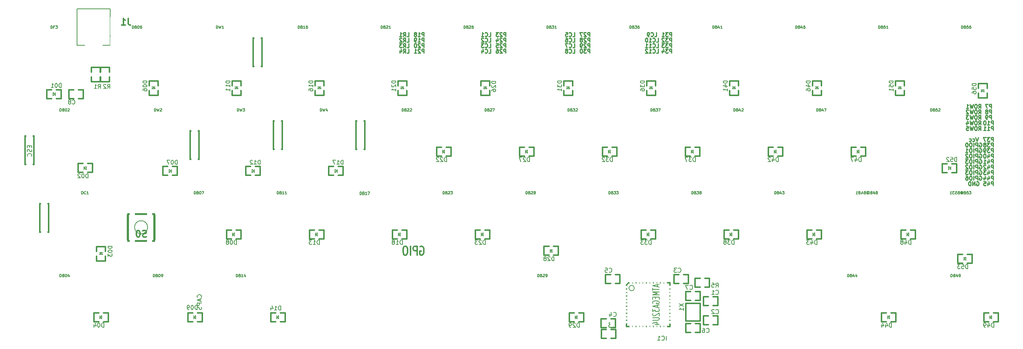
<source format=gbo>
G04 (created by PCBNEW (2013-02-13 BZR 3947)-testing) date 10/16/2013 3:34:33 PM*
%MOIN*%
G04 Gerber Fmt 3.4, Leading zero omitted, Abs format*
%FSLAX34Y34*%
G01*
G70*
G90*
G04 APERTURE LIST*
%ADD10C,0*%
%ADD11C,0.012*%
%ADD12C,0.00787402*%
%ADD13C,0.0079*%
%ADD14C,0.015*%
%ADD15C,0.011811*%
%ADD16C,0.008*%
%ADD17C,0.00625197*%
%ADD18C,0.005*%
%ADD19C,0.00885827*%
%ADD20R,0.0473701X0.130047*%
%ADD21R,0.0887X0.1655*%
%ADD22R,0.0887X0.1458*%
%ADD23O,0.0277008X0.106425*%
%ADD24C,0.0434331*%
%ADD25R,0.0533X0.0631*%
%ADD26O,0.0828X0.024*%
%ADD27O,0.024X0.0828*%
%ADD28R,0.043X0.063*%
%ADD29R,0.063X0.043*%
%ADD30C,0.0788661*%
%ADD31C,0.0709921*%
%ADD32C,0.098*%
%ADD33C,0.165*%
%ADD34C,0.075*%
%ADD35O,0.083X0.093*%
%ADD36R,0.083X0.093*%
%ADD37C,0.128*%
%ADD38O,0.068X0.05*%
%ADD39O,0.401701X0.20485*%
%ADD40C,0.106425*%
%ADD41C,0.283591*%
%ADD42C,0.0473701*%
G04 APERTURE END LIST*
G54D10*
G54D11*
X36716Y-20730D02*
X36773Y-20692D01*
X36859Y-20692D01*
X36944Y-20730D01*
X37002Y-20807D01*
X37030Y-20883D01*
X37059Y-21035D01*
X37059Y-21150D01*
X37030Y-21302D01*
X37002Y-21378D01*
X36944Y-21454D01*
X36859Y-21492D01*
X36802Y-21492D01*
X36716Y-21454D01*
X36687Y-21416D01*
X36687Y-21150D01*
X36802Y-21150D01*
X36430Y-21492D02*
X36430Y-20692D01*
X36202Y-20692D01*
X36144Y-20730D01*
X36116Y-20769D01*
X36087Y-20845D01*
X36087Y-20959D01*
X36116Y-21035D01*
X36144Y-21073D01*
X36202Y-21111D01*
X36430Y-21111D01*
X35830Y-21492D02*
X35830Y-20692D01*
X35430Y-20692D02*
X35316Y-20692D01*
X35259Y-20730D01*
X35202Y-20807D01*
X35173Y-20959D01*
X35173Y-21226D01*
X35202Y-21378D01*
X35259Y-21454D01*
X35316Y-21492D01*
X35430Y-21492D01*
X35487Y-21454D01*
X35544Y-21378D01*
X35573Y-21226D01*
X35573Y-20959D01*
X35544Y-20807D01*
X35487Y-20730D01*
X35430Y-20692D01*
G54D12*
X16898Y-25327D02*
X16916Y-25309D01*
X16935Y-25252D01*
X16935Y-25215D01*
X16916Y-25159D01*
X16879Y-25121D01*
X16841Y-25102D01*
X16767Y-25084D01*
X16710Y-25084D01*
X16635Y-25102D01*
X16598Y-25121D01*
X16560Y-25159D01*
X16542Y-25215D01*
X16542Y-25252D01*
X16560Y-25309D01*
X16579Y-25327D01*
X16823Y-25477D02*
X16823Y-25665D01*
X16935Y-25440D02*
X16542Y-25571D01*
X16935Y-25702D01*
X16935Y-25834D02*
X16542Y-25834D01*
X16542Y-25984D01*
X16560Y-26021D01*
X16579Y-26040D01*
X16617Y-26059D01*
X16673Y-26059D01*
X16710Y-26040D01*
X16729Y-26021D01*
X16748Y-25984D01*
X16748Y-25834D01*
X16916Y-26208D02*
X16935Y-26265D01*
X16935Y-26358D01*
X16916Y-26396D01*
X16898Y-26415D01*
X16860Y-26433D01*
X16823Y-26433D01*
X16785Y-26415D01*
X16767Y-26396D01*
X16748Y-26358D01*
X16729Y-26283D01*
X16710Y-26246D01*
X16692Y-26227D01*
X16654Y-26208D01*
X16617Y-26208D01*
X16579Y-26227D01*
X16560Y-26246D01*
X16542Y-26283D01*
X16542Y-26377D01*
X16560Y-26433D01*
X1379Y-11590D02*
X1379Y-11721D01*
X1585Y-11777D02*
X1585Y-11590D01*
X1192Y-11590D01*
X1192Y-11777D01*
X1566Y-11927D02*
X1585Y-11984D01*
X1585Y-12077D01*
X1566Y-12115D01*
X1548Y-12134D01*
X1510Y-12152D01*
X1473Y-12152D01*
X1435Y-12134D01*
X1417Y-12115D01*
X1398Y-12077D01*
X1379Y-12002D01*
X1360Y-11965D01*
X1342Y-11946D01*
X1304Y-11927D01*
X1267Y-11927D01*
X1229Y-11946D01*
X1210Y-11965D01*
X1192Y-12002D01*
X1192Y-12096D01*
X1210Y-12152D01*
X1548Y-12546D02*
X1566Y-12527D01*
X1585Y-12471D01*
X1585Y-12434D01*
X1566Y-12377D01*
X1529Y-12340D01*
X1491Y-12321D01*
X1417Y-12302D01*
X1360Y-12302D01*
X1285Y-12321D01*
X1248Y-12340D01*
X1210Y-12377D01*
X1192Y-12434D01*
X1192Y-12471D01*
X1210Y-12527D01*
X1229Y-12546D01*
G54D13*
X12067Y-18975D02*
G75*
G03X12067Y-18975I-591J0D01*
G74*
G01*
X10551Y-17755D02*
X10551Y-17558D01*
X10551Y-17558D02*
X10826Y-17558D01*
X10826Y-17558D02*
X10826Y-17755D01*
X12401Y-17558D02*
X12401Y-17755D01*
X12126Y-17558D02*
X12401Y-17558D01*
X12126Y-17755D02*
X12126Y-17558D01*
X12126Y-20195D02*
X12126Y-20392D01*
X12126Y-20392D02*
X12401Y-20392D01*
X12401Y-20392D02*
X12401Y-20195D01*
X10551Y-20195D02*
X10551Y-20392D01*
X10551Y-20392D02*
X10826Y-20392D01*
X10826Y-20392D02*
X10826Y-20195D01*
G54D14*
X12696Y-17873D02*
X12696Y-20077D01*
X10256Y-17873D02*
X10256Y-20077D01*
X10295Y-17755D02*
X10295Y-20195D01*
X10295Y-20195D02*
X12657Y-20195D01*
X12657Y-20195D02*
X12657Y-17755D01*
X12657Y-17755D02*
X10295Y-17755D01*
G54D13*
X8015Y-2488D02*
X8665Y-2488D01*
X8665Y-2488D02*
X8665Y811D01*
X8665Y811D02*
X5665Y811D01*
X5665Y811D02*
X5665Y-2488D01*
X5665Y-2488D02*
X6365Y-2488D01*
G54D15*
X60746Y-27459D02*
X62046Y-27459D01*
X62046Y-27459D02*
X62046Y-25859D01*
X62046Y-25859D02*
X60746Y-25859D01*
X60746Y-25859D02*
X60746Y-27459D01*
G54D11*
X55374Y-27955D02*
X59314Y-27955D01*
X59314Y-27955D02*
X59314Y-24015D01*
X55564Y-24015D02*
X59314Y-24015D01*
X55374Y-24205D02*
X55374Y-27955D01*
X55564Y-24015D02*
X55374Y-24205D01*
G54D16*
X56094Y-24485D02*
G75*
G03X56094Y-24485I-250J0D01*
G74*
G01*
G54D15*
X5808Y-7322D02*
X6251Y-7322D01*
X6251Y-7322D02*
X6251Y-6522D01*
X6251Y-6522D02*
X5808Y-6522D01*
X5383Y-7322D02*
X4951Y-7322D01*
X4951Y-7322D02*
X4951Y-6522D01*
X4951Y-6522D02*
X5383Y-6522D01*
X63203Y-26059D02*
X63646Y-26059D01*
X63646Y-26059D02*
X63646Y-25259D01*
X63646Y-25259D02*
X63203Y-25259D01*
X62778Y-26059D02*
X62346Y-26059D01*
X62346Y-26059D02*
X62346Y-25259D01*
X62346Y-25259D02*
X62778Y-25259D01*
X63203Y-27809D02*
X63646Y-27809D01*
X63646Y-27809D02*
X63646Y-27009D01*
X63646Y-27009D02*
X63203Y-27009D01*
X62778Y-27809D02*
X62346Y-27809D01*
X62346Y-27809D02*
X62346Y-27009D01*
X62346Y-27009D02*
X62778Y-27009D01*
X53538Y-27259D02*
X53096Y-27259D01*
X53096Y-27259D02*
X53096Y-28059D01*
X53096Y-28059D02*
X53538Y-28059D01*
X53964Y-27259D02*
X54396Y-27259D01*
X54396Y-27259D02*
X54396Y-28059D01*
X54396Y-28059D02*
X53964Y-28059D01*
X53938Y-23284D02*
X53496Y-23284D01*
X53496Y-23284D02*
X53496Y-24084D01*
X53496Y-24084D02*
X53938Y-24084D01*
X54364Y-23284D02*
X54796Y-23284D01*
X54796Y-23284D02*
X54796Y-24084D01*
X54796Y-24084D02*
X54364Y-24084D01*
X61188Y-27709D02*
X60746Y-27709D01*
X60746Y-27709D02*
X60746Y-28509D01*
X60746Y-28509D02*
X61188Y-28509D01*
X61614Y-27709D02*
X62046Y-27709D01*
X62046Y-27709D02*
X62046Y-28509D01*
X62046Y-28509D02*
X61614Y-28509D01*
X61188Y-24809D02*
X60746Y-24809D01*
X60746Y-24809D02*
X60746Y-25609D01*
X60746Y-25609D02*
X61188Y-25609D01*
X61614Y-24809D02*
X62046Y-24809D01*
X62046Y-24809D02*
X62046Y-25609D01*
X62046Y-25609D02*
X61614Y-25609D01*
X7776Y-4951D02*
X7776Y-4509D01*
X7776Y-4509D02*
X6976Y-4509D01*
X6976Y-4509D02*
X6976Y-4951D01*
X7776Y-5377D02*
X7776Y-5809D01*
X7776Y-5809D02*
X6976Y-5809D01*
X6976Y-5809D02*
X6976Y-5377D01*
X8626Y-4951D02*
X8626Y-4509D01*
X8626Y-4509D02*
X7826Y-4509D01*
X7826Y-4509D02*
X7826Y-4951D01*
X8626Y-5377D02*
X8626Y-5809D01*
X8626Y-5809D02*
X7826Y-5809D01*
X7826Y-5809D02*
X7826Y-5377D01*
X60553Y-24059D02*
X60996Y-24059D01*
X60996Y-24059D02*
X60996Y-23259D01*
X60996Y-23259D02*
X60553Y-23259D01*
X60128Y-24059D02*
X59696Y-24059D01*
X59696Y-24059D02*
X59696Y-23259D01*
X59696Y-23259D02*
X60128Y-23259D01*
X53543Y-28233D02*
X53101Y-28233D01*
X53101Y-28233D02*
X53101Y-29033D01*
X53101Y-29033D02*
X53543Y-29033D01*
X53969Y-28233D02*
X54401Y-28233D01*
X54401Y-28233D02*
X54401Y-29033D01*
X54401Y-29033D02*
X53969Y-29033D01*
X62038Y-23609D02*
X61596Y-23609D01*
X61596Y-23609D02*
X61596Y-24409D01*
X61596Y-24409D02*
X62038Y-24409D01*
X62464Y-23609D02*
X62896Y-23609D01*
X62896Y-23609D02*
X62896Y-24409D01*
X62896Y-24409D02*
X62464Y-24409D01*
X73001Y-6164D02*
X73001Y-5722D01*
X73001Y-5722D02*
X72201Y-5722D01*
X72201Y-5722D02*
X72201Y-6164D01*
X73001Y-6590D02*
X73001Y-7022D01*
X73001Y-7022D02*
X72201Y-7022D01*
X72201Y-7022D02*
X72201Y-6590D01*
G54D12*
X72751Y-6272D02*
X72451Y-6272D01*
X72751Y-6447D02*
X72451Y-6447D01*
X72451Y-6447D02*
X72601Y-6297D01*
X72601Y-6297D02*
X72751Y-6447D01*
G54D15*
X68643Y-11722D02*
X68201Y-11722D01*
X68201Y-11722D02*
X68201Y-12522D01*
X68201Y-12522D02*
X68643Y-12522D01*
X69069Y-11722D02*
X69501Y-11722D01*
X69501Y-11722D02*
X69501Y-12522D01*
X69501Y-12522D02*
X69069Y-12522D01*
G54D12*
X68751Y-11972D02*
X68751Y-12272D01*
X68926Y-11972D02*
X68926Y-12272D01*
X68926Y-12272D02*
X68776Y-12122D01*
X68776Y-12122D02*
X68926Y-11972D01*
G54D15*
X72143Y-19222D02*
X71701Y-19222D01*
X71701Y-19222D02*
X71701Y-20022D01*
X71701Y-20022D02*
X72143Y-20022D01*
X72569Y-19222D02*
X73001Y-19222D01*
X73001Y-19222D02*
X73001Y-20022D01*
X73001Y-20022D02*
X72569Y-20022D01*
G54D12*
X72251Y-19472D02*
X72251Y-19772D01*
X72426Y-19472D02*
X72426Y-19772D01*
X72426Y-19772D02*
X72276Y-19622D01*
X72276Y-19622D02*
X72426Y-19472D01*
G54D15*
X38643Y-11722D02*
X38201Y-11722D01*
X38201Y-11722D02*
X38201Y-12522D01*
X38201Y-12522D02*
X38643Y-12522D01*
X39069Y-11722D02*
X39501Y-11722D01*
X39501Y-11722D02*
X39501Y-12522D01*
X39501Y-12522D02*
X39069Y-12522D01*
G54D12*
X38751Y-11972D02*
X38751Y-12272D01*
X38926Y-11972D02*
X38926Y-12272D01*
X38926Y-12272D02*
X38776Y-12122D01*
X38776Y-12122D02*
X38926Y-11972D01*
G54D15*
X64643Y-19222D02*
X64201Y-19222D01*
X64201Y-19222D02*
X64201Y-20022D01*
X64201Y-20022D02*
X64643Y-20022D01*
X65069Y-19222D02*
X65501Y-19222D01*
X65501Y-19222D02*
X65501Y-20022D01*
X65501Y-20022D02*
X65069Y-20022D01*
G54D12*
X64751Y-19472D02*
X64751Y-19772D01*
X64926Y-19472D02*
X64926Y-19772D01*
X64926Y-19772D02*
X64776Y-19622D01*
X64776Y-19622D02*
X64926Y-19472D01*
G54D15*
X61143Y-11722D02*
X60701Y-11722D01*
X60701Y-11722D02*
X60701Y-12522D01*
X60701Y-12522D02*
X61143Y-12522D01*
X61569Y-11722D02*
X62001Y-11722D01*
X62001Y-11722D02*
X62001Y-12522D01*
X62001Y-12522D02*
X61569Y-12522D01*
G54D12*
X61251Y-11972D02*
X61251Y-12272D01*
X61426Y-11972D02*
X61426Y-12272D01*
X61426Y-12272D02*
X61276Y-12122D01*
X61276Y-12122D02*
X61426Y-11972D01*
G54D15*
X65501Y-6164D02*
X65501Y-5722D01*
X65501Y-5722D02*
X64701Y-5722D01*
X64701Y-5722D02*
X64701Y-6164D01*
X65501Y-6590D02*
X65501Y-7022D01*
X65501Y-7022D02*
X64701Y-7022D01*
X64701Y-7022D02*
X64701Y-6590D01*
G54D12*
X65251Y-6272D02*
X64951Y-6272D01*
X65251Y-6447D02*
X64951Y-6447D01*
X64951Y-6447D02*
X65101Y-6297D01*
X65101Y-6297D02*
X65251Y-6447D01*
G54D15*
X58001Y-6164D02*
X58001Y-5722D01*
X58001Y-5722D02*
X57201Y-5722D01*
X57201Y-5722D02*
X57201Y-6164D01*
X58001Y-6590D02*
X58001Y-7022D01*
X58001Y-7022D02*
X57201Y-7022D01*
X57201Y-7022D02*
X57201Y-6590D01*
G54D12*
X57751Y-6272D02*
X57451Y-6272D01*
X57751Y-6447D02*
X57451Y-6447D01*
X57451Y-6447D02*
X57601Y-6297D01*
X57601Y-6297D02*
X57751Y-6447D01*
G54D15*
X53643Y-11722D02*
X53201Y-11722D01*
X53201Y-11722D02*
X53201Y-12522D01*
X53201Y-12522D02*
X53643Y-12522D01*
X54069Y-11722D02*
X54501Y-11722D01*
X54501Y-11722D02*
X54501Y-12522D01*
X54501Y-12522D02*
X54069Y-12522D01*
G54D12*
X53751Y-11972D02*
X53751Y-12272D01*
X53926Y-11972D02*
X53926Y-12272D01*
X53926Y-12272D02*
X53776Y-12122D01*
X53776Y-12122D02*
X53926Y-11972D01*
G54D15*
X57143Y-19222D02*
X56701Y-19222D01*
X56701Y-19222D02*
X56701Y-20022D01*
X56701Y-20022D02*
X57143Y-20022D01*
X57569Y-19222D02*
X58001Y-19222D01*
X58001Y-19222D02*
X58001Y-20022D01*
X58001Y-20022D02*
X57569Y-20022D01*
G54D12*
X57251Y-19472D02*
X57251Y-19772D01*
X57426Y-19472D02*
X57426Y-19772D01*
X57426Y-19772D02*
X57276Y-19622D01*
X57276Y-19622D02*
X57426Y-19472D01*
G54D15*
X42143Y-19222D02*
X41701Y-19222D01*
X41701Y-19222D02*
X41701Y-20022D01*
X41701Y-20022D02*
X42143Y-20022D01*
X42569Y-19222D02*
X43001Y-19222D01*
X43001Y-19222D02*
X43001Y-20022D01*
X43001Y-20022D02*
X42569Y-20022D01*
G54D12*
X42251Y-19472D02*
X42251Y-19772D01*
X42426Y-19472D02*
X42426Y-19772D01*
X42426Y-19772D02*
X42276Y-19622D01*
X42276Y-19622D02*
X42426Y-19472D01*
G54D15*
X3808Y-7322D02*
X4251Y-7322D01*
X4251Y-7322D02*
X4251Y-6522D01*
X4251Y-6522D02*
X3808Y-6522D01*
X3383Y-7322D02*
X2951Y-7322D01*
X2951Y-7322D02*
X2951Y-6522D01*
X2951Y-6522D02*
X3383Y-6522D01*
G54D12*
X3701Y-7072D02*
X3701Y-6772D01*
X3526Y-7072D02*
X3526Y-6772D01*
X3526Y-6772D02*
X3676Y-6922D01*
X3676Y-6922D02*
X3526Y-7072D01*
G54D15*
X50501Y-6164D02*
X50501Y-5722D01*
X50501Y-5722D02*
X49701Y-5722D01*
X49701Y-5722D02*
X49701Y-6164D01*
X50501Y-6590D02*
X50501Y-7022D01*
X50501Y-7022D02*
X49701Y-7022D01*
X49701Y-7022D02*
X49701Y-6590D01*
G54D12*
X50251Y-6272D02*
X49951Y-6272D01*
X50251Y-6447D02*
X49951Y-6447D01*
X49951Y-6447D02*
X50101Y-6297D01*
X50101Y-6297D02*
X50251Y-6447D01*
G54D15*
X35501Y-6164D02*
X35501Y-5722D01*
X35501Y-5722D02*
X34701Y-5722D01*
X34701Y-5722D02*
X34701Y-6164D01*
X35501Y-6590D02*
X35501Y-7022D01*
X35501Y-7022D02*
X34701Y-7022D01*
X34701Y-7022D02*
X34701Y-6590D01*
G54D12*
X35251Y-6272D02*
X34951Y-6272D01*
X35251Y-6447D02*
X34951Y-6447D01*
X34951Y-6447D02*
X35101Y-6297D01*
X35101Y-6297D02*
X35251Y-6447D01*
G54D15*
X34643Y-19222D02*
X34201Y-19222D01*
X34201Y-19222D02*
X34201Y-20022D01*
X34201Y-20022D02*
X34643Y-20022D01*
X35069Y-19222D02*
X35501Y-19222D01*
X35501Y-19222D02*
X35501Y-20022D01*
X35501Y-20022D02*
X35069Y-20022D01*
G54D12*
X34751Y-19472D02*
X34751Y-19772D01*
X34926Y-19472D02*
X34926Y-19772D01*
X34926Y-19772D02*
X34776Y-19622D01*
X34776Y-19622D02*
X34926Y-19472D01*
G54D15*
X29309Y-14272D02*
X29751Y-14272D01*
X29751Y-14272D02*
X29751Y-13472D01*
X29751Y-13472D02*
X29309Y-13472D01*
X28883Y-14272D02*
X28451Y-14272D01*
X28451Y-14272D02*
X28451Y-13472D01*
X28451Y-13472D02*
X28883Y-13472D01*
G54D12*
X29201Y-14022D02*
X29201Y-13722D01*
X29026Y-14022D02*
X29026Y-13722D01*
X29026Y-13722D02*
X29176Y-13872D01*
X29176Y-13872D02*
X29026Y-14022D01*
G54D15*
X28001Y-6164D02*
X28001Y-5722D01*
X28001Y-5722D02*
X27201Y-5722D01*
X27201Y-5722D02*
X27201Y-6164D01*
X28001Y-6590D02*
X28001Y-7022D01*
X28001Y-7022D02*
X27201Y-7022D01*
X27201Y-7022D02*
X27201Y-6590D01*
G54D12*
X27751Y-6272D02*
X27451Y-6272D01*
X27751Y-6447D02*
X27451Y-6447D01*
X27451Y-6447D02*
X27601Y-6297D01*
X27601Y-6297D02*
X27751Y-6447D01*
G54D15*
X50643Y-26722D02*
X50201Y-26722D01*
X50201Y-26722D02*
X50201Y-27522D01*
X50201Y-27522D02*
X50643Y-27522D01*
X51069Y-26722D02*
X51501Y-26722D01*
X51501Y-26722D02*
X51501Y-27522D01*
X51501Y-27522D02*
X51069Y-27522D01*
G54D12*
X50751Y-26972D02*
X50751Y-27272D01*
X50926Y-26972D02*
X50926Y-27272D01*
X50926Y-27272D02*
X50776Y-27122D01*
X50776Y-27122D02*
X50926Y-26972D01*
G54D15*
X48368Y-20709D02*
X47926Y-20709D01*
X47926Y-20709D02*
X47926Y-21509D01*
X47926Y-21509D02*
X48368Y-21509D01*
X48794Y-20709D02*
X49226Y-20709D01*
X49226Y-20709D02*
X49226Y-21509D01*
X49226Y-21509D02*
X48794Y-21509D01*
G54D12*
X48476Y-20959D02*
X48476Y-21259D01*
X48651Y-20959D02*
X48651Y-21259D01*
X48651Y-21259D02*
X48501Y-21109D01*
X48501Y-21109D02*
X48651Y-20959D01*
G54D15*
X46143Y-11722D02*
X45701Y-11722D01*
X45701Y-11722D02*
X45701Y-12522D01*
X45701Y-12522D02*
X46143Y-12522D01*
X46569Y-11722D02*
X47001Y-11722D01*
X47001Y-11722D02*
X47001Y-12522D01*
X47001Y-12522D02*
X46569Y-12522D01*
G54D12*
X46251Y-11972D02*
X46251Y-12272D01*
X46426Y-11972D02*
X46426Y-12272D01*
X46426Y-12272D02*
X46276Y-12122D01*
X46276Y-12122D02*
X46426Y-11972D01*
G54D15*
X43001Y-6164D02*
X43001Y-5722D01*
X43001Y-5722D02*
X42201Y-5722D01*
X42201Y-5722D02*
X42201Y-6164D01*
X43001Y-6590D02*
X43001Y-7022D01*
X43001Y-7022D02*
X42201Y-7022D01*
X42201Y-7022D02*
X42201Y-6590D01*
G54D12*
X42751Y-6272D02*
X42451Y-6272D01*
X42751Y-6447D02*
X42451Y-6447D01*
X42451Y-6447D02*
X42601Y-6297D01*
X42601Y-6297D02*
X42751Y-6447D01*
G54D15*
X23643Y-26722D02*
X23201Y-26722D01*
X23201Y-26722D02*
X23201Y-27522D01*
X23201Y-27522D02*
X23643Y-27522D01*
X24069Y-26722D02*
X24501Y-26722D01*
X24501Y-26722D02*
X24501Y-27522D01*
X24501Y-27522D02*
X24069Y-27522D01*
G54D12*
X23751Y-26972D02*
X23751Y-27272D01*
X23926Y-26972D02*
X23926Y-27272D01*
X23926Y-27272D02*
X23776Y-27122D01*
X23776Y-27122D02*
X23926Y-26972D01*
G54D15*
X16143Y-26722D02*
X15701Y-26722D01*
X15701Y-26722D02*
X15701Y-27522D01*
X15701Y-27522D02*
X16143Y-27522D01*
X16569Y-26722D02*
X17001Y-26722D01*
X17001Y-26722D02*
X17001Y-27522D01*
X17001Y-27522D02*
X16569Y-27522D01*
G54D12*
X16251Y-26972D02*
X16251Y-27272D01*
X16426Y-26972D02*
X16426Y-27272D01*
X16426Y-27272D02*
X16276Y-27122D01*
X16276Y-27122D02*
X16426Y-26972D01*
G54D15*
X27143Y-19222D02*
X26701Y-19222D01*
X26701Y-19222D02*
X26701Y-20022D01*
X26701Y-20022D02*
X27143Y-20022D01*
X27569Y-19222D02*
X28001Y-19222D01*
X28001Y-19222D02*
X28001Y-20022D01*
X28001Y-20022D02*
X27569Y-20022D01*
G54D12*
X27251Y-19472D02*
X27251Y-19772D01*
X27426Y-19472D02*
X27426Y-19772D01*
X27426Y-19772D02*
X27276Y-19622D01*
X27276Y-19622D02*
X27426Y-19472D01*
G54D15*
X21809Y-14272D02*
X22251Y-14272D01*
X22251Y-14272D02*
X22251Y-13472D01*
X22251Y-13472D02*
X21809Y-13472D01*
X21383Y-14272D02*
X20951Y-14272D01*
X20951Y-14272D02*
X20951Y-13472D01*
X20951Y-13472D02*
X21383Y-13472D01*
G54D12*
X21701Y-14022D02*
X21701Y-13722D01*
X21526Y-14022D02*
X21526Y-13722D01*
X21526Y-13722D02*
X21676Y-13872D01*
X21676Y-13872D02*
X21526Y-14022D01*
G54D15*
X19643Y-19222D02*
X19201Y-19222D01*
X19201Y-19222D02*
X19201Y-20022D01*
X19201Y-20022D02*
X19643Y-20022D01*
X20069Y-19222D02*
X20501Y-19222D01*
X20501Y-19222D02*
X20501Y-20022D01*
X20501Y-20022D02*
X20069Y-20022D01*
G54D12*
X19751Y-19472D02*
X19751Y-19772D01*
X19926Y-19472D02*
X19926Y-19772D01*
X19926Y-19772D02*
X19776Y-19622D01*
X19776Y-19622D02*
X19926Y-19472D01*
G54D15*
X14308Y-14272D02*
X14751Y-14272D01*
X14751Y-14272D02*
X14751Y-13472D01*
X14751Y-13472D02*
X14308Y-13472D01*
X13883Y-14272D02*
X13451Y-14272D01*
X13451Y-14272D02*
X13451Y-13472D01*
X13451Y-13472D02*
X13883Y-13472D01*
G54D12*
X14201Y-14022D02*
X14201Y-13722D01*
X14026Y-14022D02*
X14026Y-13722D01*
X14026Y-13722D02*
X14176Y-13872D01*
X14176Y-13872D02*
X14026Y-14022D01*
G54D15*
X7643Y-26722D02*
X7201Y-26722D01*
X7201Y-26722D02*
X7201Y-27522D01*
X7201Y-27522D02*
X7643Y-27522D01*
X8069Y-26722D02*
X8501Y-26722D01*
X8501Y-26722D02*
X8501Y-27522D01*
X8501Y-27522D02*
X8069Y-27522D01*
G54D12*
X7751Y-26972D02*
X7751Y-27272D01*
X7926Y-26972D02*
X7926Y-27272D01*
X7926Y-27272D02*
X7776Y-27122D01*
X7776Y-27122D02*
X7926Y-26972D01*
G54D15*
X6218Y-13209D02*
X5776Y-13209D01*
X5776Y-13209D02*
X5776Y-14009D01*
X5776Y-14009D02*
X6218Y-14009D01*
X6644Y-13209D02*
X7076Y-13209D01*
X7076Y-13209D02*
X7076Y-14009D01*
X7076Y-14009D02*
X6644Y-14009D01*
G54D12*
X6326Y-13459D02*
X6326Y-13759D01*
X6501Y-13459D02*
X6501Y-13759D01*
X6501Y-13759D02*
X6351Y-13609D01*
X6351Y-13609D02*
X6501Y-13459D01*
G54D15*
X20501Y-6164D02*
X20501Y-5722D01*
X20501Y-5722D02*
X19701Y-5722D01*
X19701Y-5722D02*
X19701Y-6164D01*
X20501Y-6590D02*
X20501Y-7022D01*
X20501Y-7022D02*
X19701Y-7022D01*
X19701Y-7022D02*
X19701Y-6590D01*
G54D12*
X20251Y-6272D02*
X19951Y-6272D01*
X20251Y-6447D02*
X19951Y-6447D01*
X19951Y-6447D02*
X20101Y-6297D01*
X20101Y-6297D02*
X20251Y-6447D01*
G54D15*
X13001Y-6164D02*
X13001Y-5722D01*
X13001Y-5722D02*
X12201Y-5722D01*
X12201Y-5722D02*
X12201Y-6164D01*
X13001Y-6590D02*
X13001Y-7022D01*
X13001Y-7022D02*
X12201Y-7022D01*
X12201Y-7022D02*
X12201Y-6590D01*
G54D12*
X12751Y-6272D02*
X12451Y-6272D01*
X12751Y-6447D02*
X12451Y-6447D01*
X12451Y-6447D02*
X12601Y-6297D01*
X12601Y-6297D02*
X12751Y-6447D01*
G54D15*
X8251Y-21164D02*
X8251Y-20722D01*
X8251Y-20722D02*
X7451Y-20722D01*
X7451Y-20722D02*
X7451Y-21164D01*
X8251Y-21590D02*
X8251Y-22022D01*
X8251Y-22022D02*
X7451Y-22022D01*
X7451Y-22022D02*
X7451Y-21590D01*
G54D12*
X8001Y-21272D02*
X7701Y-21272D01*
X8001Y-21447D02*
X7701Y-21447D01*
X7701Y-21447D02*
X7851Y-21297D01*
X7851Y-21297D02*
X8001Y-21447D01*
G54D15*
X88001Y-6414D02*
X88001Y-5972D01*
X88001Y-5972D02*
X87201Y-5972D01*
X87201Y-5972D02*
X87201Y-6414D01*
X88001Y-6840D02*
X88001Y-7272D01*
X88001Y-7272D02*
X87201Y-7272D01*
X87201Y-7272D02*
X87201Y-6840D01*
G54D12*
X87751Y-6522D02*
X87451Y-6522D01*
X87751Y-6697D02*
X87451Y-6697D01*
X87451Y-6697D02*
X87601Y-6547D01*
X87601Y-6547D02*
X87751Y-6697D01*
G54D15*
X85794Y-21422D02*
X85351Y-21422D01*
X85351Y-21422D02*
X85351Y-22222D01*
X85351Y-22222D02*
X85794Y-22222D01*
X86219Y-21422D02*
X86651Y-21422D01*
X86651Y-21422D02*
X86651Y-22222D01*
X86651Y-22222D02*
X86219Y-22222D01*
G54D12*
X85901Y-21672D02*
X85901Y-21972D01*
X86076Y-21672D02*
X86076Y-21972D01*
X86076Y-21972D02*
X85926Y-21822D01*
X85926Y-21822D02*
X86076Y-21672D01*
G54D15*
X88143Y-26722D02*
X87701Y-26722D01*
X87701Y-26722D02*
X87701Y-27522D01*
X87701Y-27522D02*
X88143Y-27522D01*
X88569Y-26722D02*
X89001Y-26722D01*
X89001Y-26722D02*
X89001Y-27522D01*
X89001Y-27522D02*
X88569Y-27522D01*
G54D12*
X88251Y-26972D02*
X88251Y-27272D01*
X88426Y-26972D02*
X88426Y-27272D01*
X88426Y-27272D02*
X88276Y-27122D01*
X88276Y-27122D02*
X88426Y-26972D01*
G54D15*
X78894Y-26722D02*
X78451Y-26722D01*
X78451Y-26722D02*
X78451Y-27522D01*
X78451Y-27522D02*
X78894Y-27522D01*
X79319Y-26722D02*
X79751Y-26722D01*
X79751Y-26722D02*
X79751Y-27522D01*
X79751Y-27522D02*
X79319Y-27522D01*
G54D12*
X79001Y-26972D02*
X79001Y-27272D01*
X79176Y-26972D02*
X79176Y-27272D01*
X79176Y-27272D02*
X79026Y-27122D01*
X79026Y-27122D02*
X79176Y-26972D01*
G54D15*
X84809Y-14022D02*
X85251Y-14022D01*
X85251Y-14022D02*
X85251Y-13222D01*
X85251Y-13222D02*
X84809Y-13222D01*
X84383Y-14022D02*
X83951Y-14022D01*
X83951Y-14022D02*
X83951Y-13222D01*
X83951Y-13222D02*
X84383Y-13222D01*
G54D12*
X84701Y-13772D02*
X84701Y-13472D01*
X84526Y-13772D02*
X84526Y-13472D01*
X84526Y-13472D02*
X84676Y-13622D01*
X84676Y-13622D02*
X84526Y-13772D01*
G54D15*
X80501Y-6164D02*
X80501Y-5722D01*
X80501Y-5722D02*
X79701Y-5722D01*
X79701Y-5722D02*
X79701Y-6164D01*
X80501Y-6590D02*
X80501Y-7022D01*
X80501Y-7022D02*
X79701Y-7022D01*
X79701Y-7022D02*
X79701Y-6590D01*
G54D12*
X80251Y-6272D02*
X79951Y-6272D01*
X80251Y-6447D02*
X79951Y-6447D01*
X79951Y-6447D02*
X80101Y-6297D01*
X80101Y-6297D02*
X80251Y-6447D01*
G54D15*
X76143Y-11722D02*
X75701Y-11722D01*
X75701Y-11722D02*
X75701Y-12522D01*
X75701Y-12522D02*
X76143Y-12522D01*
X76569Y-11722D02*
X77001Y-11722D01*
X77001Y-11722D02*
X77001Y-12522D01*
X77001Y-12522D02*
X76569Y-12522D01*
G54D12*
X76251Y-11972D02*
X76251Y-12272D01*
X76426Y-11972D02*
X76426Y-12272D01*
X76426Y-12272D02*
X76276Y-12122D01*
X76276Y-12122D02*
X76426Y-11972D01*
G54D15*
X80643Y-19222D02*
X80201Y-19222D01*
X80201Y-19222D02*
X80201Y-20022D01*
X80201Y-20022D02*
X80643Y-20022D01*
X81069Y-19222D02*
X81501Y-19222D01*
X81501Y-19222D02*
X81501Y-20022D01*
X81501Y-20022D02*
X81069Y-20022D01*
G54D12*
X80751Y-19472D02*
X80751Y-19772D01*
X80926Y-19472D02*
X80926Y-19772D01*
X80926Y-19772D02*
X80776Y-19622D01*
X80776Y-19622D02*
X80926Y-19472D01*
G54D15*
X1376Y-13509D02*
X1376Y-13309D01*
X1376Y-10509D02*
X1376Y-10709D01*
X1376Y-10709D02*
X1776Y-10709D01*
X1776Y-10709D02*
X1776Y-13309D01*
X1776Y-13309D02*
X976Y-13309D01*
X976Y-13309D02*
X976Y-10709D01*
X976Y-10709D02*
X1376Y-10709D01*
X2701Y-16622D02*
X2701Y-16822D01*
X2701Y-19622D02*
X2701Y-19422D01*
X2701Y-19422D02*
X2301Y-19422D01*
X2301Y-19422D02*
X2301Y-16822D01*
X2301Y-16822D02*
X3101Y-16822D01*
X3101Y-16822D02*
X3101Y-19422D01*
X3101Y-19422D02*
X2701Y-19422D01*
X31301Y-12122D02*
X31301Y-11922D01*
X31301Y-9122D02*
X31301Y-9322D01*
X31301Y-9322D02*
X31701Y-9322D01*
X31701Y-9322D02*
X31701Y-11922D01*
X31701Y-11922D02*
X30901Y-11922D01*
X30901Y-11922D02*
X30901Y-9322D01*
X30901Y-9322D02*
X31301Y-9322D01*
X23851Y-12122D02*
X23851Y-11922D01*
X23851Y-9122D02*
X23851Y-9322D01*
X23851Y-9322D02*
X24251Y-9322D01*
X24251Y-9322D02*
X24251Y-11922D01*
X24251Y-11922D02*
X23451Y-11922D01*
X23451Y-11922D02*
X23451Y-9322D01*
X23451Y-9322D02*
X23851Y-9322D01*
X16301Y-13022D02*
X16301Y-12822D01*
X16301Y-10022D02*
X16301Y-10222D01*
X16301Y-10222D02*
X16701Y-10222D01*
X16701Y-10222D02*
X16701Y-12822D01*
X16701Y-12822D02*
X15901Y-12822D01*
X15901Y-12822D02*
X15901Y-10222D01*
X15901Y-10222D02*
X16301Y-10222D01*
X22001Y-4622D02*
X22001Y-4422D01*
X22001Y-1622D02*
X22001Y-1822D01*
X22001Y-1822D02*
X22401Y-1822D01*
X22401Y-1822D02*
X22401Y-4422D01*
X22401Y-4422D02*
X21601Y-4422D01*
X21601Y-4422D02*
X21601Y-1822D01*
X21601Y-1822D02*
X22001Y-1822D01*
G54D11*
X11958Y-19836D02*
X11872Y-19864D01*
X11729Y-19864D01*
X11672Y-19836D01*
X11644Y-19807D01*
X11615Y-19750D01*
X11615Y-19693D01*
X11644Y-19636D01*
X11672Y-19607D01*
X11729Y-19579D01*
X11844Y-19550D01*
X11901Y-19522D01*
X11929Y-19493D01*
X11958Y-19436D01*
X11958Y-19379D01*
X11929Y-19322D01*
X11901Y-19293D01*
X11844Y-19264D01*
X11701Y-19264D01*
X11615Y-19293D01*
X11244Y-19264D02*
X11187Y-19264D01*
X11129Y-19293D01*
X11101Y-19322D01*
X11072Y-19379D01*
X11044Y-19493D01*
X11044Y-19636D01*
X11072Y-19750D01*
X11101Y-19807D01*
X11129Y-19836D01*
X11187Y-19864D01*
X11244Y-19864D01*
X11301Y-19836D01*
X11329Y-19807D01*
X11358Y-19750D01*
X11387Y-19636D01*
X11387Y-19493D01*
X11358Y-19379D01*
X11329Y-19322D01*
X11301Y-19293D01*
X11244Y-19264D01*
X10301Y-64D02*
X10301Y-493D01*
X10329Y-579D01*
X10387Y-636D01*
X10472Y-664D01*
X10529Y-664D01*
X9701Y-664D02*
X10044Y-664D01*
X9872Y-664D02*
X9872Y-64D01*
X9929Y-150D01*
X9987Y-207D01*
X10044Y-236D01*
G54D17*
X60162Y-25890D02*
X60555Y-26152D01*
X60162Y-26152D02*
X60555Y-25890D01*
X60555Y-26509D02*
X60555Y-26284D01*
X60555Y-26396D02*
X60162Y-26396D01*
X60218Y-26359D01*
X60255Y-26321D01*
X60274Y-26284D01*
X58980Y-29218D02*
X58980Y-28824D01*
X58568Y-29180D02*
X58587Y-29199D01*
X58643Y-29218D01*
X58680Y-29218D01*
X58737Y-29199D01*
X58774Y-29162D01*
X58793Y-29124D01*
X58812Y-29049D01*
X58812Y-28993D01*
X58793Y-28918D01*
X58774Y-28880D01*
X58737Y-28843D01*
X58680Y-28824D01*
X58643Y-28824D01*
X58587Y-28843D01*
X58568Y-28862D01*
X58193Y-29218D02*
X58418Y-29218D01*
X58305Y-29218D02*
X58305Y-28824D01*
X58343Y-28880D01*
X58380Y-28918D01*
X58418Y-28937D01*
G54D16*
X58165Y-24175D02*
X58165Y-24365D01*
X58337Y-24137D02*
X57737Y-24270D01*
X58337Y-24404D01*
X57737Y-24480D02*
X57737Y-24708D01*
X58337Y-24594D02*
X57737Y-24594D01*
X58337Y-24842D02*
X57737Y-24842D01*
X58165Y-24975D01*
X57737Y-25108D01*
X58337Y-25108D01*
X58023Y-25299D02*
X58023Y-25432D01*
X58337Y-25489D02*
X58337Y-25299D01*
X57737Y-25299D01*
X57737Y-25489D01*
X57765Y-25870D02*
X57737Y-25832D01*
X57737Y-25775D01*
X57765Y-25718D01*
X57823Y-25680D01*
X57880Y-25661D01*
X57994Y-25642D01*
X58080Y-25642D01*
X58194Y-25661D01*
X58251Y-25680D01*
X58308Y-25718D01*
X58337Y-25775D01*
X58337Y-25813D01*
X58308Y-25870D01*
X58280Y-25889D01*
X58080Y-25889D01*
X58080Y-25813D01*
X58165Y-26042D02*
X58165Y-26232D01*
X58337Y-26004D02*
X57737Y-26137D01*
X58337Y-26270D01*
X57737Y-26365D02*
X57737Y-26613D01*
X57965Y-26480D01*
X57965Y-26537D01*
X57994Y-26575D01*
X58023Y-26594D01*
X58080Y-26613D01*
X58223Y-26613D01*
X58280Y-26594D01*
X58308Y-26575D01*
X58337Y-26537D01*
X58337Y-26423D01*
X58308Y-26385D01*
X58280Y-26365D01*
X57794Y-26765D02*
X57765Y-26785D01*
X57737Y-26823D01*
X57737Y-26918D01*
X57765Y-26956D01*
X57794Y-26975D01*
X57851Y-26994D01*
X57908Y-26994D01*
X57994Y-26975D01*
X58337Y-26746D01*
X58337Y-26994D01*
X57737Y-27165D02*
X58223Y-27165D01*
X58280Y-27185D01*
X58308Y-27204D01*
X58337Y-27242D01*
X58337Y-27318D01*
X58308Y-27356D01*
X58280Y-27375D01*
X58223Y-27394D01*
X57737Y-27394D01*
X57937Y-27756D02*
X58337Y-27756D01*
X57708Y-27661D02*
X58137Y-27565D01*
X58137Y-27813D01*
G54D17*
X5262Y-7785D02*
X5280Y-7803D01*
X5332Y-7821D01*
X5367Y-7821D01*
X5420Y-7803D01*
X5455Y-7768D01*
X5473Y-7733D01*
X5490Y-7663D01*
X5490Y-7610D01*
X5473Y-7540D01*
X5455Y-7505D01*
X5420Y-7470D01*
X5367Y-7452D01*
X5332Y-7452D01*
X5280Y-7470D01*
X5262Y-7487D01*
X5052Y-7610D02*
X5087Y-7593D01*
X5104Y-7575D01*
X5122Y-7540D01*
X5122Y-7523D01*
X5104Y-7487D01*
X5087Y-7470D01*
X5052Y-7452D01*
X4982Y-7452D01*
X4947Y-7470D01*
X4929Y-7487D01*
X4912Y-7523D01*
X4912Y-7540D01*
X4929Y-7575D01*
X4947Y-7593D01*
X4982Y-7610D01*
X5052Y-7610D01*
X5087Y-7628D01*
X5104Y-7645D01*
X5122Y-7680D01*
X5122Y-7750D01*
X5104Y-7785D01*
X5087Y-7803D01*
X5052Y-7821D01*
X4982Y-7821D01*
X4947Y-7803D01*
X4929Y-7785D01*
X4912Y-7750D01*
X4912Y-7680D01*
X4929Y-7645D01*
X4947Y-7628D01*
X4982Y-7610D01*
X63462Y-25030D02*
X63480Y-25049D01*
X63537Y-25068D01*
X63574Y-25068D01*
X63630Y-25049D01*
X63668Y-25012D01*
X63687Y-24974D01*
X63705Y-24899D01*
X63705Y-24843D01*
X63687Y-24768D01*
X63668Y-24730D01*
X63630Y-24693D01*
X63574Y-24674D01*
X63537Y-24674D01*
X63480Y-24693D01*
X63462Y-24712D01*
X63087Y-25068D02*
X63312Y-25068D01*
X63199Y-25068D02*
X63199Y-24674D01*
X63237Y-24730D01*
X63274Y-24768D01*
X63312Y-24787D01*
X63462Y-26780D02*
X63480Y-26799D01*
X63537Y-26818D01*
X63574Y-26818D01*
X63630Y-26799D01*
X63668Y-26762D01*
X63687Y-26724D01*
X63705Y-26649D01*
X63705Y-26593D01*
X63687Y-26518D01*
X63668Y-26480D01*
X63630Y-26443D01*
X63574Y-26424D01*
X63537Y-26424D01*
X63480Y-26443D01*
X63462Y-26462D01*
X63312Y-26462D02*
X63293Y-26443D01*
X63255Y-26424D01*
X63162Y-26424D01*
X63124Y-26443D01*
X63105Y-26462D01*
X63087Y-26499D01*
X63087Y-26537D01*
X63105Y-26593D01*
X63330Y-26818D01*
X63087Y-26818D01*
X54212Y-27030D02*
X54230Y-27049D01*
X54287Y-27068D01*
X54324Y-27068D01*
X54380Y-27049D01*
X54418Y-27012D01*
X54437Y-26974D01*
X54455Y-26899D01*
X54455Y-26843D01*
X54437Y-26768D01*
X54418Y-26730D01*
X54380Y-26693D01*
X54324Y-26674D01*
X54287Y-26674D01*
X54230Y-26693D01*
X54212Y-26712D01*
X53874Y-26805D02*
X53874Y-27068D01*
X53968Y-26655D02*
X54062Y-26937D01*
X53818Y-26937D01*
X53812Y-23031D02*
X53830Y-23049D01*
X53887Y-23068D01*
X53924Y-23068D01*
X53980Y-23049D01*
X54018Y-23012D01*
X54037Y-22974D01*
X54055Y-22899D01*
X54055Y-22843D01*
X54037Y-22768D01*
X54018Y-22731D01*
X53980Y-22693D01*
X53924Y-22674D01*
X53887Y-22674D01*
X53830Y-22693D01*
X53812Y-22712D01*
X53455Y-22674D02*
X53643Y-22674D01*
X53662Y-22862D01*
X53643Y-22843D01*
X53605Y-22824D01*
X53512Y-22824D01*
X53474Y-22843D01*
X53455Y-22862D01*
X53437Y-22899D01*
X53437Y-22993D01*
X53455Y-23031D01*
X53474Y-23049D01*
X53512Y-23068D01*
X53605Y-23068D01*
X53643Y-23049D01*
X53662Y-23031D01*
X62612Y-28480D02*
X62630Y-28499D01*
X62687Y-28518D01*
X62724Y-28518D01*
X62780Y-28499D01*
X62818Y-28462D01*
X62837Y-28424D01*
X62855Y-28349D01*
X62855Y-28293D01*
X62837Y-28218D01*
X62818Y-28180D01*
X62780Y-28143D01*
X62724Y-28124D01*
X62687Y-28124D01*
X62630Y-28143D01*
X62612Y-28162D01*
X62274Y-28124D02*
X62349Y-28124D01*
X62387Y-28143D01*
X62405Y-28162D01*
X62443Y-28218D01*
X62462Y-28293D01*
X62462Y-28443D01*
X62443Y-28480D01*
X62424Y-28499D01*
X62387Y-28518D01*
X62312Y-28518D01*
X62274Y-28499D01*
X62255Y-28480D01*
X62237Y-28443D01*
X62237Y-28349D01*
X62255Y-28312D01*
X62274Y-28293D01*
X62312Y-28274D01*
X62387Y-28274D01*
X62424Y-28293D01*
X62443Y-28312D01*
X62462Y-28349D01*
X61112Y-24580D02*
X61130Y-24599D01*
X61187Y-24618D01*
X61224Y-24618D01*
X61280Y-24599D01*
X61318Y-24562D01*
X61337Y-24524D01*
X61355Y-24449D01*
X61355Y-24393D01*
X61337Y-24318D01*
X61318Y-24280D01*
X61280Y-24243D01*
X61224Y-24224D01*
X61187Y-24224D01*
X61130Y-24243D01*
X61112Y-24262D01*
X60980Y-24224D02*
X60718Y-24224D01*
X60887Y-24618D01*
X7587Y-6408D02*
X7710Y-6232D01*
X7798Y-6408D02*
X7798Y-6039D01*
X7657Y-6039D01*
X7622Y-6057D01*
X7605Y-6075D01*
X7587Y-6110D01*
X7587Y-6162D01*
X7605Y-6197D01*
X7622Y-6215D01*
X7657Y-6232D01*
X7798Y-6232D01*
X7237Y-6408D02*
X7447Y-6408D01*
X7342Y-6408D02*
X7342Y-6039D01*
X7377Y-6092D01*
X7412Y-6127D01*
X7447Y-6145D01*
X8437Y-6408D02*
X8560Y-6232D01*
X8648Y-6408D02*
X8648Y-6039D01*
X8507Y-6039D01*
X8472Y-6057D01*
X8455Y-6075D01*
X8437Y-6110D01*
X8437Y-6162D01*
X8455Y-6197D01*
X8472Y-6215D01*
X8507Y-6232D01*
X8648Y-6232D01*
X8297Y-6075D02*
X8279Y-6057D01*
X8244Y-6039D01*
X8157Y-6039D01*
X8122Y-6057D01*
X8104Y-6075D01*
X8087Y-6110D01*
X8087Y-6145D01*
X8104Y-6197D01*
X8315Y-6408D01*
X8087Y-6408D01*
X60062Y-23030D02*
X60080Y-23049D01*
X60137Y-23068D01*
X60174Y-23068D01*
X60230Y-23049D01*
X60268Y-23012D01*
X60287Y-22974D01*
X60305Y-22899D01*
X60305Y-22843D01*
X60287Y-22768D01*
X60268Y-22730D01*
X60230Y-22693D01*
X60174Y-22674D01*
X60137Y-22674D01*
X60080Y-22693D01*
X60062Y-22712D01*
X59930Y-22674D02*
X59687Y-22674D01*
X59818Y-22824D01*
X59762Y-22824D01*
X59724Y-22843D01*
X59705Y-22862D01*
X59687Y-22899D01*
X59687Y-22993D01*
X59705Y-23030D01*
X59724Y-23049D01*
X59762Y-23068D01*
X59874Y-23068D01*
X59912Y-23049D01*
X59930Y-23030D01*
X54166Y-28043D02*
X54298Y-27855D01*
X54391Y-28043D02*
X54391Y-27649D01*
X54241Y-27649D01*
X54204Y-27668D01*
X54185Y-27687D01*
X54166Y-27724D01*
X54166Y-27780D01*
X54185Y-27818D01*
X54204Y-27836D01*
X54241Y-27855D01*
X54391Y-27855D01*
X54035Y-27649D02*
X53791Y-27649D01*
X53923Y-27799D01*
X53866Y-27799D01*
X53829Y-27818D01*
X53810Y-27836D01*
X53791Y-27874D01*
X53791Y-27968D01*
X53810Y-28005D01*
X53829Y-28024D01*
X53866Y-28043D01*
X53979Y-28043D01*
X54016Y-28024D01*
X54035Y-28005D01*
X63462Y-24418D02*
X63593Y-24230D01*
X63687Y-24418D02*
X63687Y-24024D01*
X63537Y-24024D01*
X63499Y-24043D01*
X63480Y-24062D01*
X63462Y-24099D01*
X63462Y-24155D01*
X63480Y-24193D01*
X63499Y-24212D01*
X63537Y-24230D01*
X63687Y-24230D01*
X63105Y-24024D02*
X63293Y-24024D01*
X63312Y-24212D01*
X63293Y-24193D01*
X63255Y-24174D01*
X63162Y-24174D01*
X63124Y-24193D01*
X63105Y-24212D01*
X63087Y-24249D01*
X63087Y-24343D01*
X63105Y-24380D01*
X63124Y-24399D01*
X63162Y-24418D01*
X63255Y-24418D01*
X63293Y-24399D01*
X63312Y-24380D01*
X72000Y-5725D02*
X71632Y-5725D01*
X71632Y-5812D01*
X71649Y-5865D01*
X71685Y-5900D01*
X71720Y-5917D01*
X71790Y-5935D01*
X71842Y-5935D01*
X71912Y-5917D01*
X71947Y-5900D01*
X71983Y-5865D01*
X72000Y-5812D01*
X72000Y-5725D01*
X71755Y-6250D02*
X72000Y-6250D01*
X71614Y-6163D02*
X71877Y-6075D01*
X71877Y-6303D01*
X71632Y-6601D02*
X71632Y-6531D01*
X71649Y-6496D01*
X71667Y-6478D01*
X71720Y-6443D01*
X71790Y-6426D01*
X71930Y-6426D01*
X71965Y-6443D01*
X71983Y-6461D01*
X72000Y-6496D01*
X72000Y-6566D01*
X71983Y-6601D01*
X71965Y-6619D01*
X71930Y-6636D01*
X71842Y-6636D01*
X71807Y-6619D01*
X71790Y-6601D01*
X71772Y-6566D01*
X71772Y-6496D01*
X71790Y-6461D01*
X71807Y-6443D01*
X71842Y-6426D01*
X69098Y-13021D02*
X69098Y-12652D01*
X69010Y-12652D01*
X68957Y-12670D01*
X68922Y-12705D01*
X68905Y-12740D01*
X68887Y-12810D01*
X68887Y-12863D01*
X68905Y-12933D01*
X68922Y-12968D01*
X68957Y-13003D01*
X69010Y-13021D01*
X69098Y-13021D01*
X68572Y-12775D02*
X68572Y-13021D01*
X68659Y-12635D02*
X68747Y-12898D01*
X68519Y-12898D01*
X68397Y-12687D02*
X68379Y-12670D01*
X68344Y-12652D01*
X68256Y-12652D01*
X68221Y-12670D01*
X68204Y-12687D01*
X68186Y-12723D01*
X68186Y-12758D01*
X68204Y-12810D01*
X68414Y-13021D01*
X68186Y-13021D01*
X72598Y-20521D02*
X72598Y-20152D01*
X72510Y-20152D01*
X72457Y-20170D01*
X72422Y-20205D01*
X72405Y-20240D01*
X72387Y-20310D01*
X72387Y-20363D01*
X72405Y-20433D01*
X72422Y-20468D01*
X72457Y-20503D01*
X72510Y-20521D01*
X72598Y-20521D01*
X72072Y-20275D02*
X72072Y-20521D01*
X72159Y-20135D02*
X72247Y-20398D01*
X72019Y-20398D01*
X71914Y-20152D02*
X71686Y-20152D01*
X71809Y-20293D01*
X71756Y-20293D01*
X71721Y-20310D01*
X71704Y-20328D01*
X71686Y-20363D01*
X71686Y-20450D01*
X71704Y-20485D01*
X71721Y-20503D01*
X71756Y-20521D01*
X71861Y-20521D01*
X71897Y-20503D01*
X71914Y-20485D01*
X39098Y-13021D02*
X39098Y-12652D01*
X39010Y-12652D01*
X38957Y-12670D01*
X38922Y-12705D01*
X38905Y-12740D01*
X38887Y-12810D01*
X38887Y-12863D01*
X38905Y-12933D01*
X38922Y-12968D01*
X38957Y-13003D01*
X39010Y-13021D01*
X39098Y-13021D01*
X38747Y-12687D02*
X38730Y-12670D01*
X38695Y-12652D01*
X38607Y-12652D01*
X38572Y-12670D01*
X38554Y-12687D01*
X38537Y-12723D01*
X38537Y-12758D01*
X38554Y-12810D01*
X38765Y-13021D01*
X38537Y-13021D01*
X38397Y-12687D02*
X38379Y-12670D01*
X38344Y-12652D01*
X38256Y-12652D01*
X38221Y-12670D01*
X38204Y-12687D01*
X38186Y-12723D01*
X38186Y-12758D01*
X38204Y-12810D01*
X38414Y-13021D01*
X38186Y-13021D01*
X65098Y-20521D02*
X65098Y-20152D01*
X65010Y-20152D01*
X64957Y-20170D01*
X64922Y-20205D01*
X64905Y-20240D01*
X64887Y-20310D01*
X64887Y-20363D01*
X64905Y-20433D01*
X64922Y-20468D01*
X64957Y-20503D01*
X65010Y-20521D01*
X65098Y-20521D01*
X64765Y-20152D02*
X64537Y-20152D01*
X64659Y-20293D01*
X64607Y-20293D01*
X64572Y-20310D01*
X64554Y-20328D01*
X64537Y-20363D01*
X64537Y-20450D01*
X64554Y-20485D01*
X64572Y-20503D01*
X64607Y-20521D01*
X64712Y-20521D01*
X64747Y-20503D01*
X64765Y-20485D01*
X64326Y-20310D02*
X64361Y-20293D01*
X64379Y-20275D01*
X64397Y-20240D01*
X64397Y-20223D01*
X64379Y-20187D01*
X64361Y-20170D01*
X64326Y-20152D01*
X64256Y-20152D01*
X64221Y-20170D01*
X64204Y-20187D01*
X64186Y-20223D01*
X64186Y-20240D01*
X64204Y-20275D01*
X64221Y-20293D01*
X64256Y-20310D01*
X64326Y-20310D01*
X64361Y-20328D01*
X64379Y-20345D01*
X64397Y-20380D01*
X64397Y-20450D01*
X64379Y-20485D01*
X64361Y-20503D01*
X64326Y-20521D01*
X64256Y-20521D01*
X64221Y-20503D01*
X64204Y-20485D01*
X64186Y-20450D01*
X64186Y-20380D01*
X64204Y-20345D01*
X64221Y-20328D01*
X64256Y-20310D01*
X61598Y-13021D02*
X61598Y-12652D01*
X61510Y-12652D01*
X61457Y-12670D01*
X61422Y-12705D01*
X61405Y-12740D01*
X61387Y-12810D01*
X61387Y-12863D01*
X61405Y-12933D01*
X61422Y-12968D01*
X61457Y-13003D01*
X61510Y-13021D01*
X61598Y-13021D01*
X61265Y-12652D02*
X61037Y-12652D01*
X61159Y-12793D01*
X61107Y-12793D01*
X61072Y-12810D01*
X61054Y-12828D01*
X61037Y-12863D01*
X61037Y-12950D01*
X61054Y-12985D01*
X61072Y-13003D01*
X61107Y-13021D01*
X61212Y-13021D01*
X61247Y-13003D01*
X61265Y-12985D01*
X60914Y-12652D02*
X60669Y-12652D01*
X60826Y-13021D01*
X64500Y-5725D02*
X64132Y-5725D01*
X64132Y-5812D01*
X64149Y-5865D01*
X64185Y-5900D01*
X64220Y-5917D01*
X64290Y-5935D01*
X64342Y-5935D01*
X64412Y-5917D01*
X64447Y-5900D01*
X64483Y-5865D01*
X64500Y-5812D01*
X64500Y-5725D01*
X64255Y-6250D02*
X64500Y-6250D01*
X64114Y-6163D02*
X64377Y-6075D01*
X64377Y-6303D01*
X64500Y-6636D02*
X64500Y-6426D01*
X64500Y-6531D02*
X64132Y-6531D01*
X64185Y-6496D01*
X64220Y-6461D01*
X64237Y-6426D01*
X57000Y-5725D02*
X56632Y-5725D01*
X56632Y-5812D01*
X56649Y-5865D01*
X56685Y-5900D01*
X56720Y-5917D01*
X56790Y-5935D01*
X56842Y-5935D01*
X56912Y-5917D01*
X56947Y-5900D01*
X56983Y-5865D01*
X57000Y-5812D01*
X57000Y-5725D01*
X56632Y-6058D02*
X56632Y-6285D01*
X56772Y-6163D01*
X56772Y-6215D01*
X56790Y-6250D01*
X56807Y-6268D01*
X56842Y-6285D01*
X56930Y-6285D01*
X56965Y-6268D01*
X56983Y-6250D01*
X57000Y-6215D01*
X57000Y-6110D01*
X56983Y-6075D01*
X56965Y-6058D01*
X56632Y-6601D02*
X56632Y-6531D01*
X56649Y-6496D01*
X56667Y-6478D01*
X56720Y-6443D01*
X56790Y-6426D01*
X56930Y-6426D01*
X56965Y-6443D01*
X56983Y-6461D01*
X57000Y-6496D01*
X57000Y-6566D01*
X56983Y-6601D01*
X56965Y-6619D01*
X56930Y-6636D01*
X56842Y-6636D01*
X56807Y-6619D01*
X56790Y-6601D01*
X56772Y-6566D01*
X56772Y-6496D01*
X56790Y-6461D01*
X56807Y-6443D01*
X56842Y-6426D01*
X54098Y-13021D02*
X54098Y-12652D01*
X54010Y-12652D01*
X53957Y-12670D01*
X53922Y-12705D01*
X53905Y-12740D01*
X53887Y-12810D01*
X53887Y-12863D01*
X53905Y-12933D01*
X53922Y-12968D01*
X53957Y-13003D01*
X54010Y-13021D01*
X54098Y-13021D01*
X53765Y-12652D02*
X53537Y-12652D01*
X53659Y-12793D01*
X53607Y-12793D01*
X53572Y-12810D01*
X53554Y-12828D01*
X53537Y-12863D01*
X53537Y-12950D01*
X53554Y-12985D01*
X53572Y-13003D01*
X53607Y-13021D01*
X53712Y-13021D01*
X53747Y-13003D01*
X53765Y-12985D01*
X53397Y-12687D02*
X53379Y-12670D01*
X53344Y-12652D01*
X53256Y-12652D01*
X53221Y-12670D01*
X53204Y-12687D01*
X53186Y-12723D01*
X53186Y-12758D01*
X53204Y-12810D01*
X53414Y-13021D01*
X53186Y-13021D01*
X57598Y-20521D02*
X57598Y-20152D01*
X57510Y-20152D01*
X57457Y-20170D01*
X57422Y-20205D01*
X57405Y-20240D01*
X57387Y-20310D01*
X57387Y-20363D01*
X57405Y-20433D01*
X57422Y-20468D01*
X57457Y-20503D01*
X57510Y-20521D01*
X57598Y-20521D01*
X57265Y-20152D02*
X57037Y-20152D01*
X57159Y-20293D01*
X57107Y-20293D01*
X57072Y-20310D01*
X57054Y-20328D01*
X57037Y-20363D01*
X57037Y-20450D01*
X57054Y-20485D01*
X57072Y-20503D01*
X57107Y-20521D01*
X57212Y-20521D01*
X57247Y-20503D01*
X57265Y-20485D01*
X56914Y-20152D02*
X56686Y-20152D01*
X56809Y-20293D01*
X56756Y-20293D01*
X56721Y-20310D01*
X56704Y-20328D01*
X56686Y-20363D01*
X56686Y-20450D01*
X56704Y-20485D01*
X56721Y-20503D01*
X56756Y-20521D01*
X56861Y-20521D01*
X56897Y-20503D01*
X56914Y-20485D01*
X42598Y-20521D02*
X42598Y-20152D01*
X42510Y-20152D01*
X42457Y-20170D01*
X42422Y-20205D01*
X42405Y-20240D01*
X42387Y-20310D01*
X42387Y-20363D01*
X42405Y-20433D01*
X42422Y-20468D01*
X42457Y-20503D01*
X42510Y-20521D01*
X42598Y-20521D01*
X42247Y-20187D02*
X42230Y-20170D01*
X42195Y-20152D01*
X42107Y-20152D01*
X42072Y-20170D01*
X42054Y-20187D01*
X42037Y-20223D01*
X42037Y-20258D01*
X42054Y-20310D01*
X42265Y-20521D01*
X42037Y-20521D01*
X41914Y-20152D02*
X41686Y-20152D01*
X41809Y-20293D01*
X41756Y-20293D01*
X41721Y-20310D01*
X41704Y-20328D01*
X41686Y-20363D01*
X41686Y-20450D01*
X41704Y-20485D01*
X41721Y-20503D01*
X41756Y-20521D01*
X41861Y-20521D01*
X41897Y-20503D01*
X41914Y-20485D01*
X4248Y-6321D02*
X4248Y-5952D01*
X4160Y-5952D01*
X4108Y-5970D01*
X4073Y-6005D01*
X4055Y-6040D01*
X4038Y-6110D01*
X4038Y-6163D01*
X4055Y-6233D01*
X4073Y-6268D01*
X4108Y-6303D01*
X4160Y-6321D01*
X4248Y-6321D01*
X3810Y-5952D02*
X3775Y-5952D01*
X3740Y-5970D01*
X3722Y-5987D01*
X3704Y-6023D01*
X3687Y-6093D01*
X3687Y-6180D01*
X3704Y-6250D01*
X3722Y-6285D01*
X3740Y-6303D01*
X3775Y-6321D01*
X3810Y-6321D01*
X3845Y-6303D01*
X3862Y-6285D01*
X3880Y-6250D01*
X3897Y-6180D01*
X3897Y-6093D01*
X3880Y-6023D01*
X3862Y-5987D01*
X3845Y-5970D01*
X3810Y-5952D01*
X3336Y-6321D02*
X3547Y-6321D01*
X3442Y-6321D02*
X3442Y-5952D01*
X3477Y-6005D01*
X3512Y-6040D01*
X3547Y-6058D01*
X49500Y-5725D02*
X49132Y-5725D01*
X49132Y-5812D01*
X49149Y-5865D01*
X49185Y-5900D01*
X49220Y-5917D01*
X49290Y-5935D01*
X49342Y-5935D01*
X49412Y-5917D01*
X49447Y-5900D01*
X49483Y-5865D01*
X49500Y-5812D01*
X49500Y-5725D01*
X49132Y-6058D02*
X49132Y-6285D01*
X49272Y-6163D01*
X49272Y-6215D01*
X49290Y-6250D01*
X49307Y-6268D01*
X49342Y-6285D01*
X49430Y-6285D01*
X49465Y-6268D01*
X49483Y-6250D01*
X49500Y-6215D01*
X49500Y-6110D01*
X49483Y-6075D01*
X49465Y-6058D01*
X49500Y-6636D02*
X49500Y-6426D01*
X49500Y-6531D02*
X49132Y-6531D01*
X49185Y-6496D01*
X49220Y-6461D01*
X49237Y-6426D01*
X34500Y-5725D02*
X34132Y-5725D01*
X34132Y-5812D01*
X34149Y-5865D01*
X34185Y-5900D01*
X34220Y-5917D01*
X34290Y-5935D01*
X34342Y-5935D01*
X34412Y-5917D01*
X34447Y-5900D01*
X34483Y-5865D01*
X34500Y-5812D01*
X34500Y-5725D01*
X34167Y-6075D02*
X34149Y-6093D01*
X34132Y-6128D01*
X34132Y-6215D01*
X34149Y-6250D01*
X34167Y-6268D01*
X34202Y-6285D01*
X34237Y-6285D01*
X34290Y-6268D01*
X34500Y-6058D01*
X34500Y-6285D01*
X34500Y-6636D02*
X34500Y-6426D01*
X34500Y-6531D02*
X34132Y-6531D01*
X34185Y-6496D01*
X34220Y-6461D01*
X34237Y-6426D01*
X35098Y-20521D02*
X35098Y-20152D01*
X35010Y-20152D01*
X34957Y-20170D01*
X34922Y-20205D01*
X34905Y-20240D01*
X34887Y-20310D01*
X34887Y-20363D01*
X34905Y-20433D01*
X34922Y-20468D01*
X34957Y-20503D01*
X35010Y-20521D01*
X35098Y-20521D01*
X34537Y-20521D02*
X34747Y-20521D01*
X34642Y-20521D02*
X34642Y-20152D01*
X34677Y-20205D01*
X34712Y-20240D01*
X34747Y-20258D01*
X34326Y-20310D02*
X34361Y-20293D01*
X34379Y-20275D01*
X34397Y-20240D01*
X34397Y-20223D01*
X34379Y-20187D01*
X34361Y-20170D01*
X34326Y-20152D01*
X34256Y-20152D01*
X34221Y-20170D01*
X34204Y-20187D01*
X34186Y-20223D01*
X34186Y-20240D01*
X34204Y-20275D01*
X34221Y-20293D01*
X34256Y-20310D01*
X34326Y-20310D01*
X34361Y-20328D01*
X34379Y-20345D01*
X34397Y-20380D01*
X34397Y-20450D01*
X34379Y-20485D01*
X34361Y-20503D01*
X34326Y-20521D01*
X34256Y-20521D01*
X34221Y-20503D01*
X34204Y-20485D01*
X34186Y-20450D01*
X34186Y-20380D01*
X34204Y-20345D01*
X34221Y-20328D01*
X34256Y-20310D01*
X29748Y-13271D02*
X29748Y-12902D01*
X29660Y-12902D01*
X29608Y-12920D01*
X29573Y-12955D01*
X29555Y-12990D01*
X29538Y-13060D01*
X29538Y-13113D01*
X29555Y-13183D01*
X29573Y-13218D01*
X29608Y-13253D01*
X29660Y-13271D01*
X29748Y-13271D01*
X29187Y-13271D02*
X29397Y-13271D01*
X29292Y-13271D02*
X29292Y-12902D01*
X29327Y-12955D01*
X29362Y-12990D01*
X29397Y-13008D01*
X29064Y-12902D02*
X28819Y-12902D01*
X28977Y-13271D01*
X27000Y-5725D02*
X26632Y-5725D01*
X26632Y-5812D01*
X26649Y-5865D01*
X26685Y-5900D01*
X26720Y-5917D01*
X26790Y-5935D01*
X26842Y-5935D01*
X26912Y-5917D01*
X26947Y-5900D01*
X26983Y-5865D01*
X27000Y-5812D01*
X27000Y-5725D01*
X27000Y-6285D02*
X27000Y-6075D01*
X27000Y-6180D02*
X26632Y-6180D01*
X26685Y-6145D01*
X26720Y-6110D01*
X26737Y-6075D01*
X26632Y-6601D02*
X26632Y-6531D01*
X26649Y-6496D01*
X26667Y-6478D01*
X26720Y-6443D01*
X26790Y-6426D01*
X26930Y-6426D01*
X26965Y-6443D01*
X26983Y-6461D01*
X27000Y-6496D01*
X27000Y-6566D01*
X26983Y-6601D01*
X26965Y-6619D01*
X26930Y-6636D01*
X26842Y-6636D01*
X26807Y-6619D01*
X26790Y-6601D01*
X26772Y-6566D01*
X26772Y-6496D01*
X26790Y-6461D01*
X26807Y-6443D01*
X26842Y-6426D01*
X51098Y-28021D02*
X51098Y-27652D01*
X51010Y-27652D01*
X50957Y-27670D01*
X50922Y-27705D01*
X50905Y-27740D01*
X50887Y-27810D01*
X50887Y-27863D01*
X50905Y-27933D01*
X50922Y-27968D01*
X50957Y-28003D01*
X51010Y-28021D01*
X51098Y-28021D01*
X50747Y-27687D02*
X50730Y-27670D01*
X50695Y-27652D01*
X50607Y-27652D01*
X50572Y-27670D01*
X50554Y-27687D01*
X50537Y-27723D01*
X50537Y-27758D01*
X50554Y-27810D01*
X50765Y-28021D01*
X50537Y-28021D01*
X50361Y-28021D02*
X50291Y-28021D01*
X50256Y-28003D01*
X50239Y-27985D01*
X50204Y-27933D01*
X50186Y-27863D01*
X50186Y-27723D01*
X50204Y-27687D01*
X50221Y-27670D01*
X50256Y-27652D01*
X50326Y-27652D01*
X50361Y-27670D01*
X50379Y-27687D01*
X50397Y-27723D01*
X50397Y-27810D01*
X50379Y-27845D01*
X50361Y-27863D01*
X50326Y-27880D01*
X50256Y-27880D01*
X50221Y-27863D01*
X50204Y-27845D01*
X50186Y-27810D01*
X48823Y-22008D02*
X48823Y-21639D01*
X48735Y-21639D01*
X48683Y-21657D01*
X48648Y-21692D01*
X48630Y-21727D01*
X48613Y-21797D01*
X48613Y-21850D01*
X48630Y-21920D01*
X48648Y-21955D01*
X48683Y-21990D01*
X48735Y-22008D01*
X48823Y-22008D01*
X48472Y-21675D02*
X48455Y-21657D01*
X48420Y-21639D01*
X48332Y-21639D01*
X48297Y-21657D01*
X48279Y-21675D01*
X48262Y-21710D01*
X48262Y-21745D01*
X48279Y-21797D01*
X48490Y-22008D01*
X48262Y-22008D01*
X48052Y-21797D02*
X48087Y-21780D01*
X48104Y-21762D01*
X48122Y-21727D01*
X48122Y-21710D01*
X48104Y-21675D01*
X48087Y-21657D01*
X48052Y-21639D01*
X47981Y-21639D01*
X47946Y-21657D01*
X47929Y-21675D01*
X47911Y-21710D01*
X47911Y-21727D01*
X47929Y-21762D01*
X47946Y-21780D01*
X47981Y-21797D01*
X48052Y-21797D01*
X48087Y-21815D01*
X48104Y-21832D01*
X48122Y-21867D01*
X48122Y-21937D01*
X48104Y-21972D01*
X48087Y-21990D01*
X48052Y-22008D01*
X47981Y-22008D01*
X47946Y-21990D01*
X47929Y-21972D01*
X47911Y-21937D01*
X47911Y-21867D01*
X47929Y-21832D01*
X47946Y-21815D01*
X47981Y-21797D01*
X46598Y-13021D02*
X46598Y-12652D01*
X46510Y-12652D01*
X46457Y-12670D01*
X46422Y-12705D01*
X46405Y-12740D01*
X46387Y-12810D01*
X46387Y-12863D01*
X46405Y-12933D01*
X46422Y-12968D01*
X46457Y-13003D01*
X46510Y-13021D01*
X46598Y-13021D01*
X46247Y-12687D02*
X46230Y-12670D01*
X46195Y-12652D01*
X46107Y-12652D01*
X46072Y-12670D01*
X46054Y-12687D01*
X46037Y-12723D01*
X46037Y-12758D01*
X46054Y-12810D01*
X46265Y-13021D01*
X46037Y-13021D01*
X45914Y-12652D02*
X45669Y-12652D01*
X45826Y-13021D01*
X43550Y-5775D02*
X43182Y-5775D01*
X43182Y-5862D01*
X43199Y-5915D01*
X43235Y-5950D01*
X43270Y-5967D01*
X43340Y-5985D01*
X43392Y-5985D01*
X43462Y-5967D01*
X43497Y-5950D01*
X43533Y-5915D01*
X43550Y-5862D01*
X43550Y-5775D01*
X43217Y-6125D02*
X43199Y-6143D01*
X43182Y-6178D01*
X43182Y-6265D01*
X43199Y-6300D01*
X43217Y-6318D01*
X43252Y-6335D01*
X43287Y-6335D01*
X43340Y-6318D01*
X43550Y-6108D01*
X43550Y-6335D01*
X43182Y-6651D02*
X43182Y-6581D01*
X43199Y-6546D01*
X43217Y-6528D01*
X43270Y-6493D01*
X43340Y-6476D01*
X43480Y-6476D01*
X43515Y-6493D01*
X43533Y-6511D01*
X43550Y-6546D01*
X43550Y-6616D01*
X43533Y-6651D01*
X43515Y-6669D01*
X43480Y-6686D01*
X43392Y-6686D01*
X43357Y-6669D01*
X43340Y-6651D01*
X43322Y-6616D01*
X43322Y-6546D01*
X43340Y-6511D01*
X43357Y-6493D01*
X43392Y-6476D01*
X24098Y-26471D02*
X24098Y-26102D01*
X24010Y-26102D01*
X23957Y-26120D01*
X23922Y-26155D01*
X23905Y-26190D01*
X23887Y-26260D01*
X23887Y-26313D01*
X23905Y-26383D01*
X23922Y-26418D01*
X23957Y-26453D01*
X24010Y-26471D01*
X24098Y-26471D01*
X23537Y-26471D02*
X23747Y-26471D01*
X23642Y-26471D02*
X23642Y-26102D01*
X23677Y-26155D01*
X23712Y-26190D01*
X23747Y-26208D01*
X23221Y-26225D02*
X23221Y-26471D01*
X23309Y-26085D02*
X23397Y-26348D01*
X23169Y-26348D01*
X16548Y-26421D02*
X16548Y-26052D01*
X16460Y-26052D01*
X16407Y-26070D01*
X16372Y-26105D01*
X16355Y-26140D01*
X16337Y-26210D01*
X16337Y-26263D01*
X16355Y-26333D01*
X16372Y-26368D01*
X16407Y-26403D01*
X16460Y-26421D01*
X16548Y-26421D01*
X16109Y-26052D02*
X16074Y-26052D01*
X16039Y-26070D01*
X16022Y-26087D01*
X16004Y-26123D01*
X15987Y-26193D01*
X15987Y-26280D01*
X16004Y-26350D01*
X16022Y-26385D01*
X16039Y-26403D01*
X16074Y-26421D01*
X16109Y-26421D01*
X16145Y-26403D01*
X16162Y-26385D01*
X16180Y-26350D01*
X16197Y-26280D01*
X16197Y-26193D01*
X16180Y-26123D01*
X16162Y-26087D01*
X16145Y-26070D01*
X16109Y-26052D01*
X15811Y-26421D02*
X15741Y-26421D01*
X15706Y-26403D01*
X15689Y-26385D01*
X15654Y-26333D01*
X15636Y-26263D01*
X15636Y-26123D01*
X15654Y-26087D01*
X15671Y-26070D01*
X15706Y-26052D01*
X15776Y-26052D01*
X15811Y-26070D01*
X15829Y-26087D01*
X15847Y-26123D01*
X15847Y-26210D01*
X15829Y-26245D01*
X15811Y-26263D01*
X15776Y-26280D01*
X15706Y-26280D01*
X15671Y-26263D01*
X15654Y-26245D01*
X15636Y-26210D01*
X27598Y-20521D02*
X27598Y-20152D01*
X27510Y-20152D01*
X27457Y-20170D01*
X27422Y-20205D01*
X27405Y-20240D01*
X27387Y-20310D01*
X27387Y-20363D01*
X27405Y-20433D01*
X27422Y-20468D01*
X27457Y-20503D01*
X27510Y-20521D01*
X27598Y-20521D01*
X27037Y-20521D02*
X27247Y-20521D01*
X27142Y-20521D02*
X27142Y-20152D01*
X27177Y-20205D01*
X27212Y-20240D01*
X27247Y-20258D01*
X26914Y-20152D02*
X26686Y-20152D01*
X26809Y-20293D01*
X26756Y-20293D01*
X26721Y-20310D01*
X26704Y-20328D01*
X26686Y-20363D01*
X26686Y-20450D01*
X26704Y-20485D01*
X26721Y-20503D01*
X26756Y-20521D01*
X26861Y-20521D01*
X26897Y-20503D01*
X26914Y-20485D01*
X22248Y-13271D02*
X22248Y-12902D01*
X22160Y-12902D01*
X22108Y-12920D01*
X22073Y-12955D01*
X22055Y-12990D01*
X22038Y-13060D01*
X22038Y-13113D01*
X22055Y-13183D01*
X22073Y-13218D01*
X22108Y-13253D01*
X22160Y-13271D01*
X22248Y-13271D01*
X21687Y-13271D02*
X21897Y-13271D01*
X21792Y-13271D02*
X21792Y-12902D01*
X21827Y-12955D01*
X21862Y-12990D01*
X21897Y-13008D01*
X21547Y-12937D02*
X21529Y-12920D01*
X21494Y-12902D01*
X21407Y-12902D01*
X21372Y-12920D01*
X21354Y-12937D01*
X21337Y-12973D01*
X21337Y-13008D01*
X21354Y-13060D01*
X21564Y-13271D01*
X21337Y-13271D01*
X20098Y-20521D02*
X20098Y-20152D01*
X20010Y-20152D01*
X19957Y-20170D01*
X19922Y-20205D01*
X19905Y-20240D01*
X19887Y-20310D01*
X19887Y-20363D01*
X19905Y-20433D01*
X19922Y-20468D01*
X19957Y-20503D01*
X20010Y-20521D01*
X20098Y-20521D01*
X19659Y-20152D02*
X19624Y-20152D01*
X19589Y-20170D01*
X19572Y-20187D01*
X19554Y-20223D01*
X19537Y-20293D01*
X19537Y-20380D01*
X19554Y-20450D01*
X19572Y-20485D01*
X19589Y-20503D01*
X19624Y-20521D01*
X19659Y-20521D01*
X19695Y-20503D01*
X19712Y-20485D01*
X19730Y-20450D01*
X19747Y-20380D01*
X19747Y-20293D01*
X19730Y-20223D01*
X19712Y-20187D01*
X19695Y-20170D01*
X19659Y-20152D01*
X19326Y-20310D02*
X19361Y-20293D01*
X19379Y-20275D01*
X19397Y-20240D01*
X19397Y-20223D01*
X19379Y-20187D01*
X19361Y-20170D01*
X19326Y-20152D01*
X19256Y-20152D01*
X19221Y-20170D01*
X19204Y-20187D01*
X19186Y-20223D01*
X19186Y-20240D01*
X19204Y-20275D01*
X19221Y-20293D01*
X19256Y-20310D01*
X19326Y-20310D01*
X19361Y-20328D01*
X19379Y-20345D01*
X19397Y-20380D01*
X19397Y-20450D01*
X19379Y-20485D01*
X19361Y-20503D01*
X19326Y-20521D01*
X19256Y-20521D01*
X19221Y-20503D01*
X19204Y-20485D01*
X19186Y-20450D01*
X19186Y-20380D01*
X19204Y-20345D01*
X19221Y-20328D01*
X19256Y-20310D01*
X14748Y-13271D02*
X14748Y-12902D01*
X14660Y-12902D01*
X14608Y-12920D01*
X14573Y-12955D01*
X14555Y-12990D01*
X14538Y-13060D01*
X14538Y-13113D01*
X14555Y-13183D01*
X14573Y-13218D01*
X14608Y-13253D01*
X14660Y-13271D01*
X14748Y-13271D01*
X14310Y-12902D02*
X14275Y-12902D01*
X14240Y-12920D01*
X14222Y-12937D01*
X14204Y-12973D01*
X14187Y-13043D01*
X14187Y-13130D01*
X14204Y-13200D01*
X14222Y-13235D01*
X14240Y-13253D01*
X14275Y-13271D01*
X14310Y-13271D01*
X14345Y-13253D01*
X14362Y-13235D01*
X14380Y-13200D01*
X14397Y-13130D01*
X14397Y-13043D01*
X14380Y-12973D01*
X14362Y-12937D01*
X14345Y-12920D01*
X14310Y-12902D01*
X14064Y-12902D02*
X13819Y-12902D01*
X13977Y-13271D01*
X8098Y-28021D02*
X8098Y-27652D01*
X8010Y-27652D01*
X7958Y-27670D01*
X7923Y-27705D01*
X7905Y-27740D01*
X7888Y-27810D01*
X7888Y-27863D01*
X7905Y-27933D01*
X7923Y-27968D01*
X7958Y-28003D01*
X8010Y-28021D01*
X8098Y-28021D01*
X7660Y-27652D02*
X7625Y-27652D01*
X7590Y-27670D01*
X7572Y-27687D01*
X7554Y-27723D01*
X7537Y-27793D01*
X7537Y-27880D01*
X7554Y-27950D01*
X7572Y-27985D01*
X7590Y-28003D01*
X7625Y-28021D01*
X7660Y-28021D01*
X7695Y-28003D01*
X7712Y-27985D01*
X7730Y-27950D01*
X7747Y-27880D01*
X7747Y-27793D01*
X7730Y-27723D01*
X7712Y-27687D01*
X7695Y-27670D01*
X7660Y-27652D01*
X7221Y-27775D02*
X7221Y-28021D01*
X7309Y-27635D02*
X7397Y-27898D01*
X7169Y-27898D01*
X6673Y-14508D02*
X6673Y-14139D01*
X6585Y-14139D01*
X6533Y-14157D01*
X6498Y-14192D01*
X6480Y-14227D01*
X6463Y-14297D01*
X6463Y-14350D01*
X6480Y-14420D01*
X6498Y-14455D01*
X6533Y-14490D01*
X6585Y-14508D01*
X6673Y-14508D01*
X6235Y-14139D02*
X6200Y-14139D01*
X6165Y-14157D01*
X6147Y-14175D01*
X6129Y-14210D01*
X6112Y-14280D01*
X6112Y-14367D01*
X6129Y-14437D01*
X6147Y-14472D01*
X6165Y-14490D01*
X6200Y-14508D01*
X6235Y-14508D01*
X6270Y-14490D01*
X6287Y-14472D01*
X6305Y-14437D01*
X6322Y-14367D01*
X6322Y-14280D01*
X6305Y-14210D01*
X6287Y-14175D01*
X6270Y-14157D01*
X6235Y-14139D01*
X5972Y-14175D02*
X5954Y-14157D01*
X5919Y-14139D01*
X5831Y-14139D01*
X5796Y-14157D01*
X5779Y-14175D01*
X5761Y-14210D01*
X5761Y-14245D01*
X5779Y-14297D01*
X5989Y-14508D01*
X5761Y-14508D01*
X19500Y-5725D02*
X19132Y-5725D01*
X19132Y-5812D01*
X19149Y-5865D01*
X19185Y-5900D01*
X19220Y-5917D01*
X19290Y-5935D01*
X19342Y-5935D01*
X19412Y-5917D01*
X19447Y-5900D01*
X19483Y-5865D01*
X19500Y-5812D01*
X19500Y-5725D01*
X19500Y-6285D02*
X19500Y-6075D01*
X19500Y-6180D02*
X19132Y-6180D01*
X19185Y-6145D01*
X19220Y-6110D01*
X19237Y-6075D01*
X19500Y-6636D02*
X19500Y-6426D01*
X19500Y-6531D02*
X19132Y-6531D01*
X19185Y-6496D01*
X19220Y-6461D01*
X19237Y-6426D01*
X12000Y-5725D02*
X11632Y-5725D01*
X11632Y-5812D01*
X11649Y-5865D01*
X11684Y-5900D01*
X11719Y-5917D01*
X11790Y-5935D01*
X11842Y-5935D01*
X11912Y-5917D01*
X11947Y-5900D01*
X11982Y-5865D01*
X12000Y-5812D01*
X12000Y-5725D01*
X11632Y-6163D02*
X11632Y-6198D01*
X11649Y-6233D01*
X11667Y-6250D01*
X11702Y-6268D01*
X11772Y-6285D01*
X11860Y-6285D01*
X11930Y-6268D01*
X11965Y-6250D01*
X11982Y-6233D01*
X12000Y-6198D01*
X12000Y-6163D01*
X11982Y-6128D01*
X11965Y-6110D01*
X11930Y-6093D01*
X11860Y-6075D01*
X11772Y-6075D01*
X11702Y-6093D01*
X11667Y-6110D01*
X11649Y-6128D01*
X11632Y-6163D01*
X11632Y-6601D02*
X11632Y-6531D01*
X11649Y-6496D01*
X11667Y-6478D01*
X11719Y-6443D01*
X11790Y-6426D01*
X11930Y-6426D01*
X11965Y-6443D01*
X11982Y-6461D01*
X12000Y-6496D01*
X12000Y-6566D01*
X11982Y-6601D01*
X11965Y-6619D01*
X11930Y-6636D01*
X11842Y-6636D01*
X11807Y-6619D01*
X11790Y-6601D01*
X11772Y-6566D01*
X11772Y-6496D01*
X11790Y-6461D01*
X11807Y-6443D01*
X11842Y-6426D01*
X8849Y-20693D02*
X8481Y-20693D01*
X8481Y-20780D01*
X8498Y-20833D01*
X8533Y-20868D01*
X8568Y-20885D01*
X8639Y-20903D01*
X8691Y-20903D01*
X8761Y-20885D01*
X8796Y-20868D01*
X8831Y-20833D01*
X8849Y-20780D01*
X8849Y-20693D01*
X8481Y-21131D02*
X8481Y-21166D01*
X8498Y-21201D01*
X8516Y-21218D01*
X8551Y-21236D01*
X8621Y-21253D01*
X8709Y-21253D01*
X8779Y-21236D01*
X8814Y-21218D01*
X8831Y-21201D01*
X8849Y-21166D01*
X8849Y-21131D01*
X8831Y-21096D01*
X8814Y-21078D01*
X8779Y-21061D01*
X8709Y-21043D01*
X8621Y-21043D01*
X8551Y-21061D01*
X8516Y-21078D01*
X8498Y-21096D01*
X8481Y-21131D01*
X8481Y-21376D02*
X8481Y-21604D01*
X8621Y-21481D01*
X8621Y-21534D01*
X8639Y-21569D01*
X8656Y-21587D01*
X8691Y-21604D01*
X8779Y-21604D01*
X8814Y-21587D01*
X8831Y-21569D01*
X8849Y-21534D01*
X8849Y-21429D01*
X8831Y-21394D01*
X8814Y-21376D01*
X87000Y-5975D02*
X86632Y-5975D01*
X86632Y-6062D01*
X86649Y-6115D01*
X86685Y-6150D01*
X86720Y-6167D01*
X86790Y-6185D01*
X86842Y-6185D01*
X86912Y-6167D01*
X86947Y-6150D01*
X86983Y-6115D01*
X87000Y-6062D01*
X87000Y-5975D01*
X86632Y-6518D02*
X86632Y-6343D01*
X86807Y-6325D01*
X86790Y-6343D01*
X86772Y-6378D01*
X86772Y-6465D01*
X86790Y-6500D01*
X86807Y-6518D01*
X86842Y-6535D01*
X86930Y-6535D01*
X86965Y-6518D01*
X86983Y-6500D01*
X87000Y-6465D01*
X87000Y-6378D01*
X86983Y-6343D01*
X86965Y-6325D01*
X86632Y-6851D02*
X86632Y-6781D01*
X86649Y-6746D01*
X86667Y-6728D01*
X86720Y-6693D01*
X86790Y-6676D01*
X86930Y-6676D01*
X86965Y-6693D01*
X86983Y-6711D01*
X87000Y-6746D01*
X87000Y-6816D01*
X86983Y-6851D01*
X86965Y-6869D01*
X86930Y-6886D01*
X86842Y-6886D01*
X86807Y-6869D01*
X86790Y-6851D01*
X86772Y-6816D01*
X86772Y-6746D01*
X86790Y-6711D01*
X86807Y-6693D01*
X86842Y-6676D01*
X86248Y-22721D02*
X86248Y-22352D01*
X86160Y-22352D01*
X86108Y-22370D01*
X86073Y-22405D01*
X86055Y-22440D01*
X86038Y-22510D01*
X86038Y-22563D01*
X86055Y-22633D01*
X86073Y-22668D01*
X86108Y-22703D01*
X86160Y-22721D01*
X86248Y-22721D01*
X85705Y-22352D02*
X85880Y-22352D01*
X85897Y-22528D01*
X85880Y-22510D01*
X85845Y-22493D01*
X85757Y-22493D01*
X85722Y-22510D01*
X85705Y-22528D01*
X85687Y-22563D01*
X85687Y-22650D01*
X85705Y-22685D01*
X85722Y-22703D01*
X85757Y-22721D01*
X85845Y-22721D01*
X85880Y-22703D01*
X85897Y-22685D01*
X85564Y-22352D02*
X85337Y-22352D01*
X85459Y-22493D01*
X85407Y-22493D01*
X85372Y-22510D01*
X85354Y-22528D01*
X85337Y-22563D01*
X85337Y-22650D01*
X85354Y-22685D01*
X85372Y-22703D01*
X85407Y-22721D01*
X85512Y-22721D01*
X85547Y-22703D01*
X85564Y-22685D01*
X88598Y-28021D02*
X88598Y-27652D01*
X88510Y-27652D01*
X88457Y-27670D01*
X88422Y-27705D01*
X88405Y-27740D01*
X88387Y-27810D01*
X88387Y-27863D01*
X88405Y-27933D01*
X88422Y-27968D01*
X88457Y-28003D01*
X88510Y-28021D01*
X88598Y-28021D01*
X88072Y-27775D02*
X88072Y-28021D01*
X88159Y-27635D02*
X88247Y-27898D01*
X88019Y-27898D01*
X87861Y-28021D02*
X87791Y-28021D01*
X87756Y-28003D01*
X87739Y-27985D01*
X87704Y-27933D01*
X87686Y-27863D01*
X87686Y-27723D01*
X87704Y-27687D01*
X87721Y-27670D01*
X87756Y-27652D01*
X87826Y-27652D01*
X87861Y-27670D01*
X87879Y-27687D01*
X87897Y-27723D01*
X87897Y-27810D01*
X87879Y-27845D01*
X87861Y-27863D01*
X87826Y-27880D01*
X87756Y-27880D01*
X87721Y-27863D01*
X87704Y-27845D01*
X87686Y-27810D01*
X79348Y-28021D02*
X79348Y-27652D01*
X79260Y-27652D01*
X79208Y-27670D01*
X79173Y-27705D01*
X79155Y-27740D01*
X79138Y-27810D01*
X79138Y-27863D01*
X79155Y-27933D01*
X79173Y-27968D01*
X79208Y-28003D01*
X79260Y-28021D01*
X79348Y-28021D01*
X78822Y-27775D02*
X78822Y-28021D01*
X78910Y-27635D02*
X78997Y-27898D01*
X78770Y-27898D01*
X78472Y-27775D02*
X78472Y-28021D01*
X78559Y-27635D02*
X78647Y-27898D01*
X78419Y-27898D01*
X85248Y-13021D02*
X85248Y-12652D01*
X85160Y-12652D01*
X85108Y-12670D01*
X85073Y-12705D01*
X85055Y-12740D01*
X85038Y-12810D01*
X85038Y-12863D01*
X85055Y-12933D01*
X85073Y-12968D01*
X85108Y-13003D01*
X85160Y-13021D01*
X85248Y-13021D01*
X84705Y-12652D02*
X84880Y-12652D01*
X84897Y-12828D01*
X84880Y-12810D01*
X84845Y-12793D01*
X84757Y-12793D01*
X84722Y-12810D01*
X84705Y-12828D01*
X84687Y-12863D01*
X84687Y-12950D01*
X84705Y-12985D01*
X84722Y-13003D01*
X84757Y-13021D01*
X84845Y-13021D01*
X84880Y-13003D01*
X84897Y-12985D01*
X84547Y-12687D02*
X84529Y-12670D01*
X84494Y-12652D01*
X84407Y-12652D01*
X84372Y-12670D01*
X84354Y-12687D01*
X84337Y-12723D01*
X84337Y-12758D01*
X84354Y-12810D01*
X84564Y-13021D01*
X84337Y-13021D01*
X79500Y-5725D02*
X79132Y-5725D01*
X79132Y-5812D01*
X79149Y-5865D01*
X79185Y-5900D01*
X79220Y-5917D01*
X79290Y-5935D01*
X79342Y-5935D01*
X79412Y-5917D01*
X79447Y-5900D01*
X79483Y-5865D01*
X79500Y-5812D01*
X79500Y-5725D01*
X79132Y-6268D02*
X79132Y-6093D01*
X79307Y-6075D01*
X79290Y-6093D01*
X79272Y-6128D01*
X79272Y-6215D01*
X79290Y-6250D01*
X79307Y-6268D01*
X79342Y-6285D01*
X79430Y-6285D01*
X79465Y-6268D01*
X79483Y-6250D01*
X79500Y-6215D01*
X79500Y-6128D01*
X79483Y-6093D01*
X79465Y-6075D01*
X79500Y-6636D02*
X79500Y-6426D01*
X79500Y-6531D02*
X79132Y-6531D01*
X79185Y-6496D01*
X79220Y-6461D01*
X79237Y-6426D01*
X76598Y-13021D02*
X76598Y-12652D01*
X76510Y-12652D01*
X76457Y-12670D01*
X76422Y-12705D01*
X76405Y-12740D01*
X76387Y-12810D01*
X76387Y-12863D01*
X76405Y-12933D01*
X76422Y-12968D01*
X76457Y-13003D01*
X76510Y-13021D01*
X76598Y-13021D01*
X76072Y-12775D02*
X76072Y-13021D01*
X76159Y-12635D02*
X76247Y-12898D01*
X76019Y-12898D01*
X75914Y-12652D02*
X75669Y-12652D01*
X75826Y-13021D01*
X81098Y-20521D02*
X81098Y-20152D01*
X81010Y-20152D01*
X80957Y-20170D01*
X80922Y-20205D01*
X80905Y-20240D01*
X80887Y-20310D01*
X80887Y-20363D01*
X80905Y-20433D01*
X80922Y-20468D01*
X80957Y-20503D01*
X81010Y-20521D01*
X81098Y-20521D01*
X80572Y-20275D02*
X80572Y-20521D01*
X80659Y-20135D02*
X80747Y-20398D01*
X80519Y-20398D01*
X80326Y-20310D02*
X80361Y-20293D01*
X80379Y-20275D01*
X80397Y-20240D01*
X80397Y-20223D01*
X80379Y-20187D01*
X80361Y-20170D01*
X80326Y-20152D01*
X80256Y-20152D01*
X80221Y-20170D01*
X80204Y-20187D01*
X80186Y-20223D01*
X80186Y-20240D01*
X80204Y-20275D01*
X80221Y-20293D01*
X80256Y-20310D01*
X80326Y-20310D01*
X80361Y-20328D01*
X80379Y-20345D01*
X80397Y-20380D01*
X80397Y-20450D01*
X80379Y-20485D01*
X80361Y-20503D01*
X80326Y-20521D01*
X80256Y-20521D01*
X80221Y-20503D01*
X80204Y-20485D01*
X80186Y-20450D01*
X80186Y-20380D01*
X80204Y-20345D01*
X80221Y-20328D01*
X80256Y-20310D01*
G54D18*
X23773Y-15973D02*
X23773Y-15723D01*
X23832Y-15723D01*
X23868Y-15735D01*
X23892Y-15758D01*
X23903Y-15782D01*
X23915Y-15830D01*
X23915Y-15866D01*
X23903Y-15913D01*
X23892Y-15937D01*
X23868Y-15961D01*
X23832Y-15973D01*
X23773Y-15973D01*
X24106Y-15842D02*
X24142Y-15854D01*
X24153Y-15866D01*
X24165Y-15889D01*
X24165Y-15925D01*
X24153Y-15949D01*
X24142Y-15961D01*
X24118Y-15973D01*
X24023Y-15973D01*
X24023Y-15723D01*
X24106Y-15723D01*
X24130Y-15735D01*
X24142Y-15747D01*
X24153Y-15770D01*
X24153Y-15794D01*
X24142Y-15818D01*
X24130Y-15830D01*
X24106Y-15842D01*
X24023Y-15842D01*
X24403Y-15973D02*
X24261Y-15973D01*
X24332Y-15973D02*
X24332Y-15723D01*
X24308Y-15758D01*
X24284Y-15782D01*
X24261Y-15794D01*
X24642Y-15973D02*
X24499Y-15973D01*
X24570Y-15973D02*
X24570Y-15723D01*
X24546Y-15758D01*
X24523Y-15782D01*
X24499Y-15794D01*
X12572Y-23473D02*
X12572Y-23223D01*
X12632Y-23223D01*
X12668Y-23235D01*
X12691Y-23258D01*
X12703Y-23282D01*
X12715Y-23330D01*
X12715Y-23366D01*
X12703Y-23413D01*
X12691Y-23437D01*
X12668Y-23461D01*
X12632Y-23473D01*
X12572Y-23473D01*
X12906Y-23342D02*
X12941Y-23354D01*
X12953Y-23366D01*
X12965Y-23389D01*
X12965Y-23425D01*
X12953Y-23449D01*
X12941Y-23461D01*
X12918Y-23473D01*
X12822Y-23473D01*
X12822Y-23223D01*
X12906Y-23223D01*
X12929Y-23235D01*
X12941Y-23247D01*
X12953Y-23270D01*
X12953Y-23294D01*
X12941Y-23318D01*
X12929Y-23330D01*
X12906Y-23342D01*
X12822Y-23342D01*
X13120Y-23223D02*
X13144Y-23223D01*
X13168Y-23235D01*
X13179Y-23247D01*
X13191Y-23270D01*
X13203Y-23318D01*
X13203Y-23377D01*
X13191Y-23425D01*
X13179Y-23449D01*
X13168Y-23461D01*
X13144Y-23473D01*
X13120Y-23473D01*
X13096Y-23461D01*
X13084Y-23449D01*
X13072Y-23425D01*
X13060Y-23377D01*
X13060Y-23318D01*
X13072Y-23270D01*
X13084Y-23247D01*
X13096Y-23235D01*
X13120Y-23223D01*
X13322Y-23473D02*
X13370Y-23473D01*
X13394Y-23461D01*
X13406Y-23449D01*
X13429Y-23413D01*
X13441Y-23366D01*
X13441Y-23270D01*
X13429Y-23247D01*
X13418Y-23235D01*
X13394Y-23223D01*
X13346Y-23223D01*
X13322Y-23235D01*
X13310Y-23247D01*
X13298Y-23270D01*
X13298Y-23330D01*
X13310Y-23354D01*
X13322Y-23366D01*
X13346Y-23377D01*
X13394Y-23377D01*
X13418Y-23366D01*
X13429Y-23354D01*
X13441Y-23330D01*
X16273Y-15973D02*
X16273Y-15723D01*
X16332Y-15723D01*
X16368Y-15735D01*
X16392Y-15758D01*
X16403Y-15782D01*
X16415Y-15830D01*
X16415Y-15866D01*
X16403Y-15913D01*
X16392Y-15937D01*
X16368Y-15961D01*
X16332Y-15973D01*
X16273Y-15973D01*
X16606Y-15842D02*
X16642Y-15854D01*
X16653Y-15866D01*
X16665Y-15889D01*
X16665Y-15925D01*
X16653Y-15949D01*
X16642Y-15961D01*
X16618Y-15973D01*
X16523Y-15973D01*
X16523Y-15723D01*
X16606Y-15723D01*
X16630Y-15735D01*
X16642Y-15747D01*
X16653Y-15770D01*
X16653Y-15794D01*
X16642Y-15818D01*
X16630Y-15830D01*
X16606Y-15842D01*
X16523Y-15842D01*
X16820Y-15723D02*
X16844Y-15723D01*
X16868Y-15735D01*
X16880Y-15747D01*
X16892Y-15770D01*
X16903Y-15818D01*
X16903Y-15877D01*
X16892Y-15925D01*
X16880Y-15949D01*
X16868Y-15961D01*
X16844Y-15973D01*
X16820Y-15973D01*
X16796Y-15961D01*
X16784Y-15949D01*
X16773Y-15925D01*
X16761Y-15877D01*
X16761Y-15818D01*
X16773Y-15770D01*
X16784Y-15747D01*
X16796Y-15735D01*
X16820Y-15723D01*
X16987Y-15723D02*
X17153Y-15723D01*
X17046Y-15973D01*
X4122Y-8473D02*
X4122Y-8223D01*
X4182Y-8223D01*
X4218Y-8235D01*
X4241Y-8258D01*
X4253Y-8282D01*
X4265Y-8330D01*
X4265Y-8366D01*
X4253Y-8413D01*
X4241Y-8437D01*
X4218Y-8461D01*
X4182Y-8473D01*
X4122Y-8473D01*
X4456Y-8342D02*
X4491Y-8354D01*
X4503Y-8366D01*
X4515Y-8389D01*
X4515Y-8425D01*
X4503Y-8449D01*
X4491Y-8461D01*
X4468Y-8473D01*
X4372Y-8473D01*
X4372Y-8223D01*
X4456Y-8223D01*
X4479Y-8235D01*
X4491Y-8247D01*
X4503Y-8270D01*
X4503Y-8294D01*
X4491Y-8318D01*
X4479Y-8330D01*
X4456Y-8342D01*
X4372Y-8342D01*
X4670Y-8223D02*
X4694Y-8223D01*
X4718Y-8235D01*
X4729Y-8247D01*
X4741Y-8270D01*
X4753Y-8318D01*
X4753Y-8377D01*
X4741Y-8425D01*
X4729Y-8449D01*
X4718Y-8461D01*
X4694Y-8473D01*
X4670Y-8473D01*
X4646Y-8461D01*
X4634Y-8449D01*
X4622Y-8425D01*
X4610Y-8377D01*
X4610Y-8318D01*
X4622Y-8270D01*
X4634Y-8247D01*
X4646Y-8235D01*
X4670Y-8223D01*
X4848Y-8247D02*
X4860Y-8235D01*
X4884Y-8223D01*
X4944Y-8223D01*
X4968Y-8235D01*
X4979Y-8247D01*
X4991Y-8270D01*
X4991Y-8294D01*
X4979Y-8330D01*
X4837Y-8473D01*
X4991Y-8473D01*
X10672Y-972D02*
X10672Y-722D01*
X10732Y-722D01*
X10768Y-734D01*
X10791Y-758D01*
X10803Y-782D01*
X10815Y-829D01*
X10815Y-865D01*
X10803Y-913D01*
X10791Y-937D01*
X10768Y-960D01*
X10732Y-972D01*
X10672Y-972D01*
X11006Y-841D02*
X11041Y-853D01*
X11053Y-865D01*
X11065Y-889D01*
X11065Y-925D01*
X11053Y-948D01*
X11041Y-960D01*
X11018Y-972D01*
X10922Y-972D01*
X10922Y-722D01*
X11006Y-722D01*
X11029Y-734D01*
X11041Y-746D01*
X11053Y-770D01*
X11053Y-794D01*
X11041Y-818D01*
X11029Y-829D01*
X11006Y-841D01*
X10922Y-841D01*
X11220Y-722D02*
X11244Y-722D01*
X11268Y-734D01*
X11279Y-746D01*
X11291Y-770D01*
X11303Y-818D01*
X11303Y-877D01*
X11291Y-925D01*
X11279Y-948D01*
X11268Y-960D01*
X11244Y-972D01*
X11220Y-972D01*
X11196Y-960D01*
X11184Y-948D01*
X11172Y-925D01*
X11160Y-877D01*
X11160Y-818D01*
X11172Y-770D01*
X11184Y-746D01*
X11196Y-734D01*
X11220Y-722D01*
X11518Y-722D02*
X11470Y-722D01*
X11446Y-734D01*
X11434Y-746D01*
X11410Y-782D01*
X11398Y-829D01*
X11398Y-925D01*
X11410Y-948D01*
X11422Y-960D01*
X11446Y-972D01*
X11494Y-972D01*
X11518Y-960D01*
X11529Y-948D01*
X11541Y-925D01*
X11541Y-865D01*
X11529Y-841D01*
X11518Y-829D01*
X11494Y-818D01*
X11446Y-818D01*
X11422Y-829D01*
X11410Y-841D01*
X11398Y-865D01*
X4122Y-23473D02*
X4122Y-23223D01*
X4182Y-23223D01*
X4218Y-23235D01*
X4241Y-23258D01*
X4253Y-23282D01*
X4265Y-23330D01*
X4265Y-23366D01*
X4253Y-23413D01*
X4241Y-23437D01*
X4218Y-23461D01*
X4182Y-23473D01*
X4122Y-23473D01*
X4456Y-23342D02*
X4491Y-23354D01*
X4503Y-23366D01*
X4515Y-23389D01*
X4515Y-23425D01*
X4503Y-23449D01*
X4491Y-23461D01*
X4468Y-23473D01*
X4372Y-23473D01*
X4372Y-23223D01*
X4456Y-23223D01*
X4479Y-23235D01*
X4491Y-23247D01*
X4503Y-23270D01*
X4503Y-23294D01*
X4491Y-23318D01*
X4479Y-23330D01*
X4456Y-23342D01*
X4372Y-23342D01*
X4670Y-23223D02*
X4694Y-23223D01*
X4718Y-23235D01*
X4729Y-23247D01*
X4741Y-23270D01*
X4753Y-23318D01*
X4753Y-23377D01*
X4741Y-23425D01*
X4729Y-23449D01*
X4718Y-23461D01*
X4694Y-23473D01*
X4670Y-23473D01*
X4646Y-23461D01*
X4634Y-23449D01*
X4622Y-23425D01*
X4610Y-23377D01*
X4610Y-23318D01*
X4622Y-23270D01*
X4634Y-23247D01*
X4646Y-23235D01*
X4670Y-23223D01*
X4968Y-23306D02*
X4968Y-23473D01*
X4908Y-23211D02*
X4848Y-23389D01*
X5003Y-23389D01*
X47342Y-23475D02*
X47342Y-23225D01*
X47402Y-23225D01*
X47437Y-23237D01*
X47461Y-23260D01*
X47473Y-23284D01*
X47485Y-23332D01*
X47485Y-23368D01*
X47473Y-23415D01*
X47461Y-23439D01*
X47437Y-23463D01*
X47402Y-23475D01*
X47342Y-23475D01*
X47676Y-23344D02*
X47711Y-23356D01*
X47723Y-23368D01*
X47735Y-23391D01*
X47735Y-23427D01*
X47723Y-23451D01*
X47711Y-23463D01*
X47687Y-23475D01*
X47592Y-23475D01*
X47592Y-23225D01*
X47676Y-23225D01*
X47699Y-23237D01*
X47711Y-23249D01*
X47723Y-23272D01*
X47723Y-23296D01*
X47711Y-23320D01*
X47699Y-23332D01*
X47676Y-23344D01*
X47592Y-23344D01*
X47830Y-23249D02*
X47842Y-23237D01*
X47866Y-23225D01*
X47926Y-23225D01*
X47949Y-23237D01*
X47961Y-23249D01*
X47973Y-23272D01*
X47973Y-23296D01*
X47961Y-23332D01*
X47818Y-23475D01*
X47973Y-23475D01*
X48092Y-23475D02*
X48140Y-23475D01*
X48164Y-23463D01*
X48176Y-23451D01*
X48199Y-23415D01*
X48211Y-23368D01*
X48211Y-23272D01*
X48199Y-23249D01*
X48187Y-23237D01*
X48164Y-23225D01*
X48116Y-23225D01*
X48092Y-23237D01*
X48080Y-23249D01*
X48068Y-23272D01*
X48068Y-23332D01*
X48080Y-23356D01*
X48092Y-23368D01*
X48116Y-23379D01*
X48164Y-23379D01*
X48187Y-23368D01*
X48199Y-23356D01*
X48211Y-23332D01*
X61273Y-15973D02*
X61273Y-15723D01*
X61332Y-15723D01*
X61368Y-15735D01*
X61392Y-15758D01*
X61403Y-15782D01*
X61415Y-15830D01*
X61415Y-15866D01*
X61403Y-15913D01*
X61392Y-15937D01*
X61368Y-15961D01*
X61332Y-15973D01*
X61273Y-15973D01*
X61606Y-15842D02*
X61642Y-15854D01*
X61653Y-15866D01*
X61665Y-15889D01*
X61665Y-15925D01*
X61653Y-15949D01*
X61642Y-15961D01*
X61618Y-15973D01*
X61523Y-15973D01*
X61523Y-15723D01*
X61606Y-15723D01*
X61630Y-15735D01*
X61642Y-15747D01*
X61653Y-15770D01*
X61653Y-15794D01*
X61642Y-15818D01*
X61630Y-15830D01*
X61606Y-15842D01*
X61523Y-15842D01*
X61749Y-15723D02*
X61903Y-15723D01*
X61820Y-15818D01*
X61856Y-15818D01*
X61880Y-15830D01*
X61892Y-15842D01*
X61903Y-15866D01*
X61903Y-15925D01*
X61892Y-15949D01*
X61880Y-15961D01*
X61856Y-15973D01*
X61784Y-15973D01*
X61761Y-15961D01*
X61749Y-15949D01*
X62046Y-15830D02*
X62023Y-15818D01*
X62011Y-15806D01*
X61999Y-15782D01*
X61999Y-15770D01*
X62011Y-15747D01*
X62023Y-15735D01*
X62046Y-15723D01*
X62094Y-15723D01*
X62118Y-15735D01*
X62130Y-15747D01*
X62142Y-15770D01*
X62142Y-15782D01*
X62130Y-15806D01*
X62118Y-15818D01*
X62094Y-15830D01*
X62046Y-15830D01*
X62023Y-15842D01*
X62011Y-15854D01*
X61999Y-15877D01*
X61999Y-15925D01*
X62011Y-15949D01*
X62023Y-15961D01*
X62046Y-15973D01*
X62094Y-15973D01*
X62118Y-15961D01*
X62130Y-15949D01*
X62142Y-15925D01*
X62142Y-15877D01*
X62130Y-15854D01*
X62118Y-15842D01*
X62094Y-15830D01*
X53773Y-15973D02*
X53773Y-15723D01*
X53832Y-15723D01*
X53868Y-15735D01*
X53892Y-15758D01*
X53903Y-15782D01*
X53915Y-15830D01*
X53915Y-15866D01*
X53903Y-15913D01*
X53892Y-15937D01*
X53868Y-15961D01*
X53832Y-15973D01*
X53773Y-15973D01*
X54106Y-15842D02*
X54142Y-15854D01*
X54153Y-15866D01*
X54165Y-15889D01*
X54165Y-15925D01*
X54153Y-15949D01*
X54142Y-15961D01*
X54118Y-15973D01*
X54023Y-15973D01*
X54023Y-15723D01*
X54106Y-15723D01*
X54130Y-15735D01*
X54142Y-15747D01*
X54153Y-15770D01*
X54153Y-15794D01*
X54142Y-15818D01*
X54130Y-15830D01*
X54106Y-15842D01*
X54023Y-15842D01*
X54249Y-15723D02*
X54403Y-15723D01*
X54320Y-15818D01*
X54356Y-15818D01*
X54380Y-15830D01*
X54392Y-15842D01*
X54403Y-15866D01*
X54403Y-15925D01*
X54392Y-15949D01*
X54380Y-15961D01*
X54356Y-15973D01*
X54284Y-15973D01*
X54261Y-15961D01*
X54249Y-15949D01*
X54487Y-15723D02*
X54642Y-15723D01*
X54558Y-15818D01*
X54594Y-15818D01*
X54618Y-15830D01*
X54630Y-15842D01*
X54642Y-15866D01*
X54642Y-15925D01*
X54630Y-15949D01*
X54618Y-15961D01*
X54594Y-15973D01*
X54523Y-15973D01*
X54499Y-15961D01*
X54487Y-15949D01*
X46273Y-15973D02*
X46273Y-15723D01*
X46332Y-15723D01*
X46368Y-15735D01*
X46392Y-15758D01*
X46403Y-15782D01*
X46415Y-15830D01*
X46415Y-15866D01*
X46403Y-15913D01*
X46392Y-15937D01*
X46368Y-15961D01*
X46332Y-15973D01*
X46273Y-15973D01*
X46606Y-15842D02*
X46642Y-15854D01*
X46653Y-15866D01*
X46665Y-15889D01*
X46665Y-15925D01*
X46653Y-15949D01*
X46642Y-15961D01*
X46618Y-15973D01*
X46523Y-15973D01*
X46523Y-15723D01*
X46606Y-15723D01*
X46630Y-15735D01*
X46642Y-15747D01*
X46653Y-15770D01*
X46653Y-15794D01*
X46642Y-15818D01*
X46630Y-15830D01*
X46606Y-15842D01*
X46523Y-15842D01*
X46761Y-15747D02*
X46773Y-15735D01*
X46796Y-15723D01*
X46856Y-15723D01*
X46880Y-15735D01*
X46892Y-15747D01*
X46903Y-15770D01*
X46903Y-15794D01*
X46892Y-15830D01*
X46749Y-15973D01*
X46903Y-15973D01*
X47046Y-15830D02*
X47023Y-15818D01*
X47011Y-15806D01*
X46999Y-15782D01*
X46999Y-15770D01*
X47011Y-15747D01*
X47023Y-15735D01*
X47046Y-15723D01*
X47094Y-15723D01*
X47118Y-15735D01*
X47130Y-15747D01*
X47142Y-15770D01*
X47142Y-15782D01*
X47130Y-15806D01*
X47118Y-15818D01*
X47094Y-15830D01*
X47046Y-15830D01*
X47023Y-15842D01*
X47011Y-15854D01*
X46999Y-15877D01*
X46999Y-15925D01*
X47011Y-15949D01*
X47023Y-15961D01*
X47046Y-15973D01*
X47094Y-15973D01*
X47118Y-15961D01*
X47130Y-15949D01*
X47142Y-15925D01*
X47142Y-15877D01*
X47130Y-15854D01*
X47118Y-15842D01*
X47094Y-15830D01*
X38773Y-15973D02*
X38773Y-15723D01*
X38832Y-15723D01*
X38868Y-15735D01*
X38892Y-15758D01*
X38903Y-15782D01*
X38915Y-15830D01*
X38915Y-15866D01*
X38903Y-15913D01*
X38892Y-15937D01*
X38868Y-15961D01*
X38832Y-15973D01*
X38773Y-15973D01*
X39106Y-15842D02*
X39142Y-15854D01*
X39153Y-15866D01*
X39165Y-15889D01*
X39165Y-15925D01*
X39153Y-15949D01*
X39142Y-15961D01*
X39118Y-15973D01*
X39023Y-15973D01*
X39023Y-15723D01*
X39106Y-15723D01*
X39130Y-15735D01*
X39142Y-15747D01*
X39153Y-15770D01*
X39153Y-15794D01*
X39142Y-15818D01*
X39130Y-15830D01*
X39106Y-15842D01*
X39023Y-15842D01*
X39261Y-15747D02*
X39273Y-15735D01*
X39296Y-15723D01*
X39356Y-15723D01*
X39380Y-15735D01*
X39392Y-15747D01*
X39403Y-15770D01*
X39403Y-15794D01*
X39392Y-15830D01*
X39249Y-15973D01*
X39403Y-15973D01*
X39487Y-15723D02*
X39642Y-15723D01*
X39558Y-15818D01*
X39594Y-15818D01*
X39618Y-15830D01*
X39630Y-15842D01*
X39642Y-15866D01*
X39642Y-15925D01*
X39630Y-15949D01*
X39618Y-15961D01*
X39594Y-15973D01*
X39523Y-15973D01*
X39499Y-15961D01*
X39487Y-15949D01*
X82873Y-8473D02*
X82873Y-8223D01*
X82932Y-8223D01*
X82968Y-8235D01*
X82992Y-8258D01*
X83003Y-8282D01*
X83015Y-8330D01*
X83015Y-8366D01*
X83003Y-8413D01*
X82992Y-8437D01*
X82968Y-8461D01*
X82932Y-8473D01*
X82873Y-8473D01*
X83206Y-8342D02*
X83242Y-8354D01*
X83253Y-8366D01*
X83265Y-8389D01*
X83265Y-8425D01*
X83253Y-8449D01*
X83242Y-8461D01*
X83218Y-8473D01*
X83123Y-8473D01*
X83123Y-8223D01*
X83206Y-8223D01*
X83230Y-8235D01*
X83242Y-8247D01*
X83253Y-8270D01*
X83253Y-8294D01*
X83242Y-8318D01*
X83230Y-8330D01*
X83206Y-8342D01*
X83123Y-8342D01*
X83492Y-8223D02*
X83373Y-8223D01*
X83361Y-8342D01*
X83373Y-8330D01*
X83396Y-8318D01*
X83456Y-8318D01*
X83480Y-8330D01*
X83492Y-8342D01*
X83503Y-8366D01*
X83503Y-8425D01*
X83492Y-8449D01*
X83480Y-8461D01*
X83456Y-8473D01*
X83396Y-8473D01*
X83373Y-8461D01*
X83361Y-8449D01*
X83599Y-8247D02*
X83611Y-8235D01*
X83634Y-8223D01*
X83694Y-8223D01*
X83718Y-8235D01*
X83730Y-8247D01*
X83742Y-8270D01*
X83742Y-8294D01*
X83730Y-8330D01*
X83587Y-8473D01*
X83742Y-8473D01*
X72573Y-8473D02*
X72573Y-8223D01*
X72632Y-8223D01*
X72668Y-8235D01*
X72692Y-8258D01*
X72703Y-8282D01*
X72715Y-8330D01*
X72715Y-8366D01*
X72703Y-8413D01*
X72692Y-8437D01*
X72668Y-8461D01*
X72632Y-8473D01*
X72573Y-8473D01*
X72906Y-8342D02*
X72942Y-8354D01*
X72953Y-8366D01*
X72965Y-8389D01*
X72965Y-8425D01*
X72953Y-8449D01*
X72942Y-8461D01*
X72918Y-8473D01*
X72823Y-8473D01*
X72823Y-8223D01*
X72906Y-8223D01*
X72930Y-8235D01*
X72942Y-8247D01*
X72953Y-8270D01*
X72953Y-8294D01*
X72942Y-8318D01*
X72930Y-8330D01*
X72906Y-8342D01*
X72823Y-8342D01*
X73180Y-8306D02*
X73180Y-8473D01*
X73120Y-8211D02*
X73061Y-8389D01*
X73215Y-8389D01*
X73287Y-8223D02*
X73453Y-8223D01*
X73346Y-8473D01*
X65073Y-8473D02*
X65073Y-8223D01*
X65132Y-8223D01*
X65168Y-8235D01*
X65192Y-8258D01*
X65203Y-8282D01*
X65215Y-8330D01*
X65215Y-8366D01*
X65203Y-8413D01*
X65192Y-8437D01*
X65168Y-8461D01*
X65132Y-8473D01*
X65073Y-8473D01*
X65406Y-8342D02*
X65442Y-8354D01*
X65453Y-8366D01*
X65465Y-8389D01*
X65465Y-8425D01*
X65453Y-8449D01*
X65442Y-8461D01*
X65418Y-8473D01*
X65323Y-8473D01*
X65323Y-8223D01*
X65406Y-8223D01*
X65430Y-8235D01*
X65442Y-8247D01*
X65453Y-8270D01*
X65453Y-8294D01*
X65442Y-8318D01*
X65430Y-8330D01*
X65406Y-8342D01*
X65323Y-8342D01*
X65680Y-8306D02*
X65680Y-8473D01*
X65620Y-8211D02*
X65561Y-8389D01*
X65715Y-8389D01*
X65799Y-8247D02*
X65811Y-8235D01*
X65834Y-8223D01*
X65894Y-8223D01*
X65918Y-8235D01*
X65930Y-8247D01*
X65942Y-8270D01*
X65942Y-8294D01*
X65930Y-8330D01*
X65787Y-8473D01*
X65942Y-8473D01*
X31273Y-16023D02*
X31273Y-15773D01*
X31332Y-15773D01*
X31368Y-15785D01*
X31392Y-15808D01*
X31403Y-15832D01*
X31415Y-15880D01*
X31415Y-15916D01*
X31403Y-15963D01*
X31392Y-15987D01*
X31368Y-16011D01*
X31332Y-16023D01*
X31273Y-16023D01*
X31606Y-15892D02*
X31642Y-15904D01*
X31653Y-15916D01*
X31665Y-15939D01*
X31665Y-15975D01*
X31653Y-15999D01*
X31642Y-16011D01*
X31618Y-16023D01*
X31523Y-16023D01*
X31523Y-15773D01*
X31606Y-15773D01*
X31630Y-15785D01*
X31642Y-15797D01*
X31653Y-15820D01*
X31653Y-15844D01*
X31642Y-15868D01*
X31630Y-15880D01*
X31606Y-15892D01*
X31523Y-15892D01*
X31903Y-16023D02*
X31761Y-16023D01*
X31832Y-16023D02*
X31832Y-15773D01*
X31808Y-15808D01*
X31784Y-15832D01*
X31761Y-15844D01*
X31987Y-15773D02*
X32153Y-15773D01*
X32046Y-16023D01*
X57573Y-8473D02*
X57573Y-8223D01*
X57632Y-8223D01*
X57668Y-8235D01*
X57692Y-8258D01*
X57703Y-8282D01*
X57715Y-8330D01*
X57715Y-8366D01*
X57703Y-8413D01*
X57692Y-8437D01*
X57668Y-8461D01*
X57632Y-8473D01*
X57573Y-8473D01*
X57906Y-8342D02*
X57942Y-8354D01*
X57953Y-8366D01*
X57965Y-8389D01*
X57965Y-8425D01*
X57953Y-8449D01*
X57942Y-8461D01*
X57918Y-8473D01*
X57823Y-8473D01*
X57823Y-8223D01*
X57906Y-8223D01*
X57930Y-8235D01*
X57942Y-8247D01*
X57953Y-8270D01*
X57953Y-8294D01*
X57942Y-8318D01*
X57930Y-8330D01*
X57906Y-8342D01*
X57823Y-8342D01*
X58049Y-8223D02*
X58203Y-8223D01*
X58120Y-8318D01*
X58156Y-8318D01*
X58180Y-8330D01*
X58192Y-8342D01*
X58203Y-8366D01*
X58203Y-8425D01*
X58192Y-8449D01*
X58180Y-8461D01*
X58156Y-8473D01*
X58084Y-8473D01*
X58061Y-8461D01*
X58049Y-8449D01*
X58287Y-8223D02*
X58453Y-8223D01*
X58346Y-8473D01*
X33173Y-973D02*
X33173Y-723D01*
X33232Y-723D01*
X33268Y-735D01*
X33292Y-758D01*
X33303Y-782D01*
X33315Y-830D01*
X33315Y-866D01*
X33303Y-913D01*
X33292Y-937D01*
X33268Y-961D01*
X33232Y-973D01*
X33173Y-973D01*
X33506Y-842D02*
X33542Y-854D01*
X33553Y-866D01*
X33565Y-889D01*
X33565Y-925D01*
X33553Y-949D01*
X33542Y-961D01*
X33518Y-973D01*
X33423Y-973D01*
X33423Y-723D01*
X33506Y-723D01*
X33530Y-735D01*
X33542Y-747D01*
X33553Y-770D01*
X33553Y-794D01*
X33542Y-818D01*
X33530Y-830D01*
X33506Y-842D01*
X33423Y-842D01*
X33661Y-747D02*
X33673Y-735D01*
X33696Y-723D01*
X33756Y-723D01*
X33780Y-735D01*
X33792Y-747D01*
X33803Y-770D01*
X33803Y-794D01*
X33792Y-830D01*
X33649Y-973D01*
X33803Y-973D01*
X34042Y-973D02*
X33899Y-973D01*
X33970Y-973D02*
X33970Y-723D01*
X33946Y-758D01*
X33923Y-782D01*
X33899Y-794D01*
X40673Y-973D02*
X40673Y-723D01*
X40732Y-723D01*
X40768Y-735D01*
X40792Y-758D01*
X40803Y-782D01*
X40815Y-830D01*
X40815Y-866D01*
X40803Y-913D01*
X40792Y-937D01*
X40768Y-961D01*
X40732Y-973D01*
X40673Y-973D01*
X41006Y-842D02*
X41042Y-854D01*
X41053Y-866D01*
X41065Y-889D01*
X41065Y-925D01*
X41053Y-949D01*
X41042Y-961D01*
X41018Y-973D01*
X40923Y-973D01*
X40923Y-723D01*
X41006Y-723D01*
X41030Y-735D01*
X41042Y-747D01*
X41053Y-770D01*
X41053Y-794D01*
X41042Y-818D01*
X41030Y-830D01*
X41006Y-842D01*
X40923Y-842D01*
X41161Y-747D02*
X41173Y-735D01*
X41196Y-723D01*
X41256Y-723D01*
X41280Y-735D01*
X41292Y-747D01*
X41303Y-770D01*
X41303Y-794D01*
X41292Y-830D01*
X41149Y-973D01*
X41303Y-973D01*
X41518Y-723D02*
X41470Y-723D01*
X41446Y-735D01*
X41434Y-747D01*
X41411Y-782D01*
X41399Y-830D01*
X41399Y-925D01*
X41411Y-949D01*
X41423Y-961D01*
X41446Y-973D01*
X41494Y-973D01*
X41518Y-961D01*
X41530Y-949D01*
X41542Y-925D01*
X41542Y-866D01*
X41530Y-842D01*
X41518Y-830D01*
X41494Y-818D01*
X41446Y-818D01*
X41423Y-830D01*
X41411Y-842D01*
X41399Y-866D01*
X48173Y-973D02*
X48173Y-723D01*
X48232Y-723D01*
X48268Y-735D01*
X48292Y-758D01*
X48303Y-782D01*
X48315Y-830D01*
X48315Y-866D01*
X48303Y-913D01*
X48292Y-937D01*
X48268Y-961D01*
X48232Y-973D01*
X48173Y-973D01*
X48506Y-842D02*
X48542Y-854D01*
X48553Y-866D01*
X48565Y-889D01*
X48565Y-925D01*
X48553Y-949D01*
X48542Y-961D01*
X48518Y-973D01*
X48423Y-973D01*
X48423Y-723D01*
X48506Y-723D01*
X48530Y-735D01*
X48542Y-747D01*
X48553Y-770D01*
X48553Y-794D01*
X48542Y-818D01*
X48530Y-830D01*
X48506Y-842D01*
X48423Y-842D01*
X48649Y-723D02*
X48803Y-723D01*
X48720Y-818D01*
X48756Y-818D01*
X48780Y-830D01*
X48792Y-842D01*
X48803Y-866D01*
X48803Y-925D01*
X48792Y-949D01*
X48780Y-961D01*
X48756Y-973D01*
X48684Y-973D01*
X48661Y-961D01*
X48649Y-949D01*
X49042Y-973D02*
X48899Y-973D01*
X48970Y-973D02*
X48970Y-723D01*
X48946Y-758D01*
X48923Y-782D01*
X48899Y-794D01*
X55673Y-973D02*
X55673Y-723D01*
X55732Y-723D01*
X55768Y-735D01*
X55792Y-758D01*
X55803Y-782D01*
X55815Y-830D01*
X55815Y-866D01*
X55803Y-913D01*
X55792Y-937D01*
X55768Y-961D01*
X55732Y-973D01*
X55673Y-973D01*
X56006Y-842D02*
X56042Y-854D01*
X56053Y-866D01*
X56065Y-889D01*
X56065Y-925D01*
X56053Y-949D01*
X56042Y-961D01*
X56018Y-973D01*
X55923Y-973D01*
X55923Y-723D01*
X56006Y-723D01*
X56030Y-735D01*
X56042Y-747D01*
X56053Y-770D01*
X56053Y-794D01*
X56042Y-818D01*
X56030Y-830D01*
X56006Y-842D01*
X55923Y-842D01*
X56149Y-723D02*
X56303Y-723D01*
X56220Y-818D01*
X56256Y-818D01*
X56280Y-830D01*
X56292Y-842D01*
X56303Y-866D01*
X56303Y-925D01*
X56292Y-949D01*
X56280Y-961D01*
X56256Y-973D01*
X56184Y-973D01*
X56161Y-961D01*
X56149Y-949D01*
X56518Y-723D02*
X56470Y-723D01*
X56446Y-735D01*
X56434Y-747D01*
X56411Y-782D01*
X56399Y-830D01*
X56399Y-925D01*
X56411Y-949D01*
X56423Y-961D01*
X56446Y-973D01*
X56494Y-973D01*
X56518Y-961D01*
X56530Y-949D01*
X56542Y-925D01*
X56542Y-866D01*
X56530Y-842D01*
X56518Y-830D01*
X56494Y-818D01*
X56446Y-818D01*
X56423Y-830D01*
X56411Y-842D01*
X56399Y-866D01*
X25673Y-973D02*
X25673Y-723D01*
X25732Y-723D01*
X25768Y-735D01*
X25792Y-758D01*
X25803Y-782D01*
X25815Y-830D01*
X25815Y-866D01*
X25803Y-913D01*
X25792Y-937D01*
X25768Y-961D01*
X25732Y-973D01*
X25673Y-973D01*
X26006Y-842D02*
X26042Y-854D01*
X26053Y-866D01*
X26065Y-889D01*
X26065Y-925D01*
X26053Y-949D01*
X26042Y-961D01*
X26018Y-973D01*
X25923Y-973D01*
X25923Y-723D01*
X26006Y-723D01*
X26030Y-735D01*
X26042Y-747D01*
X26053Y-770D01*
X26053Y-794D01*
X26042Y-818D01*
X26030Y-830D01*
X26006Y-842D01*
X25923Y-842D01*
X26303Y-973D02*
X26161Y-973D01*
X26232Y-973D02*
X26232Y-723D01*
X26208Y-758D01*
X26184Y-782D01*
X26161Y-794D01*
X26518Y-723D02*
X26470Y-723D01*
X26446Y-735D01*
X26434Y-747D01*
X26411Y-782D01*
X26399Y-830D01*
X26399Y-925D01*
X26411Y-949D01*
X26423Y-961D01*
X26446Y-973D01*
X26494Y-973D01*
X26518Y-961D01*
X26530Y-949D01*
X26542Y-925D01*
X26542Y-866D01*
X26530Y-842D01*
X26518Y-830D01*
X26494Y-818D01*
X26446Y-818D01*
X26423Y-830D01*
X26411Y-842D01*
X26399Y-866D01*
X50073Y-8473D02*
X50073Y-8223D01*
X50132Y-8223D01*
X50168Y-8235D01*
X50192Y-8258D01*
X50203Y-8282D01*
X50215Y-8330D01*
X50215Y-8366D01*
X50203Y-8413D01*
X50192Y-8437D01*
X50168Y-8461D01*
X50132Y-8473D01*
X50073Y-8473D01*
X50406Y-8342D02*
X50442Y-8354D01*
X50453Y-8366D01*
X50465Y-8389D01*
X50465Y-8425D01*
X50453Y-8449D01*
X50442Y-8461D01*
X50418Y-8473D01*
X50323Y-8473D01*
X50323Y-8223D01*
X50406Y-8223D01*
X50430Y-8235D01*
X50442Y-8247D01*
X50453Y-8270D01*
X50453Y-8294D01*
X50442Y-8318D01*
X50430Y-8330D01*
X50406Y-8342D01*
X50323Y-8342D01*
X50549Y-8223D02*
X50703Y-8223D01*
X50620Y-8318D01*
X50656Y-8318D01*
X50680Y-8330D01*
X50692Y-8342D01*
X50703Y-8366D01*
X50703Y-8425D01*
X50692Y-8449D01*
X50680Y-8461D01*
X50656Y-8473D01*
X50584Y-8473D01*
X50561Y-8461D01*
X50549Y-8449D01*
X50799Y-8247D02*
X50811Y-8235D01*
X50834Y-8223D01*
X50894Y-8223D01*
X50918Y-8235D01*
X50930Y-8247D01*
X50942Y-8270D01*
X50942Y-8294D01*
X50930Y-8330D01*
X50787Y-8473D01*
X50942Y-8473D01*
X63173Y-973D02*
X63173Y-723D01*
X63232Y-723D01*
X63268Y-735D01*
X63292Y-758D01*
X63303Y-782D01*
X63315Y-830D01*
X63315Y-866D01*
X63303Y-913D01*
X63292Y-937D01*
X63268Y-961D01*
X63232Y-973D01*
X63173Y-973D01*
X63506Y-842D02*
X63542Y-854D01*
X63553Y-866D01*
X63565Y-889D01*
X63565Y-925D01*
X63553Y-949D01*
X63542Y-961D01*
X63518Y-973D01*
X63423Y-973D01*
X63423Y-723D01*
X63506Y-723D01*
X63530Y-735D01*
X63542Y-747D01*
X63553Y-770D01*
X63553Y-794D01*
X63542Y-818D01*
X63530Y-830D01*
X63506Y-842D01*
X63423Y-842D01*
X63780Y-806D02*
X63780Y-973D01*
X63720Y-711D02*
X63661Y-889D01*
X63815Y-889D01*
X64042Y-973D02*
X63899Y-973D01*
X63970Y-973D02*
X63970Y-723D01*
X63946Y-758D01*
X63923Y-782D01*
X63899Y-794D01*
X70673Y-973D02*
X70673Y-723D01*
X70732Y-723D01*
X70768Y-735D01*
X70792Y-758D01*
X70803Y-782D01*
X70815Y-830D01*
X70815Y-866D01*
X70803Y-913D01*
X70792Y-937D01*
X70768Y-961D01*
X70732Y-973D01*
X70673Y-973D01*
X71006Y-842D02*
X71042Y-854D01*
X71053Y-866D01*
X71065Y-889D01*
X71065Y-925D01*
X71053Y-949D01*
X71042Y-961D01*
X71018Y-973D01*
X70923Y-973D01*
X70923Y-723D01*
X71006Y-723D01*
X71030Y-735D01*
X71042Y-747D01*
X71053Y-770D01*
X71053Y-794D01*
X71042Y-818D01*
X71030Y-830D01*
X71006Y-842D01*
X70923Y-842D01*
X71280Y-806D02*
X71280Y-973D01*
X71220Y-711D02*
X71161Y-889D01*
X71315Y-889D01*
X71518Y-723D02*
X71470Y-723D01*
X71446Y-735D01*
X71434Y-747D01*
X71411Y-782D01*
X71399Y-830D01*
X71399Y-925D01*
X71411Y-949D01*
X71423Y-961D01*
X71446Y-973D01*
X71494Y-973D01*
X71518Y-961D01*
X71530Y-949D01*
X71542Y-925D01*
X71542Y-866D01*
X71530Y-842D01*
X71518Y-830D01*
X71494Y-818D01*
X71446Y-818D01*
X71423Y-830D01*
X71411Y-842D01*
X71399Y-866D01*
X78173Y-973D02*
X78173Y-723D01*
X78232Y-723D01*
X78268Y-735D01*
X78292Y-758D01*
X78303Y-782D01*
X78315Y-830D01*
X78315Y-866D01*
X78303Y-913D01*
X78292Y-937D01*
X78268Y-961D01*
X78232Y-973D01*
X78173Y-973D01*
X78506Y-842D02*
X78542Y-854D01*
X78553Y-866D01*
X78565Y-889D01*
X78565Y-925D01*
X78553Y-949D01*
X78542Y-961D01*
X78518Y-973D01*
X78423Y-973D01*
X78423Y-723D01*
X78506Y-723D01*
X78530Y-735D01*
X78542Y-747D01*
X78553Y-770D01*
X78553Y-794D01*
X78542Y-818D01*
X78530Y-830D01*
X78506Y-842D01*
X78423Y-842D01*
X78792Y-723D02*
X78673Y-723D01*
X78661Y-842D01*
X78673Y-830D01*
X78696Y-818D01*
X78756Y-818D01*
X78780Y-830D01*
X78792Y-842D01*
X78803Y-866D01*
X78803Y-925D01*
X78792Y-949D01*
X78780Y-961D01*
X78756Y-973D01*
X78696Y-973D01*
X78673Y-961D01*
X78661Y-949D01*
X79042Y-973D02*
X78899Y-973D01*
X78970Y-973D02*
X78970Y-723D01*
X78946Y-758D01*
X78923Y-782D01*
X78899Y-794D01*
X85673Y-973D02*
X85673Y-723D01*
X85732Y-723D01*
X85768Y-735D01*
X85792Y-758D01*
X85803Y-782D01*
X85815Y-830D01*
X85815Y-866D01*
X85803Y-913D01*
X85792Y-937D01*
X85768Y-961D01*
X85732Y-973D01*
X85673Y-973D01*
X86006Y-842D02*
X86042Y-854D01*
X86053Y-866D01*
X86065Y-889D01*
X86065Y-925D01*
X86053Y-949D01*
X86042Y-961D01*
X86018Y-973D01*
X85923Y-973D01*
X85923Y-723D01*
X86006Y-723D01*
X86030Y-735D01*
X86042Y-747D01*
X86053Y-770D01*
X86053Y-794D01*
X86042Y-818D01*
X86030Y-830D01*
X86006Y-842D01*
X85923Y-842D01*
X86292Y-723D02*
X86173Y-723D01*
X86161Y-842D01*
X86173Y-830D01*
X86196Y-818D01*
X86256Y-818D01*
X86280Y-830D01*
X86292Y-842D01*
X86303Y-866D01*
X86303Y-925D01*
X86292Y-949D01*
X86280Y-961D01*
X86256Y-973D01*
X86196Y-973D01*
X86173Y-961D01*
X86161Y-949D01*
X86518Y-723D02*
X86470Y-723D01*
X86446Y-735D01*
X86434Y-747D01*
X86411Y-782D01*
X86399Y-830D01*
X86399Y-925D01*
X86411Y-949D01*
X86423Y-961D01*
X86446Y-973D01*
X86494Y-973D01*
X86518Y-961D01*
X86530Y-949D01*
X86542Y-925D01*
X86542Y-866D01*
X86530Y-842D01*
X86518Y-830D01*
X86494Y-818D01*
X86446Y-818D01*
X86423Y-830D01*
X86411Y-842D01*
X86399Y-866D01*
X35073Y-8473D02*
X35073Y-8223D01*
X35132Y-8223D01*
X35168Y-8235D01*
X35192Y-8258D01*
X35203Y-8282D01*
X35215Y-8330D01*
X35215Y-8366D01*
X35203Y-8413D01*
X35192Y-8437D01*
X35168Y-8461D01*
X35132Y-8473D01*
X35073Y-8473D01*
X35406Y-8342D02*
X35442Y-8354D01*
X35453Y-8366D01*
X35465Y-8389D01*
X35465Y-8425D01*
X35453Y-8449D01*
X35442Y-8461D01*
X35418Y-8473D01*
X35323Y-8473D01*
X35323Y-8223D01*
X35406Y-8223D01*
X35430Y-8235D01*
X35442Y-8247D01*
X35453Y-8270D01*
X35453Y-8294D01*
X35442Y-8318D01*
X35430Y-8330D01*
X35406Y-8342D01*
X35323Y-8342D01*
X35561Y-8247D02*
X35573Y-8235D01*
X35596Y-8223D01*
X35656Y-8223D01*
X35680Y-8235D01*
X35692Y-8247D01*
X35703Y-8270D01*
X35703Y-8294D01*
X35692Y-8330D01*
X35549Y-8473D01*
X35703Y-8473D01*
X35799Y-8247D02*
X35811Y-8235D01*
X35834Y-8223D01*
X35894Y-8223D01*
X35918Y-8235D01*
X35930Y-8247D01*
X35942Y-8270D01*
X35942Y-8294D01*
X35930Y-8330D01*
X35787Y-8473D01*
X35942Y-8473D01*
X42573Y-8473D02*
X42573Y-8223D01*
X42632Y-8223D01*
X42668Y-8235D01*
X42692Y-8258D01*
X42703Y-8282D01*
X42715Y-8330D01*
X42715Y-8366D01*
X42703Y-8413D01*
X42692Y-8437D01*
X42668Y-8461D01*
X42632Y-8473D01*
X42573Y-8473D01*
X42906Y-8342D02*
X42942Y-8354D01*
X42953Y-8366D01*
X42965Y-8389D01*
X42965Y-8425D01*
X42953Y-8449D01*
X42942Y-8461D01*
X42918Y-8473D01*
X42823Y-8473D01*
X42823Y-8223D01*
X42906Y-8223D01*
X42930Y-8235D01*
X42942Y-8247D01*
X42953Y-8270D01*
X42953Y-8294D01*
X42942Y-8318D01*
X42930Y-8330D01*
X42906Y-8342D01*
X42823Y-8342D01*
X43061Y-8247D02*
X43073Y-8235D01*
X43096Y-8223D01*
X43156Y-8223D01*
X43180Y-8235D01*
X43192Y-8247D01*
X43203Y-8270D01*
X43203Y-8294D01*
X43192Y-8330D01*
X43049Y-8473D01*
X43203Y-8473D01*
X43287Y-8223D02*
X43453Y-8223D01*
X43346Y-8473D01*
X84722Y-23473D02*
X84722Y-23223D01*
X84782Y-23223D01*
X84817Y-23235D01*
X84841Y-23258D01*
X84853Y-23282D01*
X84865Y-23330D01*
X84865Y-23366D01*
X84853Y-23413D01*
X84841Y-23437D01*
X84817Y-23461D01*
X84782Y-23473D01*
X84722Y-23473D01*
X85055Y-23342D02*
X85091Y-23354D01*
X85103Y-23366D01*
X85115Y-23389D01*
X85115Y-23425D01*
X85103Y-23449D01*
X85091Y-23461D01*
X85067Y-23473D01*
X84972Y-23473D01*
X84972Y-23223D01*
X85055Y-23223D01*
X85079Y-23235D01*
X85091Y-23247D01*
X85103Y-23270D01*
X85103Y-23294D01*
X85091Y-23318D01*
X85079Y-23330D01*
X85055Y-23342D01*
X84972Y-23342D01*
X85329Y-23306D02*
X85329Y-23473D01*
X85270Y-23211D02*
X85210Y-23389D01*
X85365Y-23389D01*
X85472Y-23473D02*
X85520Y-23473D01*
X85544Y-23461D01*
X85555Y-23449D01*
X85579Y-23413D01*
X85591Y-23366D01*
X85591Y-23270D01*
X85579Y-23247D01*
X85567Y-23235D01*
X85544Y-23223D01*
X85496Y-23223D01*
X85472Y-23235D01*
X85460Y-23247D01*
X85448Y-23270D01*
X85448Y-23330D01*
X85460Y-23354D01*
X85472Y-23366D01*
X85496Y-23377D01*
X85544Y-23377D01*
X85567Y-23366D01*
X85579Y-23354D01*
X85591Y-23330D01*
X75373Y-23473D02*
X75373Y-23223D01*
X75432Y-23223D01*
X75468Y-23235D01*
X75492Y-23258D01*
X75503Y-23282D01*
X75515Y-23330D01*
X75515Y-23366D01*
X75503Y-23413D01*
X75492Y-23437D01*
X75468Y-23461D01*
X75432Y-23473D01*
X75373Y-23473D01*
X75706Y-23342D02*
X75742Y-23354D01*
X75753Y-23366D01*
X75765Y-23389D01*
X75765Y-23425D01*
X75753Y-23449D01*
X75742Y-23461D01*
X75718Y-23473D01*
X75623Y-23473D01*
X75623Y-23223D01*
X75706Y-23223D01*
X75730Y-23235D01*
X75742Y-23247D01*
X75753Y-23270D01*
X75753Y-23294D01*
X75742Y-23318D01*
X75730Y-23330D01*
X75706Y-23342D01*
X75623Y-23342D01*
X75980Y-23306D02*
X75980Y-23473D01*
X75920Y-23211D02*
X75861Y-23389D01*
X76015Y-23389D01*
X76218Y-23306D02*
X76218Y-23473D01*
X76158Y-23211D02*
X76099Y-23389D01*
X76253Y-23389D01*
X68773Y-15973D02*
X68773Y-15723D01*
X68832Y-15723D01*
X68868Y-15735D01*
X68892Y-15758D01*
X68903Y-15782D01*
X68915Y-15830D01*
X68915Y-15866D01*
X68903Y-15913D01*
X68892Y-15937D01*
X68868Y-15961D01*
X68832Y-15973D01*
X68773Y-15973D01*
X69106Y-15842D02*
X69142Y-15854D01*
X69153Y-15866D01*
X69165Y-15889D01*
X69165Y-15925D01*
X69153Y-15949D01*
X69142Y-15961D01*
X69118Y-15973D01*
X69023Y-15973D01*
X69023Y-15723D01*
X69106Y-15723D01*
X69130Y-15735D01*
X69142Y-15747D01*
X69153Y-15770D01*
X69153Y-15794D01*
X69142Y-15818D01*
X69130Y-15830D01*
X69106Y-15842D01*
X69023Y-15842D01*
X69380Y-15806D02*
X69380Y-15973D01*
X69320Y-15711D02*
X69261Y-15889D01*
X69415Y-15889D01*
X69487Y-15723D02*
X69642Y-15723D01*
X69558Y-15818D01*
X69594Y-15818D01*
X69618Y-15830D01*
X69630Y-15842D01*
X69642Y-15866D01*
X69642Y-15925D01*
X69630Y-15949D01*
X69618Y-15961D01*
X69594Y-15973D01*
X69523Y-15973D01*
X69499Y-15961D01*
X69487Y-15949D01*
X77222Y-15973D02*
X77222Y-15723D01*
X77282Y-15723D01*
X77317Y-15735D01*
X77341Y-15758D01*
X77353Y-15782D01*
X77365Y-15830D01*
X77365Y-15866D01*
X77353Y-15913D01*
X77341Y-15937D01*
X77317Y-15961D01*
X77282Y-15973D01*
X77222Y-15973D01*
X77555Y-15842D02*
X77591Y-15854D01*
X77603Y-15866D01*
X77615Y-15889D01*
X77615Y-15925D01*
X77603Y-15949D01*
X77591Y-15961D01*
X77567Y-15973D01*
X77472Y-15973D01*
X77472Y-15723D01*
X77555Y-15723D01*
X77579Y-15735D01*
X77591Y-15747D01*
X77603Y-15770D01*
X77603Y-15794D01*
X77591Y-15818D01*
X77579Y-15830D01*
X77555Y-15842D01*
X77472Y-15842D01*
X77829Y-15806D02*
X77829Y-15973D01*
X77770Y-15711D02*
X77710Y-15889D01*
X77865Y-15889D01*
X77996Y-15830D02*
X77972Y-15818D01*
X77960Y-15806D01*
X77948Y-15782D01*
X77948Y-15770D01*
X77960Y-15747D01*
X77972Y-15735D01*
X77996Y-15723D01*
X78044Y-15723D01*
X78067Y-15735D01*
X78079Y-15747D01*
X78091Y-15770D01*
X78091Y-15782D01*
X78079Y-15806D01*
X78067Y-15818D01*
X78044Y-15830D01*
X77996Y-15830D01*
X77972Y-15842D01*
X77960Y-15854D01*
X77948Y-15877D01*
X77948Y-15925D01*
X77960Y-15949D01*
X77972Y-15961D01*
X77996Y-15973D01*
X78044Y-15973D01*
X78067Y-15961D01*
X78079Y-15949D01*
X78091Y-15925D01*
X78091Y-15877D01*
X78079Y-15854D01*
X78067Y-15842D01*
X78044Y-15830D01*
X20073Y-23473D02*
X20073Y-23223D01*
X20132Y-23223D01*
X20168Y-23235D01*
X20192Y-23258D01*
X20203Y-23282D01*
X20215Y-23330D01*
X20215Y-23366D01*
X20203Y-23413D01*
X20192Y-23437D01*
X20168Y-23461D01*
X20132Y-23473D01*
X20073Y-23473D01*
X20406Y-23342D02*
X20442Y-23354D01*
X20453Y-23366D01*
X20465Y-23389D01*
X20465Y-23425D01*
X20453Y-23449D01*
X20442Y-23461D01*
X20418Y-23473D01*
X20323Y-23473D01*
X20323Y-23223D01*
X20406Y-23223D01*
X20430Y-23235D01*
X20442Y-23247D01*
X20453Y-23270D01*
X20453Y-23294D01*
X20442Y-23318D01*
X20430Y-23330D01*
X20406Y-23342D01*
X20323Y-23342D01*
X20703Y-23473D02*
X20561Y-23473D01*
X20632Y-23473D02*
X20632Y-23223D01*
X20608Y-23258D01*
X20584Y-23282D01*
X20561Y-23294D01*
X20918Y-23306D02*
X20918Y-23473D01*
X20858Y-23211D02*
X20799Y-23389D01*
X20953Y-23389D01*
X85673Y-15973D02*
X85673Y-15723D01*
X85732Y-15723D01*
X85768Y-15735D01*
X85792Y-15758D01*
X85803Y-15782D01*
X85815Y-15830D01*
X85815Y-15866D01*
X85803Y-15913D01*
X85792Y-15937D01*
X85768Y-15961D01*
X85732Y-15973D01*
X85673Y-15973D01*
X86006Y-15842D02*
X86042Y-15854D01*
X86053Y-15866D01*
X86065Y-15889D01*
X86065Y-15925D01*
X86053Y-15949D01*
X86042Y-15961D01*
X86018Y-15973D01*
X85923Y-15973D01*
X85923Y-15723D01*
X86006Y-15723D01*
X86030Y-15735D01*
X86042Y-15747D01*
X86053Y-15770D01*
X86053Y-15794D01*
X86042Y-15818D01*
X86030Y-15830D01*
X86006Y-15842D01*
X85923Y-15842D01*
X86292Y-15723D02*
X86173Y-15723D01*
X86161Y-15842D01*
X86173Y-15830D01*
X86196Y-15818D01*
X86256Y-15818D01*
X86280Y-15830D01*
X86292Y-15842D01*
X86303Y-15866D01*
X86303Y-15925D01*
X86292Y-15949D01*
X86280Y-15961D01*
X86256Y-15973D01*
X86196Y-15973D01*
X86173Y-15961D01*
X86161Y-15949D01*
X86387Y-15723D02*
X86542Y-15723D01*
X86458Y-15818D01*
X86494Y-15818D01*
X86518Y-15830D01*
X86530Y-15842D01*
X86542Y-15866D01*
X86542Y-15925D01*
X86530Y-15949D01*
X86518Y-15961D01*
X86494Y-15973D01*
X86423Y-15973D01*
X86399Y-15961D01*
X86387Y-15949D01*
X3309Y-972D02*
X3309Y-722D01*
X3369Y-722D01*
X3404Y-734D01*
X3428Y-758D01*
X3440Y-782D01*
X3452Y-829D01*
X3452Y-865D01*
X3440Y-913D01*
X3428Y-937D01*
X3404Y-960D01*
X3369Y-972D01*
X3309Y-972D01*
X3643Y-841D02*
X3559Y-841D01*
X3559Y-972D02*
X3559Y-722D01*
X3678Y-722D01*
X3750Y-722D02*
X3904Y-722D01*
X3821Y-818D01*
X3857Y-818D01*
X3881Y-829D01*
X3893Y-841D01*
X3904Y-865D01*
X3904Y-925D01*
X3893Y-948D01*
X3881Y-960D01*
X3857Y-972D01*
X3785Y-972D01*
X3762Y-960D01*
X3750Y-948D01*
X6091Y-15973D02*
X6091Y-15723D01*
X6151Y-15723D01*
X6187Y-15735D01*
X6210Y-15758D01*
X6222Y-15782D01*
X6234Y-15830D01*
X6234Y-15866D01*
X6222Y-15913D01*
X6210Y-15937D01*
X6187Y-15961D01*
X6151Y-15973D01*
X6091Y-15973D01*
X6484Y-15949D02*
X6472Y-15961D01*
X6437Y-15973D01*
X6413Y-15973D01*
X6377Y-15961D01*
X6353Y-15937D01*
X6341Y-15913D01*
X6329Y-15866D01*
X6329Y-15830D01*
X6341Y-15782D01*
X6353Y-15758D01*
X6377Y-15735D01*
X6413Y-15723D01*
X6437Y-15723D01*
X6472Y-15735D01*
X6484Y-15747D01*
X6722Y-15973D02*
X6579Y-15973D01*
X6651Y-15973D02*
X6651Y-15723D01*
X6627Y-15758D01*
X6603Y-15782D01*
X6579Y-15794D01*
X27674Y-8473D02*
X27674Y-8223D01*
X27733Y-8223D01*
X27769Y-8235D01*
X27793Y-8258D01*
X27805Y-8282D01*
X27817Y-8330D01*
X27817Y-8366D01*
X27805Y-8413D01*
X27793Y-8437D01*
X27769Y-8461D01*
X27733Y-8473D01*
X27674Y-8473D01*
X27900Y-8223D02*
X27959Y-8473D01*
X28007Y-8294D01*
X28055Y-8473D01*
X28114Y-8223D01*
X28317Y-8306D02*
X28317Y-8473D01*
X28257Y-8211D02*
X28198Y-8389D01*
X28352Y-8389D01*
X20174Y-8473D02*
X20174Y-8223D01*
X20233Y-8223D01*
X20269Y-8235D01*
X20293Y-8258D01*
X20305Y-8282D01*
X20317Y-8330D01*
X20317Y-8366D01*
X20305Y-8413D01*
X20293Y-8437D01*
X20269Y-8461D01*
X20233Y-8473D01*
X20174Y-8473D01*
X20400Y-8223D02*
X20459Y-8473D01*
X20507Y-8294D01*
X20555Y-8473D01*
X20614Y-8223D01*
X20686Y-8223D02*
X20840Y-8223D01*
X20757Y-8318D01*
X20793Y-8318D01*
X20817Y-8330D01*
X20828Y-8342D01*
X20840Y-8366D01*
X20840Y-8425D01*
X20828Y-8449D01*
X20817Y-8461D01*
X20793Y-8473D01*
X20721Y-8473D01*
X20698Y-8461D01*
X20686Y-8449D01*
X12673Y-8473D02*
X12673Y-8223D01*
X12733Y-8223D01*
X12769Y-8235D01*
X12793Y-8258D01*
X12804Y-8282D01*
X12816Y-8330D01*
X12816Y-8366D01*
X12804Y-8413D01*
X12793Y-8437D01*
X12769Y-8461D01*
X12733Y-8473D01*
X12673Y-8473D01*
X12900Y-8223D02*
X12959Y-8473D01*
X13007Y-8294D01*
X13054Y-8473D01*
X13114Y-8223D01*
X13197Y-8247D02*
X13209Y-8235D01*
X13233Y-8223D01*
X13293Y-8223D01*
X13316Y-8235D01*
X13328Y-8247D01*
X13340Y-8270D01*
X13340Y-8294D01*
X13328Y-8330D01*
X13185Y-8473D01*
X13340Y-8473D01*
X18274Y-973D02*
X18274Y-723D01*
X18333Y-723D01*
X18369Y-735D01*
X18393Y-758D01*
X18405Y-782D01*
X18417Y-830D01*
X18417Y-866D01*
X18405Y-913D01*
X18393Y-937D01*
X18369Y-961D01*
X18333Y-973D01*
X18274Y-973D01*
X18500Y-723D02*
X18559Y-973D01*
X18607Y-794D01*
X18655Y-973D01*
X18714Y-723D01*
X18940Y-973D02*
X18798Y-973D01*
X18869Y-973D02*
X18869Y-723D01*
X18845Y-758D01*
X18821Y-782D01*
X18798Y-794D01*
X77249Y-15973D02*
X77249Y-15723D01*
X77189Y-15723D01*
X77153Y-15735D01*
X77130Y-15758D01*
X77118Y-15782D01*
X77106Y-15830D01*
X77106Y-15866D01*
X77118Y-15913D01*
X77130Y-15937D01*
X77153Y-15961D01*
X77189Y-15973D01*
X77249Y-15973D01*
X76915Y-15842D02*
X76880Y-15854D01*
X76868Y-15866D01*
X76856Y-15889D01*
X76856Y-15925D01*
X76868Y-15949D01*
X76880Y-15961D01*
X76903Y-15973D01*
X76999Y-15973D01*
X76999Y-15723D01*
X76915Y-15723D01*
X76892Y-15735D01*
X76880Y-15747D01*
X76868Y-15770D01*
X76868Y-15794D01*
X76880Y-15818D01*
X76892Y-15830D01*
X76915Y-15842D01*
X76999Y-15842D01*
X76642Y-15806D02*
X76642Y-15973D01*
X76701Y-15711D02*
X76761Y-15889D01*
X76606Y-15889D01*
X76475Y-15830D02*
X76499Y-15818D01*
X76511Y-15806D01*
X76523Y-15782D01*
X76523Y-15770D01*
X76511Y-15747D01*
X76499Y-15735D01*
X76475Y-15723D01*
X76427Y-15723D01*
X76403Y-15735D01*
X76392Y-15747D01*
X76380Y-15770D01*
X76380Y-15782D01*
X76392Y-15806D01*
X76403Y-15818D01*
X76427Y-15830D01*
X76475Y-15830D01*
X76499Y-15842D01*
X76511Y-15854D01*
X76523Y-15877D01*
X76523Y-15925D01*
X76511Y-15949D01*
X76499Y-15961D01*
X76475Y-15973D01*
X76427Y-15973D01*
X76403Y-15961D01*
X76392Y-15949D01*
X76380Y-15925D01*
X76380Y-15877D01*
X76392Y-15854D01*
X76403Y-15842D01*
X76427Y-15830D01*
X76142Y-15973D02*
X76284Y-15973D01*
X76213Y-15973D02*
X76213Y-15723D01*
X76237Y-15758D01*
X76261Y-15782D01*
X76284Y-15794D01*
X85749Y-15973D02*
X85749Y-15723D01*
X85689Y-15723D01*
X85653Y-15735D01*
X85630Y-15758D01*
X85618Y-15782D01*
X85606Y-15830D01*
X85606Y-15866D01*
X85618Y-15913D01*
X85630Y-15937D01*
X85653Y-15961D01*
X85689Y-15973D01*
X85749Y-15973D01*
X85415Y-15842D02*
X85380Y-15854D01*
X85368Y-15866D01*
X85356Y-15889D01*
X85356Y-15925D01*
X85368Y-15949D01*
X85380Y-15961D01*
X85403Y-15973D01*
X85499Y-15973D01*
X85499Y-15723D01*
X85415Y-15723D01*
X85392Y-15735D01*
X85380Y-15747D01*
X85368Y-15770D01*
X85368Y-15794D01*
X85380Y-15818D01*
X85392Y-15830D01*
X85415Y-15842D01*
X85499Y-15842D01*
X85130Y-15723D02*
X85249Y-15723D01*
X85261Y-15842D01*
X85249Y-15830D01*
X85225Y-15818D01*
X85165Y-15818D01*
X85142Y-15830D01*
X85130Y-15842D01*
X85118Y-15866D01*
X85118Y-15925D01*
X85130Y-15949D01*
X85142Y-15961D01*
X85165Y-15973D01*
X85225Y-15973D01*
X85249Y-15961D01*
X85261Y-15949D01*
X85034Y-15723D02*
X84880Y-15723D01*
X84963Y-15818D01*
X84927Y-15818D01*
X84903Y-15830D01*
X84892Y-15842D01*
X84880Y-15866D01*
X84880Y-15925D01*
X84892Y-15949D01*
X84903Y-15961D01*
X84927Y-15973D01*
X84999Y-15973D01*
X85023Y-15961D01*
X85034Y-15949D01*
X84642Y-15973D02*
X84784Y-15973D01*
X84713Y-15973D02*
X84713Y-15723D01*
X84737Y-15758D01*
X84761Y-15782D01*
X84784Y-15794D01*
G54D19*
X88387Y-8202D02*
X88387Y-7848D01*
X88252Y-7848D01*
X88219Y-7865D01*
X88202Y-7881D01*
X88185Y-7915D01*
X88185Y-7966D01*
X88202Y-8000D01*
X88219Y-8016D01*
X88252Y-8033D01*
X88387Y-8033D01*
X88067Y-7848D02*
X87831Y-7848D01*
X87982Y-8202D01*
X87223Y-8202D02*
X87341Y-8033D01*
X87425Y-8202D02*
X87425Y-7848D01*
X87291Y-7848D01*
X87257Y-7865D01*
X87240Y-7881D01*
X87223Y-7915D01*
X87223Y-7966D01*
X87240Y-8000D01*
X87257Y-8016D01*
X87291Y-8033D01*
X87425Y-8033D01*
X87004Y-7848D02*
X86936Y-7848D01*
X86902Y-7865D01*
X86869Y-7898D01*
X86852Y-7966D01*
X86852Y-8084D01*
X86869Y-8151D01*
X86902Y-8185D01*
X86936Y-8202D01*
X87004Y-8202D01*
X87037Y-8185D01*
X87071Y-8151D01*
X87088Y-8084D01*
X87088Y-7966D01*
X87071Y-7898D01*
X87037Y-7865D01*
X87004Y-7848D01*
X86734Y-7848D02*
X86649Y-8202D01*
X86582Y-7949D01*
X86514Y-8202D01*
X86430Y-7848D01*
X86109Y-8202D02*
X86312Y-8202D01*
X86211Y-8202D02*
X86211Y-7848D01*
X86244Y-7898D01*
X86278Y-7932D01*
X86312Y-7949D01*
X88387Y-8702D02*
X88387Y-8348D01*
X88252Y-8348D01*
X88219Y-8365D01*
X88202Y-8381D01*
X88185Y-8415D01*
X88185Y-8466D01*
X88202Y-8500D01*
X88219Y-8516D01*
X88252Y-8533D01*
X88387Y-8533D01*
X87982Y-8500D02*
X88016Y-8483D01*
X88033Y-8466D01*
X88050Y-8432D01*
X88050Y-8415D01*
X88033Y-8381D01*
X88016Y-8365D01*
X87982Y-8348D01*
X87915Y-8348D01*
X87881Y-8365D01*
X87864Y-8381D01*
X87847Y-8415D01*
X87847Y-8432D01*
X87864Y-8466D01*
X87881Y-8483D01*
X87915Y-8500D01*
X87982Y-8500D01*
X88016Y-8516D01*
X88033Y-8533D01*
X88050Y-8567D01*
X88050Y-8634D01*
X88033Y-8668D01*
X88016Y-8685D01*
X87982Y-8702D01*
X87915Y-8702D01*
X87881Y-8685D01*
X87864Y-8668D01*
X87847Y-8634D01*
X87847Y-8567D01*
X87864Y-8533D01*
X87881Y-8516D01*
X87915Y-8500D01*
X87223Y-8702D02*
X87341Y-8533D01*
X87425Y-8702D02*
X87425Y-8348D01*
X87291Y-8348D01*
X87257Y-8365D01*
X87240Y-8381D01*
X87223Y-8415D01*
X87223Y-8466D01*
X87240Y-8500D01*
X87257Y-8516D01*
X87291Y-8533D01*
X87425Y-8533D01*
X87004Y-8348D02*
X86936Y-8348D01*
X86902Y-8365D01*
X86869Y-8398D01*
X86852Y-8466D01*
X86852Y-8584D01*
X86869Y-8651D01*
X86902Y-8685D01*
X86936Y-8702D01*
X87004Y-8702D01*
X87037Y-8685D01*
X87071Y-8651D01*
X87088Y-8584D01*
X87088Y-8466D01*
X87071Y-8398D01*
X87037Y-8365D01*
X87004Y-8348D01*
X86734Y-8348D02*
X86649Y-8702D01*
X86582Y-8449D01*
X86514Y-8702D01*
X86430Y-8348D01*
X86312Y-8381D02*
X86295Y-8365D01*
X86261Y-8348D01*
X86177Y-8348D01*
X86143Y-8365D01*
X86126Y-8381D01*
X86109Y-8415D01*
X86109Y-8449D01*
X86126Y-8500D01*
X86329Y-8702D01*
X86109Y-8702D01*
X88387Y-9202D02*
X88387Y-8848D01*
X88252Y-8848D01*
X88219Y-8865D01*
X88202Y-8881D01*
X88185Y-8915D01*
X88185Y-8966D01*
X88202Y-9000D01*
X88219Y-9016D01*
X88252Y-9033D01*
X88387Y-9033D01*
X88016Y-9202D02*
X87949Y-9202D01*
X87915Y-9185D01*
X87898Y-9168D01*
X87864Y-9118D01*
X87847Y-9050D01*
X87847Y-8915D01*
X87864Y-8881D01*
X87881Y-8865D01*
X87915Y-8848D01*
X87982Y-8848D01*
X88016Y-8865D01*
X88033Y-8881D01*
X88050Y-8915D01*
X88050Y-9000D01*
X88033Y-9033D01*
X88016Y-9050D01*
X87982Y-9067D01*
X87915Y-9067D01*
X87881Y-9050D01*
X87864Y-9033D01*
X87847Y-9000D01*
X87223Y-9202D02*
X87341Y-9033D01*
X87425Y-9202D02*
X87425Y-8848D01*
X87291Y-8848D01*
X87257Y-8865D01*
X87240Y-8881D01*
X87223Y-8915D01*
X87223Y-8966D01*
X87240Y-9000D01*
X87257Y-9016D01*
X87291Y-9033D01*
X87425Y-9033D01*
X87004Y-8848D02*
X86936Y-8848D01*
X86902Y-8865D01*
X86869Y-8898D01*
X86852Y-8966D01*
X86852Y-9084D01*
X86869Y-9151D01*
X86902Y-9185D01*
X86936Y-9202D01*
X87004Y-9202D01*
X87037Y-9185D01*
X87071Y-9151D01*
X87088Y-9084D01*
X87088Y-8966D01*
X87071Y-8898D01*
X87037Y-8865D01*
X87004Y-8848D01*
X86734Y-8848D02*
X86649Y-9202D01*
X86582Y-8949D01*
X86514Y-9202D01*
X86430Y-8848D01*
X86329Y-8848D02*
X86109Y-8848D01*
X86228Y-8983D01*
X86177Y-8983D01*
X86143Y-9000D01*
X86126Y-9016D01*
X86109Y-9050D01*
X86109Y-9134D01*
X86126Y-9168D01*
X86143Y-9185D01*
X86177Y-9202D01*
X86278Y-9202D01*
X86312Y-9185D01*
X86329Y-9168D01*
X88556Y-9702D02*
X88556Y-9348D01*
X88421Y-9348D01*
X88387Y-9365D01*
X88371Y-9381D01*
X88354Y-9415D01*
X88354Y-9466D01*
X88371Y-9500D01*
X88387Y-9516D01*
X88421Y-9533D01*
X88556Y-9533D01*
X88016Y-9702D02*
X88219Y-9702D01*
X88117Y-9702D02*
X88117Y-9348D01*
X88151Y-9398D01*
X88185Y-9432D01*
X88219Y-9449D01*
X87797Y-9348D02*
X87763Y-9348D01*
X87729Y-9365D01*
X87712Y-9381D01*
X87696Y-9415D01*
X87679Y-9483D01*
X87679Y-9567D01*
X87696Y-9634D01*
X87712Y-9668D01*
X87729Y-9685D01*
X87763Y-9702D01*
X87797Y-9702D01*
X87831Y-9685D01*
X87847Y-9668D01*
X87864Y-9634D01*
X87881Y-9567D01*
X87881Y-9483D01*
X87864Y-9415D01*
X87847Y-9381D01*
X87831Y-9365D01*
X87797Y-9348D01*
X87223Y-9702D02*
X87341Y-9533D01*
X87425Y-9702D02*
X87425Y-9348D01*
X87291Y-9348D01*
X87257Y-9365D01*
X87240Y-9381D01*
X87223Y-9415D01*
X87223Y-9466D01*
X87240Y-9500D01*
X87257Y-9516D01*
X87291Y-9533D01*
X87425Y-9533D01*
X87004Y-9348D02*
X86936Y-9348D01*
X86902Y-9365D01*
X86869Y-9398D01*
X86852Y-9466D01*
X86852Y-9584D01*
X86869Y-9651D01*
X86902Y-9685D01*
X86936Y-9702D01*
X87004Y-9702D01*
X87037Y-9685D01*
X87071Y-9651D01*
X87088Y-9584D01*
X87088Y-9466D01*
X87071Y-9398D01*
X87037Y-9365D01*
X87004Y-9348D01*
X86734Y-9348D02*
X86649Y-9702D01*
X86582Y-9449D01*
X86514Y-9702D01*
X86430Y-9348D01*
X86143Y-9466D02*
X86143Y-9702D01*
X86228Y-9331D02*
X86312Y-9584D01*
X86093Y-9584D01*
X88556Y-10202D02*
X88556Y-9848D01*
X88421Y-9848D01*
X88387Y-9865D01*
X88371Y-9881D01*
X88354Y-9915D01*
X88354Y-9966D01*
X88371Y-10000D01*
X88387Y-10016D01*
X88421Y-10033D01*
X88556Y-10033D01*
X88016Y-10202D02*
X88219Y-10202D01*
X88117Y-10202D02*
X88117Y-9848D01*
X88151Y-9898D01*
X88185Y-9932D01*
X88219Y-9949D01*
X87679Y-10202D02*
X87881Y-10202D01*
X87780Y-10202D02*
X87780Y-9848D01*
X87814Y-9898D01*
X87847Y-9932D01*
X87881Y-9949D01*
X87223Y-10202D02*
X87341Y-10033D01*
X87425Y-10202D02*
X87425Y-9848D01*
X87291Y-9848D01*
X87257Y-9865D01*
X87240Y-9881D01*
X87223Y-9915D01*
X87223Y-9966D01*
X87240Y-10000D01*
X87257Y-10016D01*
X87291Y-10033D01*
X87425Y-10033D01*
X87004Y-9848D02*
X86936Y-9848D01*
X86902Y-9865D01*
X86869Y-9898D01*
X86852Y-9966D01*
X86852Y-10084D01*
X86869Y-10151D01*
X86902Y-10185D01*
X86936Y-10202D01*
X87004Y-10202D01*
X87037Y-10185D01*
X87071Y-10151D01*
X87088Y-10084D01*
X87088Y-9966D01*
X87071Y-9898D01*
X87037Y-9865D01*
X87004Y-9848D01*
X86734Y-9848D02*
X86649Y-10202D01*
X86582Y-9949D01*
X86514Y-10202D01*
X86430Y-9848D01*
X86126Y-9848D02*
X86295Y-9848D01*
X86312Y-10016D01*
X86295Y-10000D01*
X86261Y-9983D01*
X86177Y-9983D01*
X86143Y-10000D01*
X86126Y-10016D01*
X86109Y-10050D01*
X86109Y-10134D01*
X86126Y-10168D01*
X86143Y-10185D01*
X86177Y-10202D01*
X86261Y-10202D01*
X86295Y-10185D01*
X86312Y-10168D01*
X88556Y-14202D02*
X88556Y-13848D01*
X88421Y-13848D01*
X88387Y-13865D01*
X88371Y-13881D01*
X88354Y-13915D01*
X88354Y-13966D01*
X88371Y-14000D01*
X88387Y-14016D01*
X88421Y-14033D01*
X88556Y-14033D01*
X88050Y-13966D02*
X88050Y-14202D01*
X88134Y-13831D02*
X88219Y-14084D01*
X87999Y-14084D01*
X87898Y-13848D02*
X87679Y-13848D01*
X87797Y-13983D01*
X87746Y-13983D01*
X87712Y-14000D01*
X87696Y-14016D01*
X87679Y-14050D01*
X87679Y-14134D01*
X87696Y-14168D01*
X87712Y-14185D01*
X87746Y-14202D01*
X87847Y-14202D01*
X87881Y-14185D01*
X87898Y-14168D01*
X87299Y-13865D02*
X87333Y-13848D01*
X87383Y-13848D01*
X87434Y-13865D01*
X87468Y-13898D01*
X87485Y-13932D01*
X87501Y-14000D01*
X87501Y-14050D01*
X87485Y-14118D01*
X87468Y-14151D01*
X87434Y-14185D01*
X87383Y-14202D01*
X87350Y-14202D01*
X87299Y-14185D01*
X87282Y-14168D01*
X87282Y-14050D01*
X87350Y-14050D01*
X87130Y-14202D02*
X87130Y-13848D01*
X86995Y-13848D01*
X86961Y-13865D01*
X86945Y-13881D01*
X86928Y-13915D01*
X86928Y-13966D01*
X86945Y-14000D01*
X86961Y-14016D01*
X86995Y-14033D01*
X87130Y-14033D01*
X86776Y-14202D02*
X86776Y-13848D01*
X86540Y-13848D02*
X86472Y-13848D01*
X86438Y-13865D01*
X86405Y-13898D01*
X86388Y-13966D01*
X86388Y-14084D01*
X86405Y-14151D01*
X86438Y-14185D01*
X86472Y-14202D01*
X86540Y-14202D01*
X86573Y-14185D01*
X86607Y-14151D01*
X86624Y-14084D01*
X86624Y-13966D01*
X86607Y-13898D01*
X86573Y-13865D01*
X86540Y-13848D01*
X86270Y-13848D02*
X86050Y-13848D01*
X86168Y-13983D01*
X86118Y-13983D01*
X86084Y-14000D01*
X86067Y-14016D01*
X86050Y-14050D01*
X86050Y-14134D01*
X86067Y-14168D01*
X86084Y-14185D01*
X86118Y-14202D01*
X86219Y-14202D01*
X86253Y-14185D01*
X86270Y-14168D01*
X88556Y-14702D02*
X88556Y-14348D01*
X88421Y-14348D01*
X88387Y-14365D01*
X88371Y-14381D01*
X88354Y-14415D01*
X88354Y-14466D01*
X88371Y-14500D01*
X88387Y-14516D01*
X88421Y-14533D01*
X88556Y-14533D01*
X88050Y-14466D02*
X88050Y-14702D01*
X88134Y-14331D02*
X88219Y-14584D01*
X87999Y-14584D01*
X87712Y-14466D02*
X87712Y-14702D01*
X87797Y-14331D02*
X87881Y-14584D01*
X87662Y-14584D01*
X87299Y-14365D02*
X87333Y-14348D01*
X87383Y-14348D01*
X87434Y-14365D01*
X87468Y-14398D01*
X87485Y-14432D01*
X87501Y-14500D01*
X87501Y-14550D01*
X87485Y-14618D01*
X87468Y-14651D01*
X87434Y-14685D01*
X87383Y-14702D01*
X87350Y-14702D01*
X87299Y-14685D01*
X87282Y-14668D01*
X87282Y-14550D01*
X87350Y-14550D01*
X87130Y-14702D02*
X87130Y-14348D01*
X86995Y-14348D01*
X86961Y-14365D01*
X86945Y-14381D01*
X86928Y-14415D01*
X86928Y-14466D01*
X86945Y-14500D01*
X86961Y-14516D01*
X86995Y-14533D01*
X87130Y-14533D01*
X86776Y-14702D02*
X86776Y-14348D01*
X86540Y-14348D02*
X86472Y-14348D01*
X86438Y-14365D01*
X86405Y-14398D01*
X86388Y-14466D01*
X86388Y-14584D01*
X86405Y-14651D01*
X86438Y-14685D01*
X86472Y-14702D01*
X86540Y-14702D01*
X86573Y-14685D01*
X86607Y-14651D01*
X86624Y-14584D01*
X86624Y-14466D01*
X86607Y-14398D01*
X86573Y-14365D01*
X86540Y-14348D01*
X86084Y-14348D02*
X86152Y-14348D01*
X86185Y-14365D01*
X86202Y-14381D01*
X86236Y-14432D01*
X86253Y-14500D01*
X86253Y-14634D01*
X86236Y-14668D01*
X86219Y-14685D01*
X86185Y-14702D01*
X86118Y-14702D01*
X86084Y-14685D01*
X86067Y-14668D01*
X86050Y-14634D01*
X86050Y-14550D01*
X86067Y-14516D01*
X86084Y-14500D01*
X86118Y-14483D01*
X86185Y-14483D01*
X86219Y-14500D01*
X86236Y-14516D01*
X86253Y-14550D01*
X88556Y-11702D02*
X88556Y-11348D01*
X88421Y-11348D01*
X88387Y-11365D01*
X88371Y-11381D01*
X88354Y-11415D01*
X88354Y-11466D01*
X88371Y-11500D01*
X88387Y-11516D01*
X88421Y-11533D01*
X88556Y-11533D01*
X88236Y-11348D02*
X88016Y-11348D01*
X88134Y-11483D01*
X88084Y-11483D01*
X88050Y-11500D01*
X88033Y-11516D01*
X88016Y-11550D01*
X88016Y-11634D01*
X88033Y-11668D01*
X88050Y-11685D01*
X88084Y-11702D01*
X88185Y-11702D01*
X88219Y-11685D01*
X88236Y-11668D01*
X87814Y-11500D02*
X87847Y-11483D01*
X87864Y-11466D01*
X87881Y-11432D01*
X87881Y-11415D01*
X87864Y-11381D01*
X87847Y-11365D01*
X87814Y-11348D01*
X87746Y-11348D01*
X87712Y-11365D01*
X87696Y-11381D01*
X87679Y-11415D01*
X87679Y-11432D01*
X87696Y-11466D01*
X87712Y-11483D01*
X87746Y-11500D01*
X87814Y-11500D01*
X87847Y-11516D01*
X87864Y-11533D01*
X87881Y-11567D01*
X87881Y-11634D01*
X87864Y-11668D01*
X87847Y-11685D01*
X87814Y-11702D01*
X87746Y-11702D01*
X87712Y-11685D01*
X87696Y-11668D01*
X87679Y-11634D01*
X87679Y-11567D01*
X87696Y-11533D01*
X87712Y-11516D01*
X87746Y-11500D01*
X87299Y-11365D02*
X87333Y-11348D01*
X87383Y-11348D01*
X87434Y-11365D01*
X87468Y-11398D01*
X87485Y-11432D01*
X87501Y-11500D01*
X87501Y-11550D01*
X87485Y-11618D01*
X87468Y-11651D01*
X87434Y-11685D01*
X87383Y-11702D01*
X87350Y-11702D01*
X87299Y-11685D01*
X87282Y-11668D01*
X87282Y-11550D01*
X87350Y-11550D01*
X87130Y-11702D02*
X87130Y-11348D01*
X86995Y-11348D01*
X86961Y-11365D01*
X86945Y-11381D01*
X86928Y-11415D01*
X86928Y-11466D01*
X86945Y-11500D01*
X86961Y-11516D01*
X86995Y-11533D01*
X87130Y-11533D01*
X86776Y-11702D02*
X86776Y-11348D01*
X86540Y-11348D02*
X86472Y-11348D01*
X86438Y-11365D01*
X86405Y-11398D01*
X86388Y-11466D01*
X86388Y-11584D01*
X86405Y-11651D01*
X86438Y-11685D01*
X86472Y-11702D01*
X86540Y-11702D01*
X86573Y-11685D01*
X86607Y-11651D01*
X86624Y-11584D01*
X86624Y-11466D01*
X86607Y-11398D01*
X86573Y-11365D01*
X86540Y-11348D01*
X86168Y-11348D02*
X86135Y-11348D01*
X86101Y-11365D01*
X86084Y-11381D01*
X86067Y-11415D01*
X86050Y-11483D01*
X86050Y-11567D01*
X86067Y-11634D01*
X86084Y-11668D01*
X86101Y-11685D01*
X86135Y-11702D01*
X86168Y-11702D01*
X86202Y-11685D01*
X86219Y-11668D01*
X86236Y-11634D01*
X86253Y-11567D01*
X86253Y-11483D01*
X86236Y-11415D01*
X86219Y-11381D01*
X86202Y-11365D01*
X86168Y-11348D01*
X88556Y-12202D02*
X88556Y-11848D01*
X88421Y-11848D01*
X88387Y-11865D01*
X88371Y-11881D01*
X88354Y-11915D01*
X88354Y-11966D01*
X88371Y-12000D01*
X88387Y-12016D01*
X88421Y-12033D01*
X88556Y-12033D01*
X88236Y-11848D02*
X88016Y-11848D01*
X88134Y-11983D01*
X88084Y-11983D01*
X88050Y-12000D01*
X88033Y-12016D01*
X88016Y-12050D01*
X88016Y-12134D01*
X88033Y-12168D01*
X88050Y-12185D01*
X88084Y-12202D01*
X88185Y-12202D01*
X88219Y-12185D01*
X88236Y-12168D01*
X87847Y-12202D02*
X87780Y-12202D01*
X87746Y-12185D01*
X87729Y-12168D01*
X87696Y-12118D01*
X87679Y-12050D01*
X87679Y-11915D01*
X87696Y-11881D01*
X87712Y-11865D01*
X87746Y-11848D01*
X87814Y-11848D01*
X87847Y-11865D01*
X87864Y-11881D01*
X87881Y-11915D01*
X87881Y-12000D01*
X87864Y-12033D01*
X87847Y-12050D01*
X87814Y-12067D01*
X87746Y-12067D01*
X87712Y-12050D01*
X87696Y-12033D01*
X87679Y-12000D01*
X87299Y-11865D02*
X87333Y-11848D01*
X87383Y-11848D01*
X87434Y-11865D01*
X87468Y-11898D01*
X87485Y-11932D01*
X87501Y-12000D01*
X87501Y-12050D01*
X87485Y-12118D01*
X87468Y-12151D01*
X87434Y-12185D01*
X87383Y-12202D01*
X87350Y-12202D01*
X87299Y-12185D01*
X87282Y-12168D01*
X87282Y-12050D01*
X87350Y-12050D01*
X87130Y-12202D02*
X87130Y-11848D01*
X86995Y-11848D01*
X86961Y-11865D01*
X86945Y-11881D01*
X86928Y-11915D01*
X86928Y-11966D01*
X86945Y-12000D01*
X86961Y-12016D01*
X86995Y-12033D01*
X87130Y-12033D01*
X86776Y-12202D02*
X86776Y-11848D01*
X86540Y-11848D02*
X86472Y-11848D01*
X86438Y-11865D01*
X86405Y-11898D01*
X86388Y-11966D01*
X86388Y-12084D01*
X86405Y-12151D01*
X86438Y-12185D01*
X86472Y-12202D01*
X86540Y-12202D01*
X86573Y-12185D01*
X86607Y-12151D01*
X86624Y-12084D01*
X86624Y-11966D01*
X86607Y-11898D01*
X86573Y-11865D01*
X86540Y-11848D01*
X86050Y-12202D02*
X86253Y-12202D01*
X86152Y-12202D02*
X86152Y-11848D01*
X86185Y-11898D01*
X86219Y-11932D01*
X86253Y-11949D01*
X88556Y-12702D02*
X88556Y-12348D01*
X88421Y-12348D01*
X88387Y-12365D01*
X88371Y-12381D01*
X88354Y-12415D01*
X88354Y-12466D01*
X88371Y-12500D01*
X88387Y-12516D01*
X88421Y-12533D01*
X88556Y-12533D01*
X88050Y-12466D02*
X88050Y-12702D01*
X88134Y-12331D02*
X88219Y-12584D01*
X87999Y-12584D01*
X87797Y-12348D02*
X87763Y-12348D01*
X87729Y-12365D01*
X87712Y-12381D01*
X87696Y-12415D01*
X87679Y-12483D01*
X87679Y-12567D01*
X87696Y-12634D01*
X87712Y-12668D01*
X87729Y-12685D01*
X87763Y-12702D01*
X87797Y-12702D01*
X87831Y-12685D01*
X87847Y-12668D01*
X87864Y-12634D01*
X87881Y-12567D01*
X87881Y-12483D01*
X87864Y-12415D01*
X87847Y-12381D01*
X87831Y-12365D01*
X87797Y-12348D01*
X87299Y-12365D02*
X87333Y-12348D01*
X87383Y-12348D01*
X87434Y-12365D01*
X87468Y-12398D01*
X87485Y-12432D01*
X87501Y-12500D01*
X87501Y-12550D01*
X87485Y-12618D01*
X87468Y-12651D01*
X87434Y-12685D01*
X87383Y-12702D01*
X87350Y-12702D01*
X87299Y-12685D01*
X87282Y-12668D01*
X87282Y-12550D01*
X87350Y-12550D01*
X87130Y-12702D02*
X87130Y-12348D01*
X86995Y-12348D01*
X86961Y-12365D01*
X86945Y-12381D01*
X86928Y-12415D01*
X86928Y-12466D01*
X86945Y-12500D01*
X86961Y-12516D01*
X86995Y-12533D01*
X87130Y-12533D01*
X86776Y-12702D02*
X86776Y-12348D01*
X86540Y-12348D02*
X86472Y-12348D01*
X86438Y-12365D01*
X86405Y-12398D01*
X86388Y-12466D01*
X86388Y-12584D01*
X86405Y-12651D01*
X86438Y-12685D01*
X86472Y-12702D01*
X86540Y-12702D01*
X86573Y-12685D01*
X86607Y-12651D01*
X86624Y-12584D01*
X86624Y-12466D01*
X86607Y-12398D01*
X86573Y-12365D01*
X86540Y-12348D01*
X86253Y-12381D02*
X86236Y-12365D01*
X86202Y-12348D01*
X86118Y-12348D01*
X86084Y-12365D01*
X86067Y-12381D01*
X86050Y-12415D01*
X86050Y-12449D01*
X86067Y-12500D01*
X86270Y-12702D01*
X86050Y-12702D01*
X88556Y-13202D02*
X88556Y-12848D01*
X88421Y-12848D01*
X88387Y-12865D01*
X88371Y-12881D01*
X88354Y-12915D01*
X88354Y-12966D01*
X88371Y-13000D01*
X88387Y-13016D01*
X88421Y-13033D01*
X88556Y-13033D01*
X88050Y-12966D02*
X88050Y-13202D01*
X88134Y-12831D02*
X88219Y-13084D01*
X87999Y-13084D01*
X87679Y-13202D02*
X87881Y-13202D01*
X87780Y-13202D02*
X87780Y-12848D01*
X87814Y-12898D01*
X87847Y-12932D01*
X87881Y-12949D01*
X87299Y-12865D02*
X87333Y-12848D01*
X87383Y-12848D01*
X87434Y-12865D01*
X87468Y-12898D01*
X87485Y-12932D01*
X87501Y-13000D01*
X87501Y-13050D01*
X87485Y-13118D01*
X87468Y-13151D01*
X87434Y-13185D01*
X87383Y-13202D01*
X87350Y-13202D01*
X87299Y-13185D01*
X87282Y-13168D01*
X87282Y-13050D01*
X87350Y-13050D01*
X87130Y-13202D02*
X87130Y-12848D01*
X86995Y-12848D01*
X86961Y-12865D01*
X86945Y-12881D01*
X86928Y-12915D01*
X86928Y-12966D01*
X86945Y-13000D01*
X86961Y-13016D01*
X86995Y-13033D01*
X87130Y-13033D01*
X86776Y-13202D02*
X86776Y-12848D01*
X86540Y-12848D02*
X86472Y-12848D01*
X86438Y-12865D01*
X86405Y-12898D01*
X86388Y-12966D01*
X86388Y-13084D01*
X86405Y-13151D01*
X86438Y-13185D01*
X86472Y-13202D01*
X86540Y-13202D01*
X86573Y-13185D01*
X86607Y-13151D01*
X86624Y-13084D01*
X86624Y-12966D01*
X86607Y-12898D01*
X86573Y-12865D01*
X86540Y-12848D01*
X86270Y-12848D02*
X86050Y-12848D01*
X86168Y-12983D01*
X86118Y-12983D01*
X86084Y-13000D01*
X86067Y-13016D01*
X86050Y-13050D01*
X86050Y-13134D01*
X86067Y-13168D01*
X86084Y-13185D01*
X86118Y-13202D01*
X86219Y-13202D01*
X86253Y-13185D01*
X86270Y-13168D01*
X88556Y-13702D02*
X88556Y-13348D01*
X88421Y-13348D01*
X88387Y-13365D01*
X88371Y-13381D01*
X88354Y-13415D01*
X88354Y-13466D01*
X88371Y-13500D01*
X88387Y-13516D01*
X88421Y-13533D01*
X88556Y-13533D01*
X88050Y-13466D02*
X88050Y-13702D01*
X88134Y-13331D02*
X88219Y-13584D01*
X87999Y-13584D01*
X87881Y-13381D02*
X87864Y-13365D01*
X87831Y-13348D01*
X87746Y-13348D01*
X87712Y-13365D01*
X87696Y-13381D01*
X87679Y-13415D01*
X87679Y-13449D01*
X87696Y-13500D01*
X87898Y-13702D01*
X87679Y-13702D01*
X87299Y-13365D02*
X87333Y-13348D01*
X87383Y-13348D01*
X87434Y-13365D01*
X87468Y-13398D01*
X87485Y-13432D01*
X87501Y-13500D01*
X87501Y-13550D01*
X87485Y-13618D01*
X87468Y-13651D01*
X87434Y-13685D01*
X87383Y-13702D01*
X87350Y-13702D01*
X87299Y-13685D01*
X87282Y-13668D01*
X87282Y-13550D01*
X87350Y-13550D01*
X87130Y-13702D02*
X87130Y-13348D01*
X86995Y-13348D01*
X86961Y-13365D01*
X86945Y-13381D01*
X86928Y-13415D01*
X86928Y-13466D01*
X86945Y-13500D01*
X86961Y-13516D01*
X86995Y-13533D01*
X87130Y-13533D01*
X86776Y-13702D02*
X86776Y-13348D01*
X86540Y-13348D02*
X86472Y-13348D01*
X86438Y-13365D01*
X86405Y-13398D01*
X86388Y-13466D01*
X86388Y-13584D01*
X86405Y-13651D01*
X86438Y-13685D01*
X86472Y-13702D01*
X86540Y-13702D01*
X86573Y-13685D01*
X86607Y-13651D01*
X86624Y-13584D01*
X86624Y-13466D01*
X86607Y-13398D01*
X86573Y-13365D01*
X86540Y-13348D01*
X86253Y-13381D02*
X86236Y-13365D01*
X86202Y-13348D01*
X86118Y-13348D01*
X86084Y-13365D01*
X86067Y-13381D01*
X86050Y-13415D01*
X86050Y-13449D01*
X86067Y-13500D01*
X86270Y-13702D01*
X86050Y-13702D01*
X88556Y-15202D02*
X88556Y-14848D01*
X88421Y-14848D01*
X88387Y-14865D01*
X88371Y-14881D01*
X88354Y-14915D01*
X88354Y-14966D01*
X88371Y-15000D01*
X88387Y-15016D01*
X88421Y-15033D01*
X88556Y-15033D01*
X88050Y-14966D02*
X88050Y-15202D01*
X88134Y-14831D02*
X88219Y-15084D01*
X87999Y-15084D01*
X87696Y-14848D02*
X87864Y-14848D01*
X87881Y-15016D01*
X87864Y-15000D01*
X87831Y-14983D01*
X87746Y-14983D01*
X87712Y-15000D01*
X87696Y-15016D01*
X87679Y-15050D01*
X87679Y-15134D01*
X87696Y-15168D01*
X87712Y-15185D01*
X87746Y-15202D01*
X87831Y-15202D01*
X87864Y-15185D01*
X87881Y-15168D01*
X87046Y-14865D02*
X87080Y-14848D01*
X87130Y-14848D01*
X87181Y-14865D01*
X87215Y-14898D01*
X87231Y-14932D01*
X87248Y-15000D01*
X87248Y-15050D01*
X87231Y-15118D01*
X87215Y-15151D01*
X87181Y-15185D01*
X87130Y-15202D01*
X87096Y-15202D01*
X87046Y-15185D01*
X87029Y-15168D01*
X87029Y-15050D01*
X87096Y-15050D01*
X86877Y-15202D02*
X86877Y-14848D01*
X86675Y-15202D01*
X86675Y-14848D01*
X86506Y-15202D02*
X86506Y-14848D01*
X86422Y-14848D01*
X86371Y-14865D01*
X86337Y-14898D01*
X86320Y-14932D01*
X86303Y-15000D01*
X86303Y-15050D01*
X86320Y-15118D01*
X86337Y-15151D01*
X86371Y-15185D01*
X86422Y-15202D01*
X86506Y-15202D01*
X88556Y-11202D02*
X88556Y-10848D01*
X88421Y-10848D01*
X88387Y-10865D01*
X88371Y-10881D01*
X88354Y-10915D01*
X88354Y-10966D01*
X88371Y-11000D01*
X88387Y-11016D01*
X88421Y-11033D01*
X88556Y-11033D01*
X88236Y-10848D02*
X88016Y-10848D01*
X88134Y-10983D01*
X88084Y-10983D01*
X88050Y-11000D01*
X88033Y-11016D01*
X88016Y-11050D01*
X88016Y-11134D01*
X88033Y-11168D01*
X88050Y-11185D01*
X88084Y-11202D01*
X88185Y-11202D01*
X88219Y-11185D01*
X88236Y-11168D01*
X87898Y-10848D02*
X87662Y-10848D01*
X87814Y-11202D01*
X87198Y-10848D02*
X87080Y-11202D01*
X86961Y-10848D01*
X86692Y-11185D02*
X86725Y-11202D01*
X86793Y-11202D01*
X86826Y-11185D01*
X86843Y-11168D01*
X86860Y-11134D01*
X86860Y-11033D01*
X86843Y-11000D01*
X86826Y-10983D01*
X86793Y-10966D01*
X86725Y-10966D01*
X86692Y-10983D01*
X86388Y-11185D02*
X86422Y-11202D01*
X86489Y-11202D01*
X86523Y-11185D01*
X86540Y-11168D01*
X86557Y-11134D01*
X86557Y-11033D01*
X86540Y-11000D01*
X86523Y-10983D01*
X86489Y-10966D01*
X86422Y-10966D01*
X86388Y-10983D01*
X37056Y-2202D02*
X37056Y-1848D01*
X36921Y-1848D01*
X36887Y-1865D01*
X36871Y-1881D01*
X36854Y-1915D01*
X36854Y-1966D01*
X36871Y-2000D01*
X36887Y-2016D01*
X36921Y-2033D01*
X37056Y-2033D01*
X36516Y-2202D02*
X36719Y-2202D01*
X36617Y-2202D02*
X36617Y-1848D01*
X36651Y-1898D01*
X36685Y-1932D01*
X36719Y-1949D01*
X36347Y-2202D02*
X36280Y-2202D01*
X36246Y-2185D01*
X36229Y-2168D01*
X36196Y-2118D01*
X36179Y-2050D01*
X36179Y-1915D01*
X36196Y-1881D01*
X36212Y-1865D01*
X36246Y-1848D01*
X36314Y-1848D01*
X36347Y-1865D01*
X36364Y-1881D01*
X36381Y-1915D01*
X36381Y-2000D01*
X36364Y-2033D01*
X36347Y-2050D01*
X36314Y-2067D01*
X36246Y-2067D01*
X36212Y-2050D01*
X36196Y-2033D01*
X36179Y-2000D01*
X35512Y-2202D02*
X35681Y-2202D01*
X35681Y-1848D01*
X35192Y-2202D02*
X35310Y-2033D01*
X35394Y-2202D02*
X35394Y-1848D01*
X35259Y-1848D01*
X35225Y-1865D01*
X35208Y-1881D01*
X35192Y-1915D01*
X35192Y-1966D01*
X35208Y-2000D01*
X35225Y-2016D01*
X35259Y-2033D01*
X35394Y-2033D01*
X35057Y-1881D02*
X35040Y-1865D01*
X35006Y-1848D01*
X34922Y-1848D01*
X34888Y-1865D01*
X34871Y-1881D01*
X34854Y-1915D01*
X34854Y-1949D01*
X34871Y-2000D01*
X35073Y-2202D01*
X34854Y-2202D01*
X37056Y-2702D02*
X37056Y-2348D01*
X36921Y-2348D01*
X36887Y-2365D01*
X36871Y-2381D01*
X36854Y-2415D01*
X36854Y-2466D01*
X36871Y-2500D01*
X36887Y-2516D01*
X36921Y-2533D01*
X37056Y-2533D01*
X36719Y-2381D02*
X36702Y-2365D01*
X36668Y-2348D01*
X36584Y-2348D01*
X36550Y-2365D01*
X36533Y-2381D01*
X36516Y-2415D01*
X36516Y-2449D01*
X36533Y-2500D01*
X36736Y-2702D01*
X36516Y-2702D01*
X36297Y-2348D02*
X36263Y-2348D01*
X36229Y-2365D01*
X36212Y-2381D01*
X36196Y-2415D01*
X36179Y-2483D01*
X36179Y-2567D01*
X36196Y-2634D01*
X36212Y-2668D01*
X36229Y-2685D01*
X36263Y-2702D01*
X36297Y-2702D01*
X36331Y-2685D01*
X36347Y-2668D01*
X36364Y-2634D01*
X36381Y-2567D01*
X36381Y-2483D01*
X36364Y-2415D01*
X36347Y-2381D01*
X36331Y-2365D01*
X36297Y-2348D01*
X35512Y-2702D02*
X35681Y-2702D01*
X35681Y-2348D01*
X35192Y-2702D02*
X35310Y-2533D01*
X35394Y-2702D02*
X35394Y-2348D01*
X35259Y-2348D01*
X35225Y-2365D01*
X35208Y-2381D01*
X35192Y-2415D01*
X35192Y-2466D01*
X35208Y-2500D01*
X35225Y-2516D01*
X35259Y-2533D01*
X35394Y-2533D01*
X35073Y-2348D02*
X34854Y-2348D01*
X34972Y-2483D01*
X34922Y-2483D01*
X34888Y-2500D01*
X34871Y-2516D01*
X34854Y-2550D01*
X34854Y-2634D01*
X34871Y-2668D01*
X34888Y-2685D01*
X34922Y-2702D01*
X35023Y-2702D01*
X35057Y-2685D01*
X35073Y-2668D01*
X37056Y-3202D02*
X37056Y-2848D01*
X36921Y-2848D01*
X36887Y-2865D01*
X36871Y-2881D01*
X36854Y-2915D01*
X36854Y-2966D01*
X36871Y-3000D01*
X36887Y-3016D01*
X36921Y-3033D01*
X37056Y-3033D01*
X36719Y-2881D02*
X36702Y-2865D01*
X36668Y-2848D01*
X36584Y-2848D01*
X36550Y-2865D01*
X36533Y-2881D01*
X36516Y-2915D01*
X36516Y-2949D01*
X36533Y-3000D01*
X36736Y-3202D01*
X36516Y-3202D01*
X36179Y-3202D02*
X36381Y-3202D01*
X36280Y-3202D02*
X36280Y-2848D01*
X36314Y-2898D01*
X36347Y-2932D01*
X36381Y-2949D01*
X35512Y-3202D02*
X35681Y-3202D01*
X35681Y-2848D01*
X35192Y-3202D02*
X35310Y-3033D01*
X35394Y-3202D02*
X35394Y-2848D01*
X35259Y-2848D01*
X35225Y-2865D01*
X35208Y-2881D01*
X35192Y-2915D01*
X35192Y-2966D01*
X35208Y-3000D01*
X35225Y-3016D01*
X35259Y-3033D01*
X35394Y-3033D01*
X34888Y-2966D02*
X34888Y-3202D01*
X34972Y-2831D02*
X35057Y-3084D01*
X34837Y-3084D01*
X44456Y-1702D02*
X44456Y-1348D01*
X44321Y-1348D01*
X44287Y-1365D01*
X44271Y-1381D01*
X44254Y-1415D01*
X44254Y-1466D01*
X44271Y-1500D01*
X44287Y-1516D01*
X44321Y-1533D01*
X44456Y-1533D01*
X44119Y-1381D02*
X44102Y-1365D01*
X44068Y-1348D01*
X43984Y-1348D01*
X43950Y-1365D01*
X43933Y-1381D01*
X43916Y-1415D01*
X43916Y-1449D01*
X43933Y-1500D01*
X44136Y-1702D01*
X43916Y-1702D01*
X43798Y-1348D02*
X43579Y-1348D01*
X43697Y-1483D01*
X43646Y-1483D01*
X43612Y-1500D01*
X43596Y-1516D01*
X43579Y-1550D01*
X43579Y-1634D01*
X43596Y-1668D01*
X43612Y-1685D01*
X43646Y-1702D01*
X43747Y-1702D01*
X43781Y-1685D01*
X43798Y-1668D01*
X42912Y-1702D02*
X43081Y-1702D01*
X43081Y-1348D01*
X42592Y-1668D02*
X42608Y-1685D01*
X42659Y-1702D01*
X42693Y-1702D01*
X42743Y-1685D01*
X42777Y-1651D01*
X42794Y-1618D01*
X42811Y-1550D01*
X42811Y-1500D01*
X42794Y-1432D01*
X42777Y-1398D01*
X42743Y-1365D01*
X42693Y-1348D01*
X42659Y-1348D01*
X42608Y-1365D01*
X42592Y-1381D01*
X42254Y-1702D02*
X42457Y-1702D01*
X42355Y-1702D02*
X42355Y-1348D01*
X42389Y-1398D01*
X42423Y-1432D01*
X42457Y-1449D01*
X44456Y-2702D02*
X44456Y-2348D01*
X44321Y-2348D01*
X44287Y-2365D01*
X44271Y-2381D01*
X44254Y-2415D01*
X44254Y-2466D01*
X44271Y-2500D01*
X44287Y-2516D01*
X44321Y-2533D01*
X44456Y-2533D01*
X44119Y-2381D02*
X44102Y-2365D01*
X44068Y-2348D01*
X43984Y-2348D01*
X43950Y-2365D01*
X43933Y-2381D01*
X43916Y-2415D01*
X43916Y-2449D01*
X43933Y-2500D01*
X44136Y-2702D01*
X43916Y-2702D01*
X43596Y-2348D02*
X43764Y-2348D01*
X43781Y-2516D01*
X43764Y-2500D01*
X43731Y-2483D01*
X43646Y-2483D01*
X43612Y-2500D01*
X43596Y-2516D01*
X43579Y-2550D01*
X43579Y-2634D01*
X43596Y-2668D01*
X43612Y-2685D01*
X43646Y-2702D01*
X43731Y-2702D01*
X43764Y-2685D01*
X43781Y-2668D01*
X42912Y-2702D02*
X43081Y-2702D01*
X43081Y-2348D01*
X42592Y-2668D02*
X42608Y-2685D01*
X42659Y-2702D01*
X42693Y-2702D01*
X42743Y-2685D01*
X42777Y-2651D01*
X42794Y-2618D01*
X42811Y-2550D01*
X42811Y-2500D01*
X42794Y-2432D01*
X42777Y-2398D01*
X42743Y-2365D01*
X42693Y-2348D01*
X42659Y-2348D01*
X42608Y-2365D01*
X42592Y-2381D01*
X42473Y-2348D02*
X42254Y-2348D01*
X42372Y-2483D01*
X42322Y-2483D01*
X42288Y-2500D01*
X42271Y-2516D01*
X42254Y-2550D01*
X42254Y-2634D01*
X42271Y-2668D01*
X42288Y-2685D01*
X42322Y-2702D01*
X42423Y-2702D01*
X42457Y-2685D01*
X42473Y-2668D01*
X44456Y-3202D02*
X44456Y-2848D01*
X44321Y-2848D01*
X44287Y-2865D01*
X44271Y-2881D01*
X44254Y-2915D01*
X44254Y-2966D01*
X44271Y-3000D01*
X44287Y-3016D01*
X44321Y-3033D01*
X44456Y-3033D01*
X44119Y-2881D02*
X44102Y-2865D01*
X44068Y-2848D01*
X43984Y-2848D01*
X43950Y-2865D01*
X43933Y-2881D01*
X43916Y-2915D01*
X43916Y-2949D01*
X43933Y-3000D01*
X44136Y-3202D01*
X43916Y-3202D01*
X43612Y-2848D02*
X43680Y-2848D01*
X43714Y-2865D01*
X43731Y-2881D01*
X43764Y-2932D01*
X43781Y-3000D01*
X43781Y-3134D01*
X43764Y-3168D01*
X43747Y-3185D01*
X43714Y-3202D01*
X43646Y-3202D01*
X43612Y-3185D01*
X43596Y-3168D01*
X43579Y-3134D01*
X43579Y-3050D01*
X43596Y-3016D01*
X43612Y-3000D01*
X43646Y-2983D01*
X43714Y-2983D01*
X43747Y-3000D01*
X43764Y-3016D01*
X43781Y-3050D01*
X42912Y-3202D02*
X43081Y-3202D01*
X43081Y-2848D01*
X42592Y-3168D02*
X42608Y-3185D01*
X42659Y-3202D01*
X42693Y-3202D01*
X42743Y-3185D01*
X42777Y-3151D01*
X42794Y-3118D01*
X42811Y-3050D01*
X42811Y-3000D01*
X42794Y-2932D01*
X42777Y-2898D01*
X42743Y-2865D01*
X42693Y-2848D01*
X42659Y-2848D01*
X42608Y-2865D01*
X42592Y-2881D01*
X42288Y-2966D02*
X42288Y-3202D01*
X42372Y-2831D02*
X42457Y-3084D01*
X42237Y-3084D01*
X37056Y-1702D02*
X37056Y-1348D01*
X36921Y-1348D01*
X36887Y-1365D01*
X36871Y-1381D01*
X36854Y-1415D01*
X36854Y-1466D01*
X36871Y-1500D01*
X36887Y-1516D01*
X36921Y-1533D01*
X37056Y-1533D01*
X36516Y-1702D02*
X36719Y-1702D01*
X36617Y-1702D02*
X36617Y-1348D01*
X36651Y-1398D01*
X36685Y-1432D01*
X36719Y-1449D01*
X36314Y-1500D02*
X36347Y-1483D01*
X36364Y-1466D01*
X36381Y-1432D01*
X36381Y-1415D01*
X36364Y-1381D01*
X36347Y-1365D01*
X36314Y-1348D01*
X36246Y-1348D01*
X36212Y-1365D01*
X36196Y-1381D01*
X36179Y-1415D01*
X36179Y-1432D01*
X36196Y-1466D01*
X36212Y-1483D01*
X36246Y-1500D01*
X36314Y-1500D01*
X36347Y-1516D01*
X36364Y-1533D01*
X36381Y-1567D01*
X36381Y-1634D01*
X36364Y-1668D01*
X36347Y-1685D01*
X36314Y-1702D01*
X36246Y-1702D01*
X36212Y-1685D01*
X36196Y-1668D01*
X36179Y-1634D01*
X36179Y-1567D01*
X36196Y-1533D01*
X36212Y-1516D01*
X36246Y-1500D01*
X35512Y-1702D02*
X35681Y-1702D01*
X35681Y-1348D01*
X35192Y-1702D02*
X35310Y-1533D01*
X35394Y-1702D02*
X35394Y-1348D01*
X35259Y-1348D01*
X35225Y-1365D01*
X35208Y-1381D01*
X35192Y-1415D01*
X35192Y-1466D01*
X35208Y-1500D01*
X35225Y-1516D01*
X35259Y-1533D01*
X35394Y-1533D01*
X34854Y-1702D02*
X35057Y-1702D01*
X34955Y-1702D02*
X34955Y-1348D01*
X34989Y-1398D01*
X35023Y-1432D01*
X35057Y-1449D01*
X52056Y-2702D02*
X52056Y-2348D01*
X51921Y-2348D01*
X51887Y-2365D01*
X51871Y-2381D01*
X51854Y-2415D01*
X51854Y-2466D01*
X51871Y-2500D01*
X51887Y-2516D01*
X51921Y-2533D01*
X52056Y-2533D01*
X51719Y-2381D02*
X51702Y-2365D01*
X51668Y-2348D01*
X51584Y-2348D01*
X51550Y-2365D01*
X51533Y-2381D01*
X51516Y-2415D01*
X51516Y-2449D01*
X51533Y-2500D01*
X51736Y-2702D01*
X51516Y-2702D01*
X51347Y-2702D02*
X51280Y-2702D01*
X51246Y-2685D01*
X51229Y-2668D01*
X51196Y-2618D01*
X51179Y-2550D01*
X51179Y-2415D01*
X51196Y-2381D01*
X51212Y-2365D01*
X51246Y-2348D01*
X51314Y-2348D01*
X51347Y-2365D01*
X51364Y-2381D01*
X51381Y-2415D01*
X51381Y-2500D01*
X51364Y-2533D01*
X51347Y-2550D01*
X51314Y-2567D01*
X51246Y-2567D01*
X51212Y-2550D01*
X51196Y-2533D01*
X51179Y-2500D01*
X50512Y-2702D02*
X50681Y-2702D01*
X50681Y-2348D01*
X50192Y-2668D02*
X50208Y-2685D01*
X50259Y-2702D01*
X50293Y-2702D01*
X50343Y-2685D01*
X50377Y-2651D01*
X50394Y-2618D01*
X50411Y-2550D01*
X50411Y-2500D01*
X50394Y-2432D01*
X50377Y-2398D01*
X50343Y-2365D01*
X50293Y-2348D01*
X50259Y-2348D01*
X50208Y-2365D01*
X50192Y-2381D01*
X50073Y-2348D02*
X49837Y-2348D01*
X49989Y-2702D01*
X52056Y-3202D02*
X52056Y-2848D01*
X51921Y-2848D01*
X51887Y-2865D01*
X51871Y-2881D01*
X51854Y-2915D01*
X51854Y-2966D01*
X51871Y-3000D01*
X51887Y-3016D01*
X51921Y-3033D01*
X52056Y-3033D01*
X51736Y-2848D02*
X51516Y-2848D01*
X51634Y-2983D01*
X51584Y-2983D01*
X51550Y-3000D01*
X51533Y-3016D01*
X51516Y-3050D01*
X51516Y-3134D01*
X51533Y-3168D01*
X51550Y-3185D01*
X51584Y-3202D01*
X51685Y-3202D01*
X51719Y-3185D01*
X51736Y-3168D01*
X51297Y-2848D02*
X51263Y-2848D01*
X51229Y-2865D01*
X51212Y-2881D01*
X51196Y-2915D01*
X51179Y-2983D01*
X51179Y-3067D01*
X51196Y-3134D01*
X51212Y-3168D01*
X51229Y-3185D01*
X51263Y-3202D01*
X51297Y-3202D01*
X51331Y-3185D01*
X51347Y-3168D01*
X51364Y-3134D01*
X51381Y-3067D01*
X51381Y-2983D01*
X51364Y-2915D01*
X51347Y-2881D01*
X51331Y-2865D01*
X51297Y-2848D01*
X50512Y-3202D02*
X50681Y-3202D01*
X50681Y-2848D01*
X50192Y-3168D02*
X50208Y-3185D01*
X50259Y-3202D01*
X50293Y-3202D01*
X50343Y-3185D01*
X50377Y-3151D01*
X50394Y-3118D01*
X50411Y-3050D01*
X50411Y-3000D01*
X50394Y-2932D01*
X50377Y-2898D01*
X50343Y-2865D01*
X50293Y-2848D01*
X50259Y-2848D01*
X50208Y-2865D01*
X50192Y-2881D01*
X49989Y-3000D02*
X50023Y-2983D01*
X50040Y-2966D01*
X50057Y-2932D01*
X50057Y-2915D01*
X50040Y-2881D01*
X50023Y-2865D01*
X49989Y-2848D01*
X49922Y-2848D01*
X49888Y-2865D01*
X49871Y-2881D01*
X49854Y-2915D01*
X49854Y-2932D01*
X49871Y-2966D01*
X49888Y-2983D01*
X49922Y-3000D01*
X49989Y-3000D01*
X50023Y-3016D01*
X50040Y-3033D01*
X50057Y-3067D01*
X50057Y-3134D01*
X50040Y-3168D01*
X50023Y-3185D01*
X49989Y-3202D01*
X49922Y-3202D01*
X49888Y-3185D01*
X49871Y-3168D01*
X49854Y-3134D01*
X49854Y-3067D01*
X49871Y-3033D01*
X49888Y-3016D01*
X49922Y-3000D01*
X59456Y-1702D02*
X59456Y-1348D01*
X59321Y-1348D01*
X59287Y-1365D01*
X59271Y-1381D01*
X59254Y-1415D01*
X59254Y-1466D01*
X59271Y-1500D01*
X59287Y-1516D01*
X59321Y-1533D01*
X59456Y-1533D01*
X59136Y-1348D02*
X58916Y-1348D01*
X59034Y-1483D01*
X58984Y-1483D01*
X58950Y-1500D01*
X58933Y-1516D01*
X58916Y-1550D01*
X58916Y-1634D01*
X58933Y-1668D01*
X58950Y-1685D01*
X58984Y-1702D01*
X59085Y-1702D01*
X59119Y-1685D01*
X59136Y-1668D01*
X58579Y-1702D02*
X58781Y-1702D01*
X58680Y-1702D02*
X58680Y-1348D01*
X58714Y-1398D01*
X58747Y-1432D01*
X58781Y-1449D01*
X57912Y-1702D02*
X58081Y-1702D01*
X58081Y-1348D01*
X57592Y-1668D02*
X57608Y-1685D01*
X57659Y-1702D01*
X57693Y-1702D01*
X57743Y-1685D01*
X57777Y-1651D01*
X57794Y-1618D01*
X57811Y-1550D01*
X57811Y-1500D01*
X57794Y-1432D01*
X57777Y-1398D01*
X57743Y-1365D01*
X57693Y-1348D01*
X57659Y-1348D01*
X57608Y-1365D01*
X57592Y-1381D01*
X57423Y-1702D02*
X57355Y-1702D01*
X57322Y-1685D01*
X57305Y-1668D01*
X57271Y-1618D01*
X57254Y-1550D01*
X57254Y-1415D01*
X57271Y-1381D01*
X57288Y-1365D01*
X57322Y-1348D01*
X57389Y-1348D01*
X57423Y-1365D01*
X57440Y-1381D01*
X57457Y-1415D01*
X57457Y-1500D01*
X57440Y-1533D01*
X57423Y-1550D01*
X57389Y-1567D01*
X57322Y-1567D01*
X57288Y-1550D01*
X57271Y-1533D01*
X57254Y-1500D01*
X59456Y-2202D02*
X59456Y-1848D01*
X59321Y-1848D01*
X59287Y-1865D01*
X59271Y-1881D01*
X59254Y-1915D01*
X59254Y-1966D01*
X59271Y-2000D01*
X59287Y-2016D01*
X59321Y-2033D01*
X59456Y-2033D01*
X59136Y-1848D02*
X58916Y-1848D01*
X59034Y-1983D01*
X58984Y-1983D01*
X58950Y-2000D01*
X58933Y-2016D01*
X58916Y-2050D01*
X58916Y-2134D01*
X58933Y-2168D01*
X58950Y-2185D01*
X58984Y-2202D01*
X59085Y-2202D01*
X59119Y-2185D01*
X59136Y-2168D01*
X58781Y-1881D02*
X58764Y-1865D01*
X58731Y-1848D01*
X58646Y-1848D01*
X58612Y-1865D01*
X58596Y-1881D01*
X58579Y-1915D01*
X58579Y-1949D01*
X58596Y-2000D01*
X58798Y-2202D01*
X58579Y-2202D01*
X58081Y-2202D02*
X58250Y-2202D01*
X58250Y-1848D01*
X57760Y-2168D02*
X57777Y-2185D01*
X57828Y-2202D01*
X57861Y-2202D01*
X57912Y-2185D01*
X57946Y-2151D01*
X57963Y-2118D01*
X57980Y-2050D01*
X57980Y-2000D01*
X57963Y-1932D01*
X57946Y-1898D01*
X57912Y-1865D01*
X57861Y-1848D01*
X57828Y-1848D01*
X57777Y-1865D01*
X57760Y-1881D01*
X57423Y-2202D02*
X57625Y-2202D01*
X57524Y-2202D02*
X57524Y-1848D01*
X57558Y-1898D01*
X57592Y-1932D01*
X57625Y-1949D01*
X57203Y-1848D02*
X57170Y-1848D01*
X57136Y-1865D01*
X57119Y-1881D01*
X57102Y-1915D01*
X57085Y-1983D01*
X57085Y-2067D01*
X57102Y-2134D01*
X57119Y-2168D01*
X57136Y-2185D01*
X57170Y-2202D01*
X57203Y-2202D01*
X57237Y-2185D01*
X57254Y-2168D01*
X57271Y-2134D01*
X57288Y-2067D01*
X57288Y-1983D01*
X57271Y-1915D01*
X57254Y-1881D01*
X57237Y-1865D01*
X57203Y-1848D01*
X59456Y-2702D02*
X59456Y-2348D01*
X59321Y-2348D01*
X59287Y-2365D01*
X59271Y-2381D01*
X59254Y-2415D01*
X59254Y-2466D01*
X59271Y-2500D01*
X59287Y-2516D01*
X59321Y-2533D01*
X59456Y-2533D01*
X59136Y-2348D02*
X58916Y-2348D01*
X59034Y-2483D01*
X58984Y-2483D01*
X58950Y-2500D01*
X58933Y-2516D01*
X58916Y-2550D01*
X58916Y-2634D01*
X58933Y-2668D01*
X58950Y-2685D01*
X58984Y-2702D01*
X59085Y-2702D01*
X59119Y-2685D01*
X59136Y-2668D01*
X58798Y-2348D02*
X58579Y-2348D01*
X58697Y-2483D01*
X58646Y-2483D01*
X58612Y-2500D01*
X58596Y-2516D01*
X58579Y-2550D01*
X58579Y-2634D01*
X58596Y-2668D01*
X58612Y-2685D01*
X58646Y-2702D01*
X58747Y-2702D01*
X58781Y-2685D01*
X58798Y-2668D01*
X58081Y-2702D02*
X58250Y-2702D01*
X58250Y-2348D01*
X57760Y-2668D02*
X57777Y-2685D01*
X57828Y-2702D01*
X57861Y-2702D01*
X57912Y-2685D01*
X57946Y-2651D01*
X57963Y-2618D01*
X57980Y-2550D01*
X57980Y-2500D01*
X57963Y-2432D01*
X57946Y-2398D01*
X57912Y-2365D01*
X57861Y-2348D01*
X57828Y-2348D01*
X57777Y-2365D01*
X57760Y-2381D01*
X57423Y-2702D02*
X57625Y-2702D01*
X57524Y-2702D02*
X57524Y-2348D01*
X57558Y-2398D01*
X57592Y-2432D01*
X57625Y-2449D01*
X57085Y-2702D02*
X57288Y-2702D01*
X57187Y-2702D02*
X57187Y-2348D01*
X57220Y-2398D01*
X57254Y-2432D01*
X57288Y-2449D01*
X59456Y-3202D02*
X59456Y-2848D01*
X59321Y-2848D01*
X59287Y-2865D01*
X59271Y-2881D01*
X59254Y-2915D01*
X59254Y-2966D01*
X59271Y-3000D01*
X59287Y-3016D01*
X59321Y-3033D01*
X59456Y-3033D01*
X59136Y-2848D02*
X58916Y-2848D01*
X59034Y-2983D01*
X58984Y-2983D01*
X58950Y-3000D01*
X58933Y-3016D01*
X58916Y-3050D01*
X58916Y-3134D01*
X58933Y-3168D01*
X58950Y-3185D01*
X58984Y-3202D01*
X59085Y-3202D01*
X59119Y-3185D01*
X59136Y-3168D01*
X58612Y-2966D02*
X58612Y-3202D01*
X58697Y-2831D02*
X58781Y-3084D01*
X58562Y-3084D01*
X58081Y-3202D02*
X58250Y-3202D01*
X58250Y-2848D01*
X57760Y-3168D02*
X57777Y-3185D01*
X57828Y-3202D01*
X57861Y-3202D01*
X57912Y-3185D01*
X57946Y-3151D01*
X57963Y-3118D01*
X57980Y-3050D01*
X57980Y-3000D01*
X57963Y-2932D01*
X57946Y-2898D01*
X57912Y-2865D01*
X57861Y-2848D01*
X57828Y-2848D01*
X57777Y-2865D01*
X57760Y-2881D01*
X57423Y-3202D02*
X57625Y-3202D01*
X57524Y-3202D02*
X57524Y-2848D01*
X57558Y-2898D01*
X57592Y-2932D01*
X57625Y-2949D01*
X57288Y-2881D02*
X57271Y-2865D01*
X57237Y-2848D01*
X57153Y-2848D01*
X57119Y-2865D01*
X57102Y-2881D01*
X57085Y-2915D01*
X57085Y-2949D01*
X57102Y-3000D01*
X57305Y-3202D01*
X57085Y-3202D01*
X52056Y-2202D02*
X52056Y-1848D01*
X51921Y-1848D01*
X51887Y-1865D01*
X51871Y-1881D01*
X51854Y-1915D01*
X51854Y-1966D01*
X51871Y-2000D01*
X51887Y-2016D01*
X51921Y-2033D01*
X52056Y-2033D01*
X51719Y-1881D02*
X51702Y-1865D01*
X51668Y-1848D01*
X51584Y-1848D01*
X51550Y-1865D01*
X51533Y-1881D01*
X51516Y-1915D01*
X51516Y-1949D01*
X51533Y-2000D01*
X51736Y-2202D01*
X51516Y-2202D01*
X51314Y-2000D02*
X51347Y-1983D01*
X51364Y-1966D01*
X51381Y-1932D01*
X51381Y-1915D01*
X51364Y-1881D01*
X51347Y-1865D01*
X51314Y-1848D01*
X51246Y-1848D01*
X51212Y-1865D01*
X51196Y-1881D01*
X51179Y-1915D01*
X51179Y-1932D01*
X51196Y-1966D01*
X51212Y-1983D01*
X51246Y-2000D01*
X51314Y-2000D01*
X51347Y-2016D01*
X51364Y-2033D01*
X51381Y-2067D01*
X51381Y-2134D01*
X51364Y-2168D01*
X51347Y-2185D01*
X51314Y-2202D01*
X51246Y-2202D01*
X51212Y-2185D01*
X51196Y-2168D01*
X51179Y-2134D01*
X51179Y-2067D01*
X51196Y-2033D01*
X51212Y-2016D01*
X51246Y-2000D01*
X50512Y-2202D02*
X50681Y-2202D01*
X50681Y-1848D01*
X50192Y-2168D02*
X50208Y-2185D01*
X50259Y-2202D01*
X50293Y-2202D01*
X50343Y-2185D01*
X50377Y-2151D01*
X50394Y-2118D01*
X50411Y-2050D01*
X50411Y-2000D01*
X50394Y-1932D01*
X50377Y-1898D01*
X50343Y-1865D01*
X50293Y-1848D01*
X50259Y-1848D01*
X50208Y-1865D01*
X50192Y-1881D01*
X49888Y-1848D02*
X49955Y-1848D01*
X49989Y-1865D01*
X50006Y-1881D01*
X50040Y-1932D01*
X50057Y-2000D01*
X50057Y-2134D01*
X50040Y-2168D01*
X50023Y-2185D01*
X49989Y-2202D01*
X49922Y-2202D01*
X49888Y-2185D01*
X49871Y-2168D01*
X49854Y-2134D01*
X49854Y-2050D01*
X49871Y-2016D01*
X49888Y-2000D01*
X49922Y-1983D01*
X49989Y-1983D01*
X50023Y-2000D01*
X50040Y-2016D01*
X50057Y-2050D01*
X44456Y-2202D02*
X44456Y-1848D01*
X44321Y-1848D01*
X44287Y-1865D01*
X44271Y-1881D01*
X44254Y-1915D01*
X44254Y-1966D01*
X44271Y-2000D01*
X44287Y-2016D01*
X44321Y-2033D01*
X44456Y-2033D01*
X44119Y-1881D02*
X44102Y-1865D01*
X44068Y-1848D01*
X43984Y-1848D01*
X43950Y-1865D01*
X43933Y-1881D01*
X43916Y-1915D01*
X43916Y-1949D01*
X43933Y-2000D01*
X44136Y-2202D01*
X43916Y-2202D01*
X43612Y-1966D02*
X43612Y-2202D01*
X43697Y-1831D02*
X43781Y-2084D01*
X43562Y-2084D01*
X42912Y-2202D02*
X43081Y-2202D01*
X43081Y-1848D01*
X42592Y-2168D02*
X42608Y-2185D01*
X42659Y-2202D01*
X42693Y-2202D01*
X42743Y-2185D01*
X42777Y-2151D01*
X42794Y-2118D01*
X42811Y-2050D01*
X42811Y-2000D01*
X42794Y-1932D01*
X42777Y-1898D01*
X42743Y-1865D01*
X42693Y-1848D01*
X42659Y-1848D01*
X42608Y-1865D01*
X42592Y-1881D01*
X42457Y-1881D02*
X42440Y-1865D01*
X42406Y-1848D01*
X42322Y-1848D01*
X42288Y-1865D01*
X42271Y-1881D01*
X42254Y-1915D01*
X42254Y-1949D01*
X42271Y-2000D01*
X42473Y-2202D01*
X42254Y-2202D01*
X52056Y-1702D02*
X52056Y-1348D01*
X51921Y-1348D01*
X51887Y-1365D01*
X51871Y-1381D01*
X51854Y-1415D01*
X51854Y-1466D01*
X51871Y-1500D01*
X51887Y-1516D01*
X51921Y-1533D01*
X52056Y-1533D01*
X51719Y-1381D02*
X51702Y-1365D01*
X51668Y-1348D01*
X51584Y-1348D01*
X51550Y-1365D01*
X51533Y-1381D01*
X51516Y-1415D01*
X51516Y-1449D01*
X51533Y-1500D01*
X51736Y-1702D01*
X51516Y-1702D01*
X51398Y-1348D02*
X51162Y-1348D01*
X51314Y-1702D01*
X50512Y-1702D02*
X50681Y-1702D01*
X50681Y-1348D01*
X50192Y-1668D02*
X50208Y-1685D01*
X50259Y-1702D01*
X50293Y-1702D01*
X50343Y-1685D01*
X50377Y-1651D01*
X50394Y-1618D01*
X50411Y-1550D01*
X50411Y-1500D01*
X50394Y-1432D01*
X50377Y-1398D01*
X50343Y-1365D01*
X50293Y-1348D01*
X50259Y-1348D01*
X50208Y-1365D01*
X50192Y-1381D01*
X49871Y-1348D02*
X50040Y-1348D01*
X50057Y-1516D01*
X50040Y-1500D01*
X50006Y-1483D01*
X49922Y-1483D01*
X49888Y-1500D01*
X49871Y-1516D01*
X49854Y-1550D01*
X49854Y-1634D01*
X49871Y-1668D01*
X49888Y-1685D01*
X49922Y-1702D01*
X50006Y-1702D01*
X50040Y-1685D01*
X50057Y-1668D01*
%LPC*%
G54D20*
X10688Y-17223D03*
X12263Y-20727D03*
X10689Y-20727D03*
X12263Y-17223D03*
G54D21*
X9104Y-775D03*
X5226Y-775D03*
G54D22*
X5226Y-2449D03*
X9104Y-2449D03*
G54D23*
X7165Y-2449D03*
X6850Y-2449D03*
X6535Y-2449D03*
X7480Y-2449D03*
X7795Y-2449D03*
G54D24*
X6299Y-1523D03*
X8031Y-1523D03*
G54D25*
X61081Y-26226D03*
X61081Y-27092D03*
X61711Y-26226D03*
X61711Y-27092D03*
G54D26*
X55094Y-25985D03*
X55094Y-25670D03*
X55094Y-25355D03*
X55094Y-25040D03*
X55094Y-24725D03*
X55094Y-24410D03*
X55094Y-26300D03*
X55094Y-26615D03*
X55094Y-26930D03*
X55094Y-27245D03*
X55094Y-27560D03*
X59594Y-25985D03*
X59594Y-25670D03*
X59594Y-25355D03*
X59594Y-25040D03*
X59594Y-24725D03*
X59594Y-24410D03*
X59594Y-26300D03*
X59594Y-26615D03*
X59594Y-26930D03*
X59594Y-27245D03*
X59594Y-27560D03*
G54D27*
X57344Y-23735D03*
X57344Y-28235D03*
X57659Y-23735D03*
X57659Y-28235D03*
X57974Y-28235D03*
X57974Y-23735D03*
X58289Y-23735D03*
X58289Y-28235D03*
X58604Y-28235D03*
X58604Y-23735D03*
X58919Y-23735D03*
X58919Y-28235D03*
X57029Y-28235D03*
X57029Y-23735D03*
X56714Y-23735D03*
X56714Y-28235D03*
X56399Y-28235D03*
X56399Y-23735D03*
X56084Y-23735D03*
X56084Y-28235D03*
X55769Y-28235D03*
X55769Y-23735D03*
G54D28*
X5226Y-6922D03*
X5976Y-6922D03*
X62621Y-25659D03*
X63371Y-25659D03*
X62621Y-27409D03*
X63371Y-27409D03*
X54121Y-27659D03*
X53371Y-27659D03*
X54521Y-23684D03*
X53771Y-23684D03*
X61771Y-28109D03*
X61021Y-28109D03*
X61771Y-25209D03*
X61021Y-25209D03*
G54D29*
X7376Y-5534D03*
X7376Y-4784D03*
X8226Y-5534D03*
X8226Y-4784D03*
G54D28*
X59971Y-23659D03*
X60721Y-23659D03*
X54126Y-28633D03*
X53376Y-28633D03*
X62621Y-24009D03*
X61871Y-24009D03*
G54D29*
X72601Y-6747D03*
X72601Y-5997D03*
G54D28*
X69226Y-12122D03*
X68476Y-12122D03*
X72726Y-19622D03*
X71976Y-19622D03*
X39226Y-12122D03*
X38476Y-12122D03*
X65226Y-19622D03*
X64476Y-19622D03*
X61726Y-12122D03*
X60976Y-12122D03*
G54D29*
X65101Y-6747D03*
X65101Y-5997D03*
X57601Y-6747D03*
X57601Y-5997D03*
G54D28*
X54226Y-12122D03*
X53476Y-12122D03*
X57726Y-19622D03*
X56976Y-19622D03*
X42726Y-19622D03*
X41976Y-19622D03*
X3226Y-6922D03*
X3976Y-6922D03*
G54D29*
X50101Y-6747D03*
X50101Y-5997D03*
X35101Y-6747D03*
X35101Y-5997D03*
G54D28*
X35226Y-19622D03*
X34476Y-19622D03*
X28726Y-13872D03*
X29476Y-13872D03*
G54D29*
X27601Y-6747D03*
X27601Y-5997D03*
G54D28*
X51226Y-27122D03*
X50476Y-27122D03*
X48951Y-21109D03*
X48201Y-21109D03*
X46726Y-12122D03*
X45976Y-12122D03*
G54D29*
X42601Y-6747D03*
X42601Y-5997D03*
G54D28*
X24226Y-27122D03*
X23476Y-27122D03*
X16726Y-27122D03*
X15976Y-27122D03*
X27726Y-19622D03*
X26976Y-19622D03*
X21226Y-13872D03*
X21976Y-13872D03*
X20226Y-19622D03*
X19476Y-19622D03*
X13726Y-13872D03*
X14476Y-13872D03*
X8226Y-27122D03*
X7476Y-27122D03*
X6801Y-13609D03*
X6051Y-13609D03*
G54D29*
X20101Y-6747D03*
X20101Y-5997D03*
X12601Y-6747D03*
X12601Y-5997D03*
X7851Y-21747D03*
X7851Y-20997D03*
X87601Y-6997D03*
X87601Y-6247D03*
G54D28*
X86376Y-21822D03*
X85626Y-21822D03*
X88726Y-27122D03*
X87976Y-27122D03*
X79476Y-27122D03*
X78726Y-27122D03*
X84226Y-13622D03*
X84976Y-13622D03*
G54D29*
X80101Y-6747D03*
X80101Y-5997D03*
G54D28*
X76726Y-12122D03*
X75976Y-12122D03*
X81226Y-19622D03*
X80476Y-19622D03*
G54D30*
X37111Y-28809D03*
X35111Y-28809D03*
X33111Y-28809D03*
X36111Y-28809D03*
X34111Y-28809D03*
X38111Y-28809D03*
G54D31*
X1376Y-13509D03*
X1376Y-10509D03*
X2701Y-16622D03*
X2701Y-19622D03*
G54D32*
X3551Y-28122D03*
X6051Y-27122D03*
G54D33*
X4551Y-26122D03*
G54D34*
X6551Y-26122D03*
X2551Y-26122D03*
G54D32*
X3551Y-13122D03*
X6051Y-12122D03*
G54D33*
X4551Y-11122D03*
G54D34*
X6551Y-11122D03*
X2551Y-11122D03*
G54D32*
X5401Y-20622D03*
X7901Y-19622D03*
G54D33*
X6401Y-18622D03*
G54D34*
X8401Y-18622D03*
X4401Y-18622D03*
G54D35*
X24701Y-16622D03*
G54D36*
X23701Y-16622D03*
G54D35*
X13501Y-24122D03*
G54D36*
X12501Y-24122D03*
G54D35*
X17201Y-16622D03*
G54D36*
X16201Y-16622D03*
G54D35*
X5051Y-9122D03*
G54D36*
X4051Y-9122D03*
G54D35*
X11601Y-1621D03*
G54D36*
X10601Y-1621D03*
G54D35*
X5051Y-24122D03*
G54D36*
X4051Y-24122D03*
G54D32*
X85101Y-20622D03*
X87601Y-19622D03*
G54D33*
X86101Y-18622D03*
G54D34*
X88101Y-18622D03*
X84101Y-18622D03*
G54D32*
X49501Y-13122D03*
X52001Y-12122D03*
G54D33*
X50501Y-11122D03*
G54D34*
X52501Y-11122D03*
X48501Y-11122D03*
G54D32*
X70101Y-5622D03*
X72601Y-4622D03*
G54D33*
X71101Y-3622D03*
G54D34*
X73101Y-3622D03*
X69101Y-3622D03*
G54D32*
X32601Y-5622D03*
X35101Y-4622D03*
G54D33*
X33601Y-3622D03*
G54D34*
X35601Y-3622D03*
X31601Y-3622D03*
G54D32*
X84151Y-28122D03*
X86651Y-27122D03*
G54D33*
X85151Y-26122D03*
G54D34*
X87151Y-26122D03*
X83151Y-26122D03*
G54D32*
X74801Y-28122D03*
X77301Y-27122D03*
G54D33*
X75801Y-26122D03*
G54D34*
X77801Y-26122D03*
X73801Y-26122D03*
G54D32*
X19501Y-28122D03*
X22001Y-27122D03*
G54D33*
X20501Y-26122D03*
G54D34*
X22501Y-26122D03*
X18501Y-26122D03*
G54D32*
X12001Y-28122D03*
X14501Y-27122D03*
G54D33*
X13001Y-26122D03*
G54D34*
X15001Y-26122D03*
X11001Y-26122D03*
G54D32*
X76651Y-20622D03*
X79151Y-19622D03*
G54D33*
X77651Y-18622D03*
G54D34*
X79651Y-18622D03*
X75651Y-18622D03*
G54D32*
X68201Y-20622D03*
X70701Y-19622D03*
G54D33*
X69201Y-18622D03*
G54D34*
X71201Y-18622D03*
X67201Y-18622D03*
G54D32*
X27001Y-13122D03*
X29501Y-12122D03*
G54D33*
X28001Y-11122D03*
G54D34*
X30001Y-11122D03*
X26001Y-11122D03*
G54D32*
X19501Y-13122D03*
X22001Y-12122D03*
G54D33*
X20501Y-11122D03*
G54D34*
X22501Y-11122D03*
X18501Y-11122D03*
G54D32*
X12001Y-13122D03*
X14501Y-12122D03*
G54D33*
X13001Y-11122D03*
G54D34*
X15001Y-11122D03*
X11001Y-11122D03*
G54D32*
X85101Y-5622D03*
X87601Y-4622D03*
G54D33*
X86101Y-3622D03*
G54D34*
X88101Y-3622D03*
X84101Y-3622D03*
G54D32*
X62601Y-5622D03*
X65101Y-4622D03*
G54D33*
X63601Y-3622D03*
G54D34*
X65601Y-3622D03*
X61601Y-3622D03*
G54D32*
X55101Y-5622D03*
X57601Y-4622D03*
G54D33*
X56101Y-3622D03*
G54D34*
X58101Y-3622D03*
X54101Y-3622D03*
G54D32*
X47601Y-5622D03*
X50101Y-4622D03*
G54D33*
X48601Y-3622D03*
G54D34*
X50601Y-3622D03*
X46601Y-3622D03*
G54D32*
X40101Y-5622D03*
X42601Y-4622D03*
G54D33*
X41101Y-3622D03*
G54D34*
X43101Y-3622D03*
X39101Y-3622D03*
G54D32*
X25101Y-5622D03*
X27601Y-4622D03*
G54D33*
X26101Y-3622D03*
G54D34*
X28101Y-3622D03*
X24101Y-3622D03*
G54D32*
X17601Y-5622D03*
X20101Y-4622D03*
G54D33*
X18601Y-3622D03*
G54D34*
X20601Y-3622D03*
X16601Y-3622D03*
G54D32*
X10101Y-5622D03*
X12601Y-4622D03*
G54D33*
X11101Y-3622D03*
G54D34*
X13101Y-3622D03*
X9101Y-3622D03*
G54D32*
X60701Y-20622D03*
X63201Y-19622D03*
G54D33*
X61701Y-18622D03*
G54D34*
X63701Y-18622D03*
X59701Y-18622D03*
G54D32*
X53201Y-20622D03*
X55701Y-19622D03*
G54D33*
X54201Y-18622D03*
G54D34*
X56201Y-18622D03*
X52201Y-18622D03*
G54D32*
X45701Y-20622D03*
X48201Y-19622D03*
G54D33*
X46701Y-18622D03*
G54D34*
X48701Y-18622D03*
X44701Y-18622D03*
G54D32*
X38201Y-20622D03*
X40701Y-19622D03*
G54D33*
X39201Y-18622D03*
G54D34*
X41201Y-18622D03*
X37201Y-18622D03*
G54D32*
X30701Y-20622D03*
X33201Y-19622D03*
G54D33*
X31701Y-18622D03*
G54D34*
X33701Y-18622D03*
X29701Y-18622D03*
G54D32*
X23201Y-20622D03*
X25701Y-19622D03*
G54D33*
X24201Y-18622D03*
G54D34*
X26201Y-18622D03*
X22201Y-18622D03*
G54D32*
X15701Y-20622D03*
X18201Y-19622D03*
G54D33*
X16701Y-18622D03*
G54D34*
X18701Y-18622D03*
X14701Y-18622D03*
G54D32*
X82301Y-13122D03*
X84801Y-12122D03*
G54D33*
X83301Y-11122D03*
G54D34*
X85301Y-11122D03*
X81301Y-11122D03*
G54D32*
X72001Y-13122D03*
X74501Y-12122D03*
G54D33*
X73001Y-11122D03*
G54D34*
X75001Y-11122D03*
X71001Y-11122D03*
G54D32*
X64501Y-13122D03*
X67001Y-12122D03*
G54D33*
X65501Y-11122D03*
G54D34*
X67501Y-11122D03*
X63501Y-11122D03*
G54D32*
X57001Y-13122D03*
X59501Y-12122D03*
G54D33*
X58001Y-11122D03*
G54D34*
X60001Y-11122D03*
X56001Y-11122D03*
G54D32*
X42001Y-13122D03*
X44501Y-12122D03*
G54D33*
X43001Y-11122D03*
G54D34*
X45001Y-11122D03*
X41001Y-11122D03*
G54D32*
X34501Y-13122D03*
X37001Y-12122D03*
G54D33*
X35501Y-11122D03*
G54D34*
X37501Y-11122D03*
X33501Y-11122D03*
G54D32*
X77601Y-5622D03*
X80101Y-4622D03*
G54D33*
X78601Y-3622D03*
G54D34*
X80601Y-3622D03*
X76601Y-3622D03*
G54D35*
X48271Y-24124D03*
G54D36*
X47271Y-24124D03*
G54D35*
X62201Y-16622D03*
G54D36*
X61201Y-16622D03*
G54D35*
X54701Y-16622D03*
G54D36*
X53701Y-16622D03*
G54D35*
X47201Y-16622D03*
G54D36*
X46201Y-16622D03*
G54D35*
X39701Y-16622D03*
G54D36*
X38701Y-16622D03*
G54D35*
X83801Y-9122D03*
G54D36*
X82801Y-9122D03*
G54D35*
X73501Y-9122D03*
G54D36*
X72501Y-9122D03*
G54D35*
X66001Y-9122D03*
G54D36*
X65001Y-9122D03*
G54D35*
X32201Y-16672D03*
G54D36*
X31201Y-16672D03*
G54D35*
X58501Y-9122D03*
G54D36*
X57501Y-9122D03*
G54D35*
X34101Y-1622D03*
G54D36*
X33101Y-1622D03*
G54D35*
X41601Y-1622D03*
G54D36*
X40601Y-1622D03*
G54D35*
X49101Y-1622D03*
G54D36*
X48101Y-1622D03*
G54D35*
X56601Y-1622D03*
G54D36*
X55601Y-1622D03*
G54D35*
X26601Y-1622D03*
G54D36*
X25601Y-1622D03*
G54D35*
X51001Y-9122D03*
G54D36*
X50001Y-9122D03*
G54D35*
X64101Y-1622D03*
G54D36*
X63101Y-1622D03*
G54D35*
X71601Y-1622D03*
G54D36*
X70601Y-1622D03*
G54D35*
X79101Y-1622D03*
G54D36*
X78101Y-1622D03*
G54D35*
X86601Y-1622D03*
G54D36*
X85601Y-1622D03*
G54D35*
X36001Y-9122D03*
G54D36*
X35001Y-9122D03*
G54D35*
X43501Y-9122D03*
G54D36*
X42501Y-9122D03*
G54D35*
X85651Y-24122D03*
G54D36*
X84651Y-24122D03*
G54D35*
X76301Y-24122D03*
G54D36*
X75301Y-24122D03*
G54D35*
X69701Y-16622D03*
G54D36*
X68701Y-16622D03*
G54D35*
X78151Y-16622D03*
G54D36*
X77151Y-16622D03*
G54D35*
X21001Y-24122D03*
G54D36*
X20001Y-24122D03*
G54D35*
X86601Y-16622D03*
G54D36*
X85601Y-16622D03*
G54D35*
X4101Y-1621D03*
G54D36*
X3101Y-1621D03*
G54D32*
X2601Y-5622D03*
X5101Y-4622D03*
G54D33*
X3601Y-3622D03*
G54D34*
X5601Y-3622D03*
X1601Y-3622D03*
G54D35*
X6901Y-16622D03*
G54D36*
X5901Y-16622D03*
G54D31*
X31301Y-12122D03*
X31301Y-9122D03*
X23851Y-12122D03*
X23851Y-9122D03*
X16301Y-13022D03*
X16301Y-10022D03*
X22001Y-4622D03*
X22001Y-1622D03*
G54D35*
X28501Y-9122D03*
G54D36*
X27501Y-9122D03*
G54D35*
X21001Y-9122D03*
G54D36*
X20001Y-9122D03*
G54D35*
X13501Y-9122D03*
G54D36*
X12501Y-9122D03*
G54D35*
X19101Y-1622D03*
G54D36*
X18101Y-1622D03*
G54D32*
X46601Y-28122D03*
X49101Y-27122D03*
G54D33*
X47601Y-26122D03*
G54D34*
X49601Y-26122D03*
X45601Y-26122D03*
G54D37*
X67301Y-28822D03*
X27901Y-28822D03*
G54D33*
X67301Y-22822D03*
X27901Y-22822D03*
G54D32*
X84201Y-20622D03*
X86701Y-19622D03*
G54D33*
X85201Y-18622D03*
G54D34*
X87201Y-18622D03*
X83201Y-18622D03*
G54D32*
X75701Y-20622D03*
X78201Y-19622D03*
G54D33*
X76701Y-18622D03*
G54D34*
X78701Y-18622D03*
X74701Y-18622D03*
G54D35*
X76201Y-16622D03*
G54D36*
X77201Y-16622D03*
G54D35*
X84701Y-16622D03*
G54D36*
X85701Y-16622D03*
G54D38*
X88976Y-8059D03*
X88976Y-8559D03*
X88976Y-9059D03*
X88976Y-9559D03*
X88976Y-10059D03*
X88976Y-14059D03*
X88976Y-14559D03*
G54D39*
X89071Y-22244D03*
G54D40*
X88171Y-22244D03*
X88771Y-22244D03*
X89371Y-22244D03*
X89971Y-22244D03*
G54D41*
X78701Y-11122D03*
G54D40*
X79201Y-11122D03*
X78201Y-11122D03*
X78701Y-11122D03*
G54D41*
X16801Y-7722D03*
G54D40*
X17301Y-7722D03*
X16301Y-7722D03*
X16801Y-7722D03*
G54D41*
X50472Y-18503D03*
G54D40*
X50972Y-18503D03*
X49972Y-18503D03*
X50472Y-18503D03*
G54D39*
X574Y-22244D03*
G54D40*
X-325Y-22244D03*
X274Y-22244D03*
X874Y-22244D03*
X1474Y-22244D03*
G54D38*
X88976Y-11559D03*
X88976Y-12059D03*
X88976Y-12559D03*
X88976Y-13059D03*
X88976Y-13559D03*
G54D42*
X351Y-29472D03*
X89401Y-322D03*
X89376Y-29468D03*
X351Y-322D03*
X24976Y-23059D03*
X29876Y-359D03*
G54D38*
X88976Y-15059D03*
X88976Y-11059D03*
X37476Y-2059D03*
X37476Y-2559D03*
X37476Y-3059D03*
X44876Y-1559D03*
X44876Y-2559D03*
X44876Y-3059D03*
X37476Y-1559D03*
X52476Y-2559D03*
X52476Y-3059D03*
X59876Y-1559D03*
X59876Y-2059D03*
X59876Y-2559D03*
X59876Y-3059D03*
X52476Y-2059D03*
X44876Y-2059D03*
X52476Y-1559D03*
M02*

</source>
